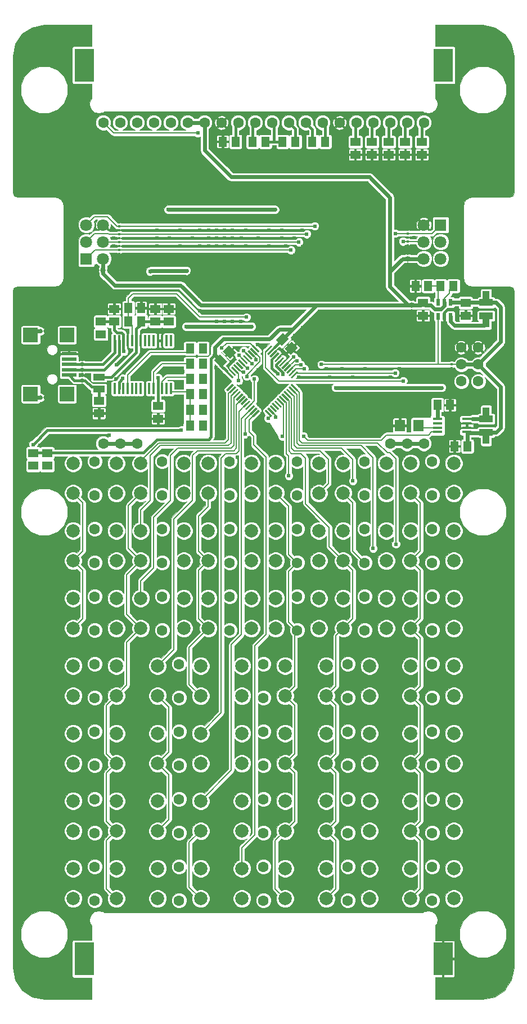
<source format=gbl>
G04 (created by PCBNEW (2013-07-07 BZR 4022)-stable) date 12/5/2014 9:59:33 AM*
%MOIN*%
G04 Gerber Fmt 3.4, Leading zero omitted, Abs format*
%FSLAX34Y34*%
G01*
G70*
G90*
G04 APERTURE LIST*
%ADD10C,0.00590551*%
%ADD11C,0.0244094*%
%ADD12R,0.0708661X0.0708661*%
%ADD13C,0.0708661*%
%ADD14C,0.0629921*%
%ADD15R,0.0512X0.059*%
%ADD16R,0.059X0.0512*%
%ADD17R,0.063X0.071*%
%ADD18R,0.0787402X0.0393701*%
%ADD19R,0.0393701X0.0492126*%
%ADD20R,0.0865X0.0865*%
%ADD21R,0.0865X0.0196*%
%ADD22C,0.0254961*%
%ADD23C,0.0333701*%
%ADD24C,0.017622*%
%ADD25C,0.0787402*%
%ADD26R,0.0570866X0.0165354*%
%ADD27R,0.0236X0.0394*%
%ADD28R,0.07X0.04*%
%ADD29R,0.016X0.065*%
%ADD30R,0.11811X0.19685*%
%ADD31C,0.00787402*%
%ADD32C,0.023622*%
%ADD33C,0.015748*%
%ADD34C,0.011811*%
%ADD35C,0.00393701*%
G04 APERTURE END LIST*
G54D10*
G54D11*
X48897Y-44566D03*
X44448Y-36043D03*
X48366Y-49724D03*
X32874Y-49822D03*
X48307Y-39803D03*
X43858Y-40905D03*
X45807Y-48996D03*
X48011Y-45984D03*
X38503Y-34330D03*
X44015Y-34232D03*
X45314Y-50452D03*
X32440Y-34271D03*
X44803Y-40629D03*
X37755Y-34566D03*
X39212Y-41102D03*
X45314Y-40433D03*
X40157Y-41102D03*
X39685Y-41102D03*
X44330Y-40826D03*
X38740Y-41102D03*
X36968Y-34803D03*
X36220Y-35039D03*
X40669Y-41102D03*
X47244Y-39803D03*
X42007Y-41141D03*
X43346Y-40984D03*
X46181Y-39803D03*
X38228Y-41102D03*
X39685Y-33740D03*
X40669Y-39763D03*
X40157Y-39763D03*
X39212Y-49173D03*
X44409Y-49251D03*
X48858Y-50433D03*
X39685Y-39763D03*
X49527Y-43110D03*
X38740Y-39763D03*
X45314Y-42401D03*
X39212Y-39763D03*
G54D12*
X52500Y-38000D03*
G54D13*
X51500Y-38000D03*
X52500Y-39000D03*
X51500Y-39000D03*
X52500Y-40000D03*
X51500Y-40000D03*
G54D12*
X31500Y-40000D03*
G54D13*
X32500Y-40000D03*
X31500Y-39000D03*
X32500Y-39000D03*
X31500Y-38000D03*
X32500Y-38000D03*
G54D11*
X34409Y-42401D03*
X44330Y-39291D03*
X44803Y-38809D03*
X44094Y-47007D03*
X43316Y-45639D03*
X39212Y-43700D03*
X33110Y-38779D03*
X33110Y-39251D03*
X50905Y-38740D03*
X43858Y-39773D03*
X40000Y-45511D03*
X43858Y-45275D03*
X31653Y-46889D03*
X42165Y-47401D03*
X40157Y-38779D03*
X40964Y-39251D03*
X40157Y-39251D03*
X39212Y-38779D03*
X39685Y-39251D03*
X39685Y-38779D03*
X56673Y-48169D03*
X55649Y-49055D03*
X42578Y-48169D03*
X39212Y-39251D03*
X55400Y-34900D03*
X41929Y-49192D03*
X54232Y-46751D03*
X55400Y-31700D03*
X52086Y-50629D03*
X53543Y-49881D03*
X50610Y-50157D03*
X51830Y-49311D03*
X41200Y-48149D03*
X54744Y-49055D03*
X54606Y-49881D03*
X54566Y-50708D03*
X47578Y-42401D03*
X49803Y-51417D03*
X48287Y-43129D03*
X44822Y-46496D03*
X37204Y-46673D03*
X44330Y-45777D03*
X48385Y-34822D03*
X34921Y-47145D03*
X33287Y-46279D03*
X43858Y-42401D03*
X35019Y-45413D03*
X43858Y-43523D03*
X50039Y-41712D03*
X50925Y-42362D03*
X43858Y-44547D03*
X44803Y-42401D03*
X43267Y-43809D03*
X49507Y-42401D03*
X44330Y-44084D03*
X44330Y-43100D03*
X33740Y-46712D03*
X44330Y-42401D03*
X44803Y-45757D03*
X34133Y-45413D03*
X50039Y-43110D03*
X46200Y-42401D03*
X42332Y-42401D03*
X40669Y-43188D03*
X41683Y-43120D03*
X37716Y-36555D03*
X40954Y-42401D03*
X46919Y-43120D03*
X43061Y-43120D03*
X42165Y-44360D03*
X45324Y-43120D03*
X36692Y-44212D03*
X36811Y-32854D03*
X44803Y-43612D03*
X43346Y-42401D03*
X50570Y-43110D03*
X55000Y-69000D03*
X55000Y-65000D03*
X55000Y-61000D03*
X55000Y-57000D03*
X55000Y-53000D03*
X29000Y-69000D03*
X29000Y-57000D03*
X55000Y-82500D03*
X55000Y-73000D03*
X52755Y-36535D03*
X29000Y-77000D03*
X29000Y-73000D03*
X55314Y-46259D03*
X28600Y-34900D03*
X28600Y-31700D03*
X53000Y-79000D03*
X55000Y-77000D03*
X35905Y-46712D03*
X36909Y-47598D03*
X41692Y-46574D03*
X39192Y-46456D03*
X37165Y-45905D03*
X40669Y-47559D03*
X41712Y-50629D03*
X42795Y-50629D03*
X28799Y-46220D03*
X29271Y-44507D03*
X40964Y-51318D03*
X45728Y-47539D03*
X29000Y-61000D03*
X29000Y-65000D03*
X32874Y-48503D03*
X34232Y-47106D03*
X28600Y-78300D03*
X40452Y-51751D03*
X28759Y-51043D03*
X30452Y-47322D03*
X31043Y-48149D03*
X29271Y-47992D03*
X39212Y-47657D03*
X39212Y-50590D03*
X32086Y-40433D03*
X44803Y-37795D03*
X35649Y-41220D03*
X54527Y-43582D03*
X43809Y-38779D03*
X36417Y-51338D03*
X39704Y-47519D03*
X41663Y-45088D03*
X44281Y-38316D03*
X44153Y-47519D03*
X48110Y-35531D03*
X28600Y-43100D03*
X55669Y-43858D03*
X29000Y-53000D03*
X31240Y-40590D03*
X53464Y-43582D03*
X37795Y-38779D03*
X38228Y-39251D03*
X38740Y-39251D03*
X40669Y-38779D03*
X38740Y-38779D03*
X45334Y-38307D03*
X38740Y-42401D03*
X37795Y-39783D03*
X39212Y-42401D03*
X39685Y-42401D03*
X40157Y-42401D03*
X38740Y-37440D03*
X40669Y-37440D03*
X38740Y-38307D03*
X38228Y-38307D03*
X37795Y-37795D03*
X39212Y-38307D03*
X39685Y-37440D03*
X39685Y-38307D03*
X39212Y-37795D03*
X40157Y-38307D03*
X40964Y-38307D03*
X40157Y-37795D03*
X42322Y-38307D03*
X41692Y-37795D03*
X41692Y-38779D03*
X42322Y-39251D03*
X41692Y-39783D03*
X43346Y-39783D03*
X43326Y-39251D03*
X43070Y-38779D03*
X43070Y-37795D03*
X43070Y-38307D03*
X36968Y-37460D03*
X37066Y-38307D03*
X36417Y-39783D03*
X37066Y-39251D03*
X36417Y-38779D03*
X35688Y-38779D03*
X35688Y-39251D03*
X35688Y-39783D03*
X35688Y-38307D03*
X35688Y-37440D03*
X38228Y-37519D03*
X33070Y-39783D03*
X33346Y-37460D03*
X38700Y-36732D03*
X40669Y-36732D03*
X39685Y-36732D03*
X39212Y-36732D03*
X40157Y-36732D03*
X40157Y-35531D03*
X38877Y-32913D03*
X37795Y-32834D03*
X40669Y-35531D03*
X40669Y-34803D03*
X35807Y-32854D03*
X34803Y-32854D03*
X31240Y-36555D03*
X33996Y-32854D03*
X35511Y-40354D03*
X38228Y-42204D03*
X38228Y-43090D03*
X37066Y-42696D03*
X36437Y-41220D03*
X37775Y-41240D03*
X36889Y-40354D03*
X34291Y-41220D03*
X40157Y-43110D03*
X39685Y-43188D03*
X39212Y-43110D03*
X38740Y-43188D03*
X40649Y-43700D03*
X40157Y-43700D03*
X39685Y-43700D03*
X37775Y-43405D03*
X40669Y-44370D03*
X37381Y-44547D03*
X38897Y-44980D03*
X38090Y-44370D03*
X36811Y-45275D03*
X35511Y-44232D03*
X37185Y-48523D03*
X28248Y-50649D03*
X30157Y-51811D03*
X32145Y-50472D03*
X32145Y-49842D03*
X31988Y-51161D03*
X37165Y-49803D03*
X31397Y-54173D03*
X50649Y-47283D03*
X50039Y-45984D03*
X49527Y-47007D03*
X50039Y-46515D03*
X52224Y-46535D03*
X52224Y-48149D03*
X50846Y-46535D03*
X51692Y-47283D03*
X45728Y-46515D03*
X47283Y-47007D03*
X45925Y-47007D03*
X48011Y-46515D03*
X47283Y-45984D03*
X49527Y-45984D03*
X45925Y-45984D03*
X46653Y-46515D03*
X45157Y-47539D03*
X47303Y-48169D03*
X50846Y-45984D03*
X48011Y-48307D03*
X52933Y-46555D03*
X52047Y-45984D03*
X51555Y-48287D03*
X50846Y-48169D03*
X52933Y-45984D03*
X52933Y-44055D03*
X51988Y-43287D03*
X51594Y-42145D03*
X53326Y-42165D03*
X48307Y-37460D03*
X46938Y-36938D03*
X50561Y-39360D03*
X51998Y-39507D03*
X50570Y-40846D03*
X50039Y-39714D03*
X48818Y-36220D03*
X49842Y-38149D03*
X46318Y-36555D03*
X51751Y-36948D03*
X49803Y-36220D03*
X46200Y-37637D03*
X42000Y-77000D03*
X37000Y-77000D03*
X47000Y-77000D03*
X52000Y-77000D03*
X32000Y-77000D03*
X44842Y-51653D03*
X32000Y-73000D03*
X52000Y-73000D03*
X47000Y-73000D03*
X37000Y-73000D03*
X42000Y-73000D03*
X42000Y-69000D03*
X37000Y-69000D03*
X47000Y-69000D03*
X52000Y-69000D03*
X32000Y-69000D03*
X42000Y-69000D03*
X37000Y-69000D03*
X47000Y-69000D03*
X52000Y-69000D03*
X32000Y-69000D03*
X42000Y-65000D03*
X37000Y-65000D03*
X47000Y-65000D03*
X52000Y-65000D03*
X32000Y-65000D03*
X32000Y-57000D03*
X52000Y-57000D03*
X48000Y-61000D03*
X32000Y-53000D03*
X52000Y-53000D03*
X32000Y-61000D03*
X52000Y-61000D03*
X44000Y-61000D03*
X36000Y-61000D03*
X37578Y-51496D03*
X39173Y-51653D03*
X48307Y-51190D03*
X42372Y-51584D03*
X46181Y-51515D03*
X47155Y-51348D03*
X44409Y-48444D03*
X44409Y-50157D03*
X46377Y-50452D03*
X47775Y-49015D03*
X40000Y-61000D03*
X36000Y-53000D03*
X40000Y-53000D03*
X41141Y-50629D03*
X42440Y-54468D03*
X52755Y-41062D03*
X32244Y-36948D03*
X32834Y-50452D03*
X34015Y-51830D03*
X33248Y-47125D03*
X32874Y-44212D03*
X32618Y-51830D03*
X45314Y-45787D03*
X34511Y-54496D03*
G54D14*
X53724Y-47259D03*
X53724Y-46259D03*
X53724Y-45259D03*
X54724Y-47259D03*
X54724Y-46259D03*
X54724Y-45259D03*
X54724Y-45259D03*
X54724Y-46259D03*
X54724Y-47259D03*
G54D15*
X52302Y-48661D03*
X53052Y-48661D03*
X54075Y-51102D03*
X53325Y-51102D03*
G54D16*
X51377Y-33839D03*
X51377Y-33089D03*
X50393Y-33839D03*
X50393Y-33089D03*
X49409Y-33839D03*
X49409Y-33089D03*
X48425Y-33839D03*
X48425Y-33089D03*
X47440Y-33839D03*
X47440Y-33089D03*
G54D15*
X45650Y-33070D03*
X44900Y-33070D03*
X43878Y-33070D03*
X43128Y-33070D03*
X41357Y-33070D03*
X42107Y-33070D03*
X40335Y-33070D03*
X39585Y-33070D03*
G54D16*
X32244Y-48404D03*
X32244Y-49154D03*
X36377Y-43721D03*
X36377Y-42971D03*
X35590Y-43721D03*
X35590Y-42971D03*
X51456Y-42617D03*
X51456Y-43367D03*
X33149Y-43721D03*
X33149Y-42971D03*
G54D10*
G36*
X39431Y-45662D02*
X39848Y-46080D01*
X39486Y-46442D01*
X39069Y-46024D01*
X39431Y-45662D01*
X39431Y-45662D01*
G37*
G36*
X39961Y-45132D02*
X40379Y-45549D01*
X40017Y-45911D01*
X39599Y-45494D01*
X39961Y-45132D01*
X39961Y-45132D01*
G37*
G36*
X43261Y-45332D02*
X43678Y-44914D01*
X44040Y-45276D01*
X43623Y-45694D01*
X43261Y-45332D01*
X43261Y-45332D01*
G37*
G36*
X42731Y-44801D02*
X43148Y-44384D01*
X43510Y-44746D01*
X43093Y-45163D01*
X42731Y-44801D01*
X42731Y-44801D01*
G37*
G54D16*
X53976Y-42617D03*
X53976Y-43367D03*
G54D17*
X50079Y-49881D03*
X51179Y-49881D03*
G54D15*
X38406Y-49881D03*
X37656Y-49881D03*
X38406Y-48031D03*
X37656Y-48031D03*
X38406Y-48937D03*
X37656Y-48937D03*
X51002Y-41614D03*
X51752Y-41614D03*
X53249Y-41614D03*
X52499Y-41614D03*
X38406Y-46220D03*
X37656Y-46220D03*
X37656Y-47125D03*
X38406Y-47125D03*
X34745Y-43700D03*
X33995Y-43700D03*
G54D16*
X29173Y-51514D03*
X29173Y-52264D03*
X28346Y-51514D03*
X28346Y-52264D03*
G54D15*
X33995Y-42913D03*
X34745Y-42913D03*
G54D16*
X32362Y-44469D03*
X32362Y-43719D03*
G54D15*
X37656Y-45314D03*
X38406Y-45314D03*
G54D18*
X55196Y-43385D03*
X55196Y-42598D03*
G54D19*
X55196Y-43828D03*
X55196Y-42155D03*
G54D18*
X55196Y-50275D03*
X55196Y-49488D03*
G54D19*
X55196Y-50718D03*
X55196Y-49045D03*
G54D20*
X30362Y-44515D03*
G54D21*
X30472Y-46888D03*
X30472Y-46573D03*
X30472Y-46259D03*
X30472Y-45945D03*
X30472Y-45630D03*
G54D20*
X30362Y-48003D03*
X28197Y-48003D03*
X28197Y-44515D03*
G54D22*
X31259Y-47519D03*
X31259Y-47204D03*
X31259Y-46889D03*
X31259Y-45944D03*
X31259Y-46574D03*
X31259Y-46259D03*
X28779Y-48228D03*
X28779Y-44291D03*
X29094Y-48228D03*
X29094Y-44291D03*
G54D23*
X50551Y-40393D03*
X50551Y-39606D03*
X50551Y-40000D03*
X32106Y-40669D03*
X32893Y-40669D03*
X32500Y-40669D03*
X50787Y-43149D03*
X50787Y-42362D03*
X50787Y-42755D03*
G54D24*
X53149Y-46496D03*
X53149Y-46023D03*
X53149Y-46259D03*
X50551Y-39212D03*
X50551Y-38976D03*
X50551Y-38267D03*
X50551Y-38503D03*
X50551Y-38740D03*
X33464Y-37834D03*
X33464Y-38070D03*
X33464Y-38307D03*
X33464Y-39724D03*
X33464Y-39488D03*
X33464Y-39251D03*
X33464Y-39015D03*
X33464Y-38543D03*
X33464Y-38779D03*
G54D25*
X43279Y-72114D03*
X40720Y-73885D03*
X43279Y-73885D03*
X40720Y-72114D03*
G54D14*
X42000Y-74000D03*
X42000Y-72000D03*
G54D25*
X43279Y-76114D03*
X40720Y-77885D03*
X43279Y-77885D03*
X40720Y-76114D03*
G54D14*
X42000Y-78000D03*
X42000Y-76000D03*
G54D25*
X38279Y-76114D03*
X35720Y-77885D03*
X38279Y-77885D03*
X35720Y-76114D03*
G54D14*
X37000Y-78000D03*
X37000Y-76000D03*
G54D25*
X33279Y-76114D03*
X30720Y-77885D03*
X33279Y-77885D03*
X30720Y-76114D03*
G54D14*
X32000Y-78000D03*
X32000Y-76000D03*
G54D25*
X33279Y-52114D03*
X30720Y-53885D03*
X33279Y-53885D03*
X30720Y-52114D03*
G54D14*
X32000Y-54000D03*
X32000Y-52000D03*
G54D25*
X38279Y-68114D03*
X35720Y-69885D03*
X38279Y-69885D03*
X35720Y-68114D03*
G54D14*
X37000Y-70000D03*
X37000Y-68000D03*
G54D25*
X38279Y-64114D03*
X35720Y-65885D03*
X38279Y-65885D03*
X35720Y-64114D03*
G54D14*
X37000Y-66000D03*
X37000Y-64000D03*
G54D25*
X41279Y-60114D03*
X38720Y-61885D03*
X41279Y-61885D03*
X38720Y-60114D03*
G54D14*
X40000Y-62000D03*
X40000Y-60000D03*
G54D25*
X33279Y-72114D03*
X30720Y-73885D03*
X33279Y-73885D03*
X30720Y-72114D03*
G54D14*
X32000Y-74000D03*
X32000Y-72000D03*
G54D25*
X33279Y-68114D03*
X30720Y-69885D03*
X33279Y-69885D03*
X30720Y-68114D03*
G54D14*
X32000Y-70000D03*
X32000Y-68000D03*
G54D25*
X38279Y-72114D03*
X35720Y-73885D03*
X38279Y-73885D03*
X35720Y-72114D03*
G54D14*
X37000Y-74000D03*
X37000Y-72000D03*
G54D25*
X37279Y-52114D03*
X34720Y-53885D03*
X37279Y-53885D03*
X34720Y-52114D03*
G54D14*
X36000Y-54000D03*
X36000Y-52000D03*
G54D25*
X41279Y-52114D03*
X38720Y-53885D03*
X41279Y-53885D03*
X38720Y-52114D03*
G54D14*
X40000Y-54000D03*
X40000Y-52000D03*
G54D25*
X49279Y-56114D03*
X46720Y-57885D03*
X49279Y-57885D03*
X46720Y-56114D03*
G54D14*
X48000Y-58000D03*
X48000Y-56000D03*
G54D25*
X49279Y-60114D03*
X46720Y-61885D03*
X49279Y-61885D03*
X46720Y-60114D03*
G54D14*
X48000Y-62000D03*
X48000Y-60000D03*
G54D25*
X48279Y-64114D03*
X45720Y-65885D03*
X48279Y-65885D03*
X45720Y-64114D03*
G54D14*
X47000Y-66000D03*
X47000Y-64000D03*
G54D25*
X43279Y-68114D03*
X40720Y-69885D03*
X43279Y-69885D03*
X40720Y-68114D03*
G54D14*
X42000Y-70000D03*
X42000Y-68000D03*
G54D25*
X33279Y-64114D03*
X30720Y-65885D03*
X33279Y-65885D03*
X30720Y-64114D03*
G54D14*
X32000Y-66000D03*
X32000Y-64000D03*
G54D25*
X43279Y-64114D03*
X40720Y-65885D03*
X43279Y-65885D03*
X40720Y-64114D03*
G54D14*
X42000Y-66000D03*
X42000Y-64000D03*
G54D25*
X45279Y-60114D03*
X42720Y-61885D03*
X45279Y-61885D03*
X42720Y-60114D03*
G54D14*
X44000Y-62000D03*
X44000Y-60000D03*
G54D25*
X45279Y-56114D03*
X42720Y-57885D03*
X45279Y-57885D03*
X42720Y-56114D03*
G54D14*
X44000Y-58000D03*
X44000Y-56000D03*
G54D25*
X48279Y-76114D03*
X45720Y-77885D03*
X48279Y-77885D03*
X45720Y-76114D03*
G54D14*
X47000Y-78000D03*
X47000Y-76000D03*
G54D25*
X48279Y-68114D03*
X45720Y-69885D03*
X48279Y-69885D03*
X45720Y-68114D03*
G54D14*
X47000Y-70000D03*
X47000Y-68000D03*
G54D25*
X48279Y-72114D03*
X45720Y-73885D03*
X48279Y-73885D03*
X45720Y-72114D03*
G54D14*
X47000Y-74000D03*
X47000Y-72000D03*
G54D25*
X45279Y-52114D03*
X42720Y-53885D03*
X45279Y-53885D03*
X42720Y-52114D03*
G54D14*
X44000Y-54000D03*
X44000Y-52000D03*
G54D25*
X53279Y-76114D03*
X50720Y-77885D03*
X53279Y-77885D03*
X50720Y-76114D03*
G54D14*
X52000Y-78000D03*
X52000Y-76000D03*
G54D25*
X53279Y-72114D03*
X50720Y-73885D03*
X53279Y-73885D03*
X50720Y-72114D03*
G54D14*
X52000Y-74000D03*
X52000Y-72000D03*
G54D25*
X53279Y-68114D03*
X50720Y-69885D03*
X53279Y-69885D03*
X50720Y-68114D03*
G54D14*
X52000Y-70000D03*
X52000Y-68000D03*
G54D25*
X53279Y-64114D03*
X50720Y-65885D03*
X53279Y-65885D03*
X50720Y-64114D03*
G54D14*
X52000Y-66000D03*
X52000Y-64000D03*
G54D25*
X53279Y-60114D03*
X50720Y-61885D03*
X53279Y-61885D03*
X50720Y-60114D03*
G54D14*
X52000Y-62000D03*
X52000Y-60000D03*
G54D25*
X53279Y-52114D03*
X50720Y-53885D03*
X53279Y-53885D03*
X50720Y-52114D03*
G54D14*
X52000Y-54000D03*
X52000Y-52000D03*
G54D25*
X53279Y-56114D03*
X50720Y-57885D03*
X53279Y-57885D03*
X50720Y-56114D03*
G54D14*
X52000Y-58000D03*
X52000Y-56000D03*
G54D25*
X41279Y-56114D03*
X38720Y-57885D03*
X41279Y-57885D03*
X38720Y-56114D03*
G54D14*
X40000Y-58000D03*
X40000Y-56000D03*
G54D25*
X37279Y-56114D03*
X34720Y-57885D03*
X37279Y-57885D03*
X34720Y-56114D03*
G54D14*
X36000Y-58000D03*
X36000Y-56000D03*
G54D25*
X37279Y-60114D03*
X34720Y-61885D03*
X37279Y-61885D03*
X34720Y-60114D03*
G54D14*
X36000Y-62000D03*
X36000Y-60000D03*
G54D25*
X33279Y-60114D03*
X30720Y-61885D03*
X33279Y-61885D03*
X30720Y-60114D03*
G54D14*
X32000Y-62000D03*
X32000Y-60000D03*
G54D25*
X49279Y-52114D03*
X46720Y-53885D03*
X49279Y-53885D03*
X46720Y-52114D03*
G54D14*
X48000Y-54000D03*
X48000Y-52000D03*
G54D25*
X33279Y-56114D03*
X30720Y-57885D03*
X33279Y-57885D03*
X30720Y-56114D03*
G54D14*
X32000Y-58000D03*
X32000Y-56000D03*
G54D26*
X52322Y-50265D03*
X52322Y-50009D03*
X52322Y-49753D03*
X52322Y-49498D03*
X54055Y-49498D03*
X54055Y-49753D03*
X54055Y-50009D03*
X54055Y-50265D03*
G54D27*
X53091Y-43408D03*
X52341Y-43408D03*
X52716Y-43408D03*
X52341Y-42576D03*
X53091Y-42576D03*
X52716Y-42576D03*
G54D28*
X32244Y-47712D03*
X32244Y-47012D03*
G54D29*
X34970Y-47676D03*
X34714Y-47676D03*
X34458Y-47676D03*
X34202Y-47676D03*
X35738Y-44842D03*
X35738Y-47676D03*
X35482Y-47676D03*
X35226Y-47676D03*
X33946Y-44842D03*
X34202Y-44842D03*
X34458Y-44842D03*
X34714Y-44842D03*
X34970Y-44842D03*
X35226Y-44842D03*
X33946Y-47676D03*
X35482Y-44842D03*
X35994Y-44842D03*
X36249Y-44842D03*
X36505Y-44842D03*
X36505Y-47676D03*
X36249Y-47676D03*
X35994Y-47676D03*
X33690Y-47676D03*
X33435Y-47676D03*
X33179Y-47676D03*
X33179Y-44842D03*
X33435Y-44842D03*
X33690Y-44842D03*
G54D10*
G36*
X42499Y-45894D02*
X42861Y-45532D01*
X42945Y-45615D01*
X42583Y-45977D01*
X42499Y-45894D01*
X42499Y-45894D01*
G37*
G36*
X42639Y-46033D02*
X43001Y-45671D01*
X43084Y-45754D01*
X42722Y-46116D01*
X42639Y-46033D01*
X42639Y-46033D01*
G37*
G36*
X42778Y-46172D02*
X43140Y-45810D01*
X43223Y-45894D01*
X42861Y-46256D01*
X42778Y-46172D01*
X42778Y-46172D01*
G37*
G36*
X42916Y-46311D02*
X43279Y-45949D01*
X43362Y-46032D01*
X43000Y-46394D01*
X42916Y-46311D01*
X42916Y-46311D01*
G37*
G36*
X43056Y-46450D02*
X43418Y-46088D01*
X43501Y-46172D01*
X43139Y-46534D01*
X43056Y-46450D01*
X43056Y-46450D01*
G37*
G36*
X42081Y-45476D02*
X42443Y-45114D01*
X42527Y-45197D01*
X42165Y-45559D01*
X42081Y-45476D01*
X42081Y-45476D01*
G37*
G36*
X42221Y-45615D02*
X42583Y-45253D01*
X42666Y-45337D01*
X42304Y-45699D01*
X42221Y-45615D01*
X42221Y-45615D01*
G37*
G36*
X42360Y-45754D02*
X42722Y-45392D01*
X42805Y-45476D01*
X42443Y-45838D01*
X42360Y-45754D01*
X42360Y-45754D01*
G37*
G36*
X43613Y-47480D02*
X43696Y-47396D01*
X44058Y-47758D01*
X43975Y-47842D01*
X43613Y-47480D01*
X43613Y-47480D01*
G37*
G36*
X43474Y-47619D02*
X43557Y-47536D01*
X43919Y-47898D01*
X43836Y-47981D01*
X43474Y-47619D01*
X43474Y-47619D01*
G37*
G36*
X43334Y-47758D02*
X43418Y-47675D01*
X43780Y-48037D01*
X43696Y-48120D01*
X43334Y-47758D01*
X43334Y-47758D01*
G37*
G36*
X43195Y-47898D02*
X43279Y-47814D01*
X43641Y-48176D01*
X43557Y-48260D01*
X43195Y-47898D01*
X43195Y-47898D01*
G37*
G36*
X43056Y-48037D02*
X43139Y-47954D01*
X43501Y-48316D01*
X43418Y-48399D01*
X43056Y-48037D01*
X43056Y-48037D01*
G37*
G36*
X42916Y-48176D02*
X43000Y-48093D01*
X43362Y-48455D01*
X43279Y-48538D01*
X42916Y-48176D01*
X42916Y-48176D01*
G37*
G36*
X42778Y-48315D02*
X42861Y-48231D01*
X43223Y-48593D01*
X43140Y-48677D01*
X42778Y-48315D01*
X42778Y-48315D01*
G37*
G36*
X42639Y-48454D02*
X42722Y-48371D01*
X43084Y-48733D01*
X43001Y-48816D01*
X42639Y-48454D01*
X42639Y-48454D01*
G37*
G36*
X41330Y-49290D02*
X41692Y-48928D01*
X41776Y-49011D01*
X41414Y-49373D01*
X41330Y-49290D01*
X41330Y-49290D01*
G37*
G36*
X41191Y-49151D02*
X41553Y-48789D01*
X41637Y-48872D01*
X41275Y-49234D01*
X41191Y-49151D01*
X41191Y-49151D01*
G37*
G36*
X41052Y-49011D02*
X41414Y-48649D01*
X41497Y-48733D01*
X41135Y-49095D01*
X41052Y-49011D01*
X41052Y-49011D01*
G37*
G36*
X40913Y-48872D02*
X41275Y-48510D01*
X41358Y-48593D01*
X40996Y-48956D01*
X40913Y-48872D01*
X40913Y-48872D01*
G37*
G36*
X40773Y-48733D02*
X41135Y-48371D01*
X41219Y-48454D01*
X40857Y-48816D01*
X40773Y-48733D01*
X40773Y-48733D01*
G37*
G36*
X40634Y-48593D02*
X40996Y-48231D01*
X41079Y-48315D01*
X40717Y-48677D01*
X40634Y-48593D01*
X40634Y-48593D01*
G37*
G36*
X40495Y-48455D02*
X40857Y-48093D01*
X40941Y-48176D01*
X40579Y-48538D01*
X40495Y-48455D01*
X40495Y-48455D01*
G37*
G36*
X40356Y-48316D02*
X40718Y-47954D01*
X40802Y-48037D01*
X40439Y-48399D01*
X40356Y-48316D01*
X40356Y-48316D01*
G37*
G36*
X39799Y-46729D02*
X39882Y-46645D01*
X40244Y-47007D01*
X40161Y-47091D01*
X39799Y-46729D01*
X39799Y-46729D01*
G37*
G36*
X39938Y-46590D02*
X40022Y-46506D01*
X40384Y-46868D01*
X40300Y-46952D01*
X39938Y-46590D01*
X39938Y-46590D01*
G37*
G36*
X40077Y-46450D02*
X40161Y-46367D01*
X40523Y-46729D01*
X40439Y-46812D01*
X40077Y-46450D01*
X40077Y-46450D01*
G37*
G36*
X40217Y-46311D02*
X40300Y-46227D01*
X40662Y-46590D01*
X40579Y-46673D01*
X40217Y-46311D01*
X40217Y-46311D01*
G37*
G36*
X40356Y-46172D02*
X40439Y-46088D01*
X40802Y-46450D01*
X40718Y-46534D01*
X40356Y-46172D01*
X40356Y-46172D01*
G37*
G36*
X40495Y-46032D02*
X40579Y-45949D01*
X40941Y-46311D01*
X40857Y-46394D01*
X40495Y-46032D01*
X40495Y-46032D01*
G37*
G36*
X40634Y-45894D02*
X40717Y-45810D01*
X41079Y-46172D01*
X40996Y-46256D01*
X40634Y-45894D01*
X40634Y-45894D01*
G37*
G36*
X40773Y-45754D02*
X40857Y-45671D01*
X41219Y-46033D01*
X41135Y-46116D01*
X40773Y-45754D01*
X40773Y-45754D01*
G37*
G36*
X43195Y-46590D02*
X43557Y-46227D01*
X43641Y-46311D01*
X43279Y-46673D01*
X43195Y-46590D01*
X43195Y-46590D01*
G37*
G36*
X43334Y-46729D02*
X43696Y-46367D01*
X43780Y-46450D01*
X43418Y-46812D01*
X43334Y-46729D01*
X43334Y-46729D01*
G37*
G36*
X43474Y-46868D02*
X43836Y-46506D01*
X43919Y-46590D01*
X43557Y-46952D01*
X43474Y-46868D01*
X43474Y-46868D01*
G37*
G36*
X43613Y-47007D02*
X43975Y-46645D01*
X44058Y-46729D01*
X43696Y-47091D01*
X43613Y-47007D01*
X43613Y-47007D01*
G37*
G36*
X42499Y-48593D02*
X42583Y-48510D01*
X42945Y-48872D01*
X42861Y-48956D01*
X42499Y-48593D01*
X42499Y-48593D01*
G37*
G36*
X42360Y-48733D02*
X42443Y-48649D01*
X42805Y-49011D01*
X42722Y-49095D01*
X42360Y-48733D01*
X42360Y-48733D01*
G37*
G36*
X42221Y-48872D02*
X42304Y-48789D01*
X42666Y-49151D01*
X42583Y-49234D01*
X42221Y-48872D01*
X42221Y-48872D01*
G37*
G36*
X42081Y-49011D02*
X42165Y-48928D01*
X42527Y-49290D01*
X42443Y-49373D01*
X42081Y-49011D01*
X42081Y-49011D01*
G37*
G36*
X40217Y-48176D02*
X40579Y-47814D01*
X40662Y-47898D01*
X40300Y-48260D01*
X40217Y-48176D01*
X40217Y-48176D01*
G37*
G36*
X40077Y-48037D02*
X40439Y-47675D01*
X40523Y-47758D01*
X40161Y-48120D01*
X40077Y-48037D01*
X40077Y-48037D01*
G37*
G36*
X39938Y-47898D02*
X40300Y-47536D01*
X40384Y-47619D01*
X40022Y-47981D01*
X39938Y-47898D01*
X39938Y-47898D01*
G37*
G36*
X39799Y-47758D02*
X40161Y-47396D01*
X40244Y-47480D01*
X39882Y-47842D01*
X39799Y-47758D01*
X39799Y-47758D01*
G37*
G36*
X40913Y-45615D02*
X40996Y-45532D01*
X41358Y-45894D01*
X41275Y-45977D01*
X40913Y-45615D01*
X40913Y-45615D01*
G37*
G36*
X41052Y-45476D02*
X41135Y-45392D01*
X41497Y-45754D01*
X41414Y-45838D01*
X41052Y-45476D01*
X41052Y-45476D01*
G37*
G36*
X41191Y-45337D02*
X41275Y-45253D01*
X41637Y-45615D01*
X41553Y-45699D01*
X41191Y-45337D01*
X41191Y-45337D01*
G37*
G36*
X41330Y-45197D02*
X41414Y-45114D01*
X41776Y-45476D01*
X41692Y-45559D01*
X41330Y-45197D01*
X41330Y-45197D01*
G37*
G54D14*
X51507Y-31948D03*
X50507Y-31948D03*
X49507Y-31948D03*
X48507Y-31948D03*
X47507Y-31948D03*
X46507Y-31948D03*
X45507Y-31948D03*
X44507Y-31948D03*
X43507Y-31948D03*
X42507Y-31948D03*
X41507Y-31948D03*
X40507Y-31948D03*
X39507Y-31948D03*
X38507Y-31948D03*
X37507Y-31948D03*
X36507Y-31948D03*
X35507Y-31948D03*
X34507Y-31948D03*
X33507Y-31948D03*
X32507Y-31948D03*
X51507Y-50948D03*
X50507Y-50948D03*
X49507Y-50948D03*
X32507Y-50948D03*
X33507Y-50948D03*
X34507Y-50948D03*
G54D30*
X31377Y-28543D03*
X52637Y-28543D03*
X52637Y-81456D03*
X31377Y-81456D03*
G54D16*
X35748Y-48719D03*
X35748Y-49469D03*
G54D11*
X45433Y-46259D03*
X40905Y-50393D03*
X40551Y-45728D03*
X44370Y-50511D03*
X43110Y-50511D03*
X41318Y-46200D03*
X41043Y-46476D03*
X40826Y-45452D03*
X38110Y-32559D03*
X41555Y-45984D03*
X43500Y-52850D03*
X47300Y-53150D03*
X48500Y-57150D03*
X49850Y-56900D03*
X41456Y-47125D03*
X40984Y-43464D03*
X43996Y-46033D03*
X44094Y-39015D03*
X28346Y-52264D03*
X43779Y-45807D03*
X43622Y-39488D03*
X44202Y-46269D03*
X44566Y-38543D03*
X49803Y-38503D03*
X49803Y-46771D03*
X44409Y-46505D03*
X45039Y-38070D03*
X29173Y-52264D03*
X38425Y-49881D03*
X42716Y-49370D03*
X40807Y-46712D03*
X38425Y-46220D03*
X43149Y-46850D03*
X28346Y-51003D03*
X37125Y-50157D03*
X42834Y-46830D03*
X50275Y-38976D03*
X50275Y-47244D03*
X38425Y-45314D03*
X39527Y-45275D03*
X38425Y-47125D03*
X41003Y-46968D03*
X38425Y-48937D03*
X42283Y-49448D03*
X38425Y-48031D03*
X40531Y-47224D03*
X36359Y-37086D03*
X42677Y-37086D03*
X46280Y-47637D03*
X52559Y-47637D03*
X51181Y-49881D03*
X37440Y-40708D03*
X35275Y-40748D03*
X37420Y-44015D03*
X41299Y-44015D03*
X52283Y-48661D03*
X32362Y-44468D03*
X33661Y-47086D03*
X33720Y-45492D03*
X35748Y-47047D03*
G54D31*
X41414Y-49011D02*
X40905Y-49520D01*
X45433Y-46259D02*
X52341Y-46259D01*
X40905Y-49520D02*
X40905Y-50393D01*
X52341Y-43408D02*
X52341Y-46259D01*
X53724Y-46259D02*
X53149Y-46259D01*
X55196Y-50275D02*
X55196Y-50718D01*
X55196Y-42598D02*
X55196Y-42155D01*
X53149Y-46259D02*
X52341Y-46259D01*
G54D32*
X53724Y-46259D02*
X54724Y-46259D01*
X55196Y-50275D02*
X55157Y-50314D01*
X54116Y-50314D02*
X54075Y-50355D01*
X55157Y-50314D02*
X54116Y-50314D01*
X54075Y-51102D02*
X54075Y-50355D01*
G54D31*
X54075Y-50355D02*
X54075Y-50286D01*
X54075Y-50286D02*
X54055Y-50265D01*
G54D32*
X55196Y-50275D02*
X55787Y-50275D01*
X56062Y-47598D02*
X54724Y-46259D01*
X56062Y-50000D02*
X56062Y-47598D01*
X55787Y-50275D02*
X56062Y-50000D01*
X55196Y-42598D02*
X55787Y-42598D01*
X56062Y-44921D02*
X54724Y-46259D01*
X56062Y-42874D02*
X56062Y-44921D01*
X55787Y-42598D02*
X56062Y-42874D01*
X53976Y-42617D02*
X53995Y-42598D01*
X53995Y-42598D02*
X55196Y-42598D01*
X53091Y-42576D02*
X53935Y-42576D01*
X53935Y-42576D02*
X53976Y-42617D01*
G54D31*
X40857Y-46033D02*
X40551Y-45728D01*
X40551Y-45728D02*
X40551Y-45728D01*
X43188Y-50275D02*
X43188Y-50433D01*
X49055Y-50669D02*
X49291Y-50433D01*
X49291Y-50433D02*
X51771Y-50433D01*
X51771Y-50433D02*
X51938Y-50265D01*
X52322Y-50265D02*
X51938Y-50265D01*
X43188Y-48642D02*
X43188Y-50275D01*
X43188Y-48642D02*
X43001Y-48454D01*
X48976Y-50748D02*
X49055Y-50669D01*
X44606Y-50748D02*
X48976Y-50748D01*
X44370Y-50511D02*
X44606Y-50748D01*
X43188Y-50433D02*
X43110Y-50511D01*
X41303Y-46200D02*
X41318Y-46200D01*
X40996Y-45894D02*
X41303Y-46200D01*
X41022Y-46476D02*
X41043Y-46476D01*
X41022Y-46476D02*
X40718Y-46172D01*
X41135Y-45754D02*
X40833Y-45452D01*
X40833Y-45452D02*
X40826Y-45452D01*
X38110Y-32559D02*
X33118Y-32559D01*
X32507Y-31948D02*
X33118Y-32559D01*
X41555Y-45895D02*
X41555Y-45984D01*
X41555Y-45895D02*
X41275Y-45615D01*
X50720Y-57885D02*
X51300Y-57306D01*
X51300Y-54465D02*
X50720Y-53885D01*
X51300Y-57306D02*
X51300Y-54465D01*
X50720Y-61885D02*
X51300Y-61306D01*
X51300Y-58465D02*
X50720Y-57885D01*
X51300Y-61306D02*
X51300Y-58465D01*
X50720Y-65885D02*
X51300Y-65306D01*
X51300Y-62465D02*
X50720Y-61885D01*
X51300Y-65306D02*
X51300Y-62465D01*
X50720Y-69885D02*
X51300Y-69306D01*
X51300Y-66465D02*
X50720Y-65885D01*
X51300Y-69306D02*
X51300Y-66465D01*
X50720Y-73885D02*
X51300Y-73306D01*
X51300Y-70465D02*
X50720Y-69885D01*
X51300Y-73306D02*
X51300Y-70465D01*
X50720Y-77885D02*
X51300Y-77306D01*
X51300Y-74465D02*
X50720Y-73885D01*
X51300Y-77306D02*
X51300Y-74465D01*
X43346Y-51535D02*
X43500Y-51688D01*
X43500Y-51688D02*
X43500Y-51800D01*
X43346Y-51023D02*
X43346Y-51535D01*
X43346Y-50984D02*
X43346Y-51023D01*
X43346Y-48522D02*
X43346Y-50984D01*
X43346Y-48522D02*
X43139Y-48316D01*
X43500Y-51800D02*
X43500Y-52850D01*
X43661Y-51535D02*
X44232Y-51535D01*
X43503Y-51338D02*
X43503Y-51377D01*
X43279Y-48176D02*
X43503Y-48401D01*
X43503Y-48401D02*
X43503Y-51023D01*
X43503Y-51023D02*
X43503Y-51338D01*
X43503Y-51377D02*
X43661Y-51535D01*
X44500Y-54500D02*
X44500Y-51850D01*
X45900Y-55900D02*
X44500Y-54500D01*
X45900Y-57065D02*
X45900Y-55900D01*
X45900Y-57065D02*
X46720Y-57885D01*
X44500Y-51803D02*
X44500Y-51850D01*
X44232Y-51535D02*
X44500Y-51803D01*
X46720Y-61885D02*
X47300Y-61306D01*
X47300Y-58465D02*
X46720Y-57885D01*
X47300Y-61306D02*
X47300Y-58465D01*
X45720Y-65885D02*
X46300Y-65306D01*
X46300Y-62306D02*
X46720Y-61885D01*
X46300Y-65306D02*
X46300Y-62306D01*
X45720Y-69885D02*
X46300Y-69306D01*
X46300Y-66465D02*
X45720Y-65885D01*
X46300Y-69306D02*
X46300Y-66465D01*
X45720Y-73885D02*
X46300Y-73306D01*
X46300Y-70465D02*
X45720Y-69885D01*
X46300Y-73306D02*
X46300Y-70465D01*
X45720Y-77885D02*
X46300Y-77306D01*
X46300Y-74465D02*
X45720Y-73885D01*
X46300Y-77306D02*
X46300Y-74465D01*
X48000Y-58000D02*
X47300Y-57300D01*
X47300Y-54465D02*
X46720Y-53885D01*
X47300Y-57300D02*
X47300Y-54465D01*
X42720Y-53885D02*
X43500Y-54665D01*
X43500Y-54665D02*
X43500Y-54700D01*
X43818Y-51377D02*
X45354Y-51377D01*
X45850Y-51950D02*
X45850Y-53315D01*
X45279Y-53885D02*
X45850Y-53315D01*
X43661Y-51220D02*
X43818Y-51377D01*
X43661Y-51220D02*
X43661Y-51181D01*
X45850Y-51873D02*
X45850Y-51950D01*
X45354Y-51377D02*
X45850Y-51873D01*
X43279Y-69885D02*
X43850Y-69315D01*
X43850Y-66456D02*
X43279Y-65885D01*
X43850Y-69315D02*
X43850Y-66456D01*
X43279Y-73885D02*
X43850Y-73315D01*
X43850Y-70456D02*
X43279Y-69885D01*
X43850Y-73315D02*
X43850Y-70456D01*
X43279Y-77885D02*
X42700Y-77306D01*
X42700Y-74465D02*
X43279Y-73885D01*
X42700Y-77306D02*
X42700Y-74465D01*
X44000Y-58000D02*
X43500Y-57500D01*
X43500Y-57500D02*
X43500Y-54700D01*
X44000Y-62000D02*
X43500Y-61500D01*
X43500Y-58500D02*
X44000Y-58000D01*
X43500Y-61500D02*
X43500Y-58500D01*
X43279Y-65885D02*
X43850Y-65315D01*
X43850Y-65315D02*
X43850Y-62150D01*
X43850Y-62150D02*
X44000Y-62000D01*
X43661Y-51023D02*
X43661Y-51181D01*
X43661Y-51181D02*
X43661Y-51181D01*
X43661Y-48280D02*
X43661Y-51023D01*
X43418Y-48037D02*
X43661Y-48280D01*
X43976Y-51220D02*
X46633Y-51220D01*
X47300Y-52150D02*
X47300Y-53150D01*
X43818Y-48159D02*
X43557Y-47898D01*
X43818Y-48159D02*
X43818Y-51062D01*
X43818Y-51062D02*
X43976Y-51220D01*
X47300Y-51886D02*
X47300Y-52150D01*
X46633Y-51220D02*
X47300Y-51886D01*
X38720Y-57885D02*
X38150Y-57315D01*
X38150Y-57315D02*
X38150Y-55250D01*
X38720Y-54679D02*
X38720Y-53885D01*
X38150Y-55250D02*
X38720Y-54679D01*
X38720Y-61885D02*
X38150Y-61315D01*
X38150Y-58456D02*
X38720Y-57885D01*
X38150Y-61315D02*
X38150Y-58456D01*
X35720Y-69885D02*
X36400Y-69206D01*
X36400Y-66565D02*
X35720Y-65885D01*
X36400Y-69206D02*
X36400Y-66565D01*
X35720Y-73885D02*
X36400Y-73206D01*
X36400Y-70565D02*
X35720Y-69885D01*
X36400Y-73206D02*
X36400Y-70565D01*
X38279Y-73885D02*
X37600Y-74565D01*
X37600Y-74565D02*
X37600Y-77206D01*
X37600Y-77206D02*
X38279Y-77885D01*
X38720Y-61885D02*
X37600Y-63006D01*
X37600Y-63006D02*
X37600Y-65206D01*
X37600Y-65206D02*
X38279Y-65885D01*
X46929Y-51062D02*
X47775Y-51062D01*
X48500Y-52050D02*
X48500Y-57150D01*
X44133Y-51062D02*
X46929Y-51062D01*
X43976Y-48038D02*
X43696Y-47758D01*
X43976Y-48038D02*
X43976Y-50905D01*
X43976Y-50905D02*
X44133Y-51062D01*
X48500Y-51787D02*
X48500Y-52050D01*
X47775Y-51062D02*
X48500Y-51787D01*
X34720Y-61885D02*
X33900Y-61065D01*
X33900Y-58706D02*
X34720Y-57885D01*
X33900Y-61065D02*
X33900Y-58706D01*
X33279Y-65885D02*
X33900Y-65265D01*
X33900Y-62706D02*
X34720Y-61885D01*
X33900Y-65265D02*
X33900Y-62706D01*
X33279Y-69885D02*
X32700Y-69306D01*
X32700Y-66465D02*
X33279Y-65885D01*
X32700Y-69306D02*
X32700Y-66465D01*
X33279Y-73885D02*
X32700Y-73306D01*
X32700Y-70465D02*
X33279Y-69885D01*
X32700Y-73306D02*
X32700Y-70465D01*
X33279Y-77885D02*
X32700Y-77306D01*
X32700Y-74465D02*
X33279Y-73885D01*
X32700Y-77306D02*
X32700Y-74465D01*
X34720Y-53885D02*
X34000Y-54606D01*
X34000Y-54606D02*
X34000Y-57165D01*
X34000Y-57165D02*
X34720Y-57885D01*
X49350Y-51496D02*
X49488Y-51496D01*
X44133Y-50748D02*
X44291Y-50905D01*
X44133Y-47917D02*
X44133Y-50748D01*
X49850Y-52050D02*
X49850Y-56900D01*
X44133Y-47917D02*
X43836Y-47619D01*
X48759Y-50905D02*
X49350Y-51496D01*
X44291Y-50905D02*
X48759Y-50905D01*
X49850Y-51857D02*
X49850Y-52050D01*
X49488Y-51496D02*
X49850Y-51857D01*
X30720Y-57885D02*
X31300Y-57306D01*
X31300Y-54465D02*
X30720Y-53885D01*
X31300Y-57306D02*
X31300Y-54465D01*
X30720Y-61885D02*
X31300Y-61306D01*
X31300Y-58465D02*
X30720Y-57885D01*
X31300Y-61306D02*
X31300Y-58465D01*
X41553Y-49151D02*
X41141Y-49563D01*
X41417Y-50511D02*
X41417Y-51017D01*
X41141Y-50236D02*
X41417Y-50511D01*
X41141Y-49563D02*
X41141Y-50236D01*
X41417Y-51017D02*
X42150Y-51750D01*
X42150Y-51750D02*
X42150Y-51743D01*
X40720Y-76114D02*
X40720Y-74879D01*
X42150Y-62250D02*
X42150Y-51743D01*
X42150Y-51743D02*
X42150Y-51740D01*
X41500Y-62900D02*
X42150Y-62250D01*
X41500Y-74100D02*
X41500Y-62900D01*
X40720Y-74879D02*
X41500Y-74100D01*
X38279Y-72114D02*
X40100Y-70293D01*
X40700Y-51745D02*
X40677Y-51722D01*
X40700Y-62250D02*
X40700Y-51745D01*
X40100Y-62850D02*
X40700Y-62250D01*
X40100Y-70293D02*
X40100Y-62850D01*
X40677Y-49470D02*
X40677Y-51722D01*
X41275Y-48872D02*
X40677Y-49470D01*
X38279Y-68114D02*
X39500Y-66893D01*
X39500Y-51800D02*
X39764Y-51535D01*
X39500Y-66893D02*
X39500Y-51800D01*
X40535Y-51393D02*
X40393Y-51535D01*
X40393Y-51535D02*
X39764Y-51535D01*
X40996Y-48593D02*
X40535Y-49054D01*
X40535Y-49054D02*
X40535Y-51354D01*
X40535Y-51354D02*
X40535Y-51393D01*
X38425Y-51377D02*
X38072Y-51377D01*
X36700Y-63134D02*
X36700Y-55400D01*
X36700Y-55400D02*
X37800Y-54300D01*
X37800Y-54300D02*
X37800Y-51650D01*
X36700Y-63134D02*
X35720Y-64114D01*
X38072Y-51377D02*
X37800Y-51650D01*
X40718Y-48316D02*
X40393Y-48640D01*
X40236Y-51377D02*
X38425Y-51377D01*
X38425Y-51377D02*
X38422Y-51377D01*
X40393Y-51220D02*
X40236Y-51377D01*
X40393Y-48640D02*
X40393Y-51220D01*
X37179Y-51220D02*
X36929Y-51220D01*
X40078Y-51220D02*
X37179Y-51220D01*
X35500Y-58300D02*
X35500Y-55300D01*
X35500Y-55300D02*
X36500Y-54300D01*
X36500Y-54300D02*
X36500Y-51900D01*
X34720Y-59079D02*
X35500Y-58300D01*
X34720Y-59079D02*
X34720Y-60114D01*
X36500Y-51650D02*
X36500Y-51900D01*
X36929Y-51220D02*
X36500Y-51650D01*
X40439Y-48037D02*
X40236Y-48241D01*
X40236Y-48241D02*
X40236Y-51062D01*
X40236Y-51062D02*
X40078Y-51220D01*
X40078Y-51220D02*
X40078Y-51220D01*
X36141Y-51062D02*
X35887Y-51062D01*
X35300Y-54300D02*
X34720Y-54879D01*
X34720Y-56114D02*
X34720Y-54879D01*
X35300Y-51904D02*
X35300Y-54300D01*
X35300Y-51900D02*
X35300Y-51904D01*
X36141Y-51062D02*
X39921Y-51062D01*
X35300Y-51650D02*
X35300Y-51900D01*
X35887Y-51062D02*
X35300Y-51650D01*
X40300Y-47898D02*
X40078Y-48120D01*
X40078Y-50905D02*
X39921Y-51062D01*
X39921Y-51062D02*
X39921Y-51062D01*
X40078Y-48120D02*
X40078Y-50905D01*
X35929Y-50905D02*
X35787Y-50905D01*
X39921Y-50708D02*
X39724Y-50905D01*
X39921Y-50669D02*
X39921Y-50708D01*
X40161Y-47758D02*
X39921Y-47998D01*
X39921Y-47998D02*
X39921Y-50669D01*
X39724Y-50905D02*
X35929Y-50905D01*
X34720Y-51972D02*
X34720Y-52114D01*
X35787Y-50905D02*
X34720Y-51972D01*
X35275Y-45551D02*
X33946Y-46880D01*
X37656Y-45314D02*
X37420Y-45551D01*
X35275Y-45551D02*
X37420Y-45551D01*
X33946Y-46880D02*
X33946Y-47676D01*
X35994Y-47676D02*
X35994Y-47273D01*
X37538Y-47007D02*
X37656Y-47125D01*
X36259Y-47007D02*
X37538Y-47007D01*
X35994Y-47273D02*
X36259Y-47007D01*
X37656Y-48937D02*
X37656Y-49881D01*
X37656Y-48031D02*
X37656Y-48937D01*
X36505Y-47676D02*
X36505Y-47883D01*
X37508Y-47883D02*
X37656Y-48031D01*
X36505Y-47883D02*
X37508Y-47883D01*
X35482Y-47676D02*
X35482Y-46722D01*
X35984Y-46220D02*
X37656Y-46220D01*
X35482Y-46722D02*
X35984Y-46220D01*
X36850Y-42086D02*
X34251Y-42086D01*
X34251Y-42086D02*
X33995Y-42343D01*
X33995Y-42913D02*
X33995Y-42343D01*
X41456Y-48412D02*
X41135Y-48733D01*
X41456Y-48412D02*
X41456Y-47125D01*
X38228Y-43464D02*
X36850Y-42086D01*
X40984Y-43464D02*
X38228Y-43464D01*
X33995Y-43700D02*
X33995Y-42913D01*
X34202Y-44842D02*
X34202Y-43908D01*
X34202Y-43908D02*
X33995Y-43700D01*
G54D33*
X33179Y-45560D02*
X33179Y-44842D01*
X31220Y-46259D02*
X32480Y-46259D01*
X30472Y-46259D02*
X31220Y-46259D01*
X32480Y-46259D02*
X33179Y-45560D01*
X32560Y-46573D02*
X31260Y-46573D01*
X32560Y-46573D02*
X33435Y-45698D01*
X33435Y-44842D02*
X33435Y-45698D01*
X31260Y-46573D02*
X31259Y-46574D01*
X31259Y-46574D02*
X30472Y-46574D01*
X30472Y-46574D02*
X30472Y-46573D01*
G54D32*
X50551Y-40000D02*
X51500Y-40000D01*
X50551Y-40000D02*
X50236Y-40000D01*
X50236Y-40000D02*
X49488Y-40748D01*
X50787Y-42755D02*
X51317Y-42755D01*
X51317Y-42755D02*
X51456Y-42617D01*
X50590Y-42755D02*
X50787Y-42755D01*
X32500Y-40669D02*
X32500Y-40885D01*
X33188Y-41574D02*
X37086Y-41574D01*
X37086Y-41574D02*
X38267Y-42755D01*
X38267Y-42755D02*
X45138Y-42755D01*
X32500Y-40885D02*
X33188Y-41574D01*
X32500Y-40000D02*
X32500Y-40669D01*
X39606Y-44763D02*
X42362Y-44763D01*
X39104Y-45698D02*
X39104Y-45265D01*
X42952Y-44173D02*
X43721Y-44173D01*
X39104Y-45265D02*
X39606Y-44763D01*
X42362Y-44763D02*
X42952Y-44173D01*
G54D33*
X29173Y-51514D02*
X29154Y-51496D01*
X28365Y-51496D02*
X28346Y-51514D01*
X29154Y-51496D02*
X28365Y-51496D01*
X31456Y-51496D02*
X29191Y-51496D01*
X38346Y-50708D02*
X35669Y-50708D01*
X38897Y-45905D02*
X38897Y-50551D01*
X38897Y-50551D02*
X38740Y-50708D01*
X38740Y-50708D02*
X38346Y-50708D01*
X39104Y-45698D02*
X38897Y-45905D01*
X34881Y-51496D02*
X31456Y-51496D01*
X35669Y-50708D02*
X34881Y-51496D01*
X29191Y-51496D02*
X29173Y-51514D01*
G54D32*
X39459Y-46052D02*
X39104Y-45698D01*
X39104Y-45698D02*
X39094Y-45687D01*
X49488Y-41653D02*
X50590Y-42755D01*
X49488Y-36377D02*
X49488Y-40748D01*
X49488Y-40748D02*
X49488Y-41653D01*
X48267Y-35157D02*
X49488Y-36377D01*
X40078Y-35157D02*
X48267Y-35157D01*
X43120Y-44774D02*
X43721Y-44173D01*
X43721Y-44173D02*
X45138Y-42755D01*
X50590Y-42755D02*
X45157Y-42755D01*
X45138Y-42755D02*
X45157Y-42755D01*
X51456Y-42617D02*
X51317Y-42755D01*
X39370Y-45963D02*
X39459Y-46052D01*
X52716Y-42576D02*
X52716Y-42775D01*
X51595Y-42755D02*
X51456Y-42617D01*
X51929Y-42755D02*
X51595Y-42755D01*
X52145Y-42972D02*
X51929Y-42755D01*
X52519Y-42972D02*
X52145Y-42972D01*
X52716Y-42775D02*
X52519Y-42972D01*
G54D31*
X52716Y-42576D02*
X52716Y-42362D01*
X53031Y-41831D02*
X53249Y-41614D01*
X53031Y-42047D02*
X53031Y-41831D01*
X52716Y-42362D02*
X53031Y-42047D01*
G54D33*
X43120Y-44774D02*
X43120Y-44792D01*
G54D31*
X42657Y-45262D02*
X42443Y-45476D01*
X42657Y-45255D02*
X42657Y-45262D01*
G54D33*
X43120Y-44792D02*
X42657Y-45255D01*
X39459Y-46052D02*
X39459Y-46309D01*
G54D31*
X39806Y-46653D02*
X40022Y-46868D01*
X39803Y-46653D02*
X39806Y-46653D01*
G54D33*
X39459Y-46309D02*
X39803Y-46653D01*
G54D32*
X38507Y-33586D02*
X40078Y-35157D01*
X37507Y-31948D02*
X38507Y-31948D01*
X38507Y-31948D02*
X38507Y-33586D01*
G54D31*
X31259Y-46889D02*
X31377Y-46889D01*
X31850Y-47362D02*
X32775Y-47362D01*
X31377Y-46889D02*
X31850Y-47362D01*
X41663Y-45088D02*
X41938Y-45364D01*
X41879Y-46574D02*
X41692Y-46574D01*
X41938Y-46515D02*
X41879Y-46574D01*
X41938Y-45364D02*
X41938Y-46515D01*
X42165Y-47401D02*
X41929Y-47637D01*
X41929Y-47637D02*
X41929Y-49192D01*
X42861Y-45894D02*
X42861Y-45907D01*
X43650Y-45304D02*
X43326Y-45629D01*
X43326Y-45629D02*
X43326Y-45629D01*
X42861Y-45894D02*
X43226Y-45529D01*
X43226Y-45529D02*
X43223Y-45526D01*
X42583Y-45615D02*
X42952Y-45246D01*
X43503Y-45807D02*
X43139Y-46172D01*
X43326Y-45629D02*
X43503Y-45807D01*
X43503Y-45807D02*
X43503Y-45807D01*
X42952Y-45255D02*
X43223Y-45526D01*
X43223Y-45526D02*
X43326Y-45629D01*
X42952Y-45246D02*
X42952Y-45255D01*
X40078Y-46102D02*
X40314Y-45866D01*
X39921Y-46489D02*
X39921Y-46259D01*
X39921Y-46259D02*
X40078Y-46102D01*
X40161Y-46729D02*
X39921Y-46489D01*
X40314Y-45847D02*
X39989Y-45522D01*
X40314Y-45866D02*
X40314Y-45847D01*
G54D33*
X52716Y-43408D02*
X52716Y-43188D01*
X53346Y-42972D02*
X53366Y-42992D01*
X52933Y-42972D02*
X53346Y-42972D01*
X52716Y-43188D02*
X52933Y-42972D01*
G54D31*
X33464Y-39015D02*
X33937Y-39015D01*
X43835Y-46033D02*
X43418Y-46450D01*
X43835Y-46033D02*
X43996Y-46033D01*
X44094Y-39015D02*
X33937Y-39015D01*
X32500Y-39000D02*
X32515Y-39015D01*
X32515Y-39015D02*
X33464Y-39015D01*
X33464Y-39488D02*
X33937Y-39488D01*
X43779Y-45810D02*
X43279Y-46311D01*
X43779Y-45810D02*
X43779Y-45807D01*
X43622Y-39488D02*
X33937Y-39488D01*
X32009Y-39490D02*
X32011Y-39488D01*
X32011Y-39488D02*
X33464Y-39488D01*
X31500Y-40000D02*
X32009Y-39490D01*
X33464Y-38543D02*
X33937Y-38543D01*
X44566Y-38543D02*
X33937Y-38543D01*
X33464Y-38543D02*
X32834Y-38543D01*
X31996Y-38503D02*
X31500Y-39000D01*
X32795Y-38503D02*
X32834Y-38543D01*
X31996Y-38503D02*
X32795Y-38503D01*
X43557Y-46590D02*
X43877Y-46269D01*
X43877Y-46269D02*
X44202Y-46269D01*
X44202Y-46269D02*
X44212Y-46269D01*
X50551Y-38503D02*
X51996Y-38503D01*
X51996Y-38503D02*
X52500Y-38000D01*
X50551Y-38503D02*
X49803Y-38503D01*
X43836Y-46868D02*
X43933Y-46771D01*
X43933Y-46771D02*
X49803Y-46771D01*
X33464Y-38070D02*
X33937Y-38070D01*
X43920Y-46505D02*
X43696Y-46729D01*
X43920Y-46505D02*
X44409Y-46505D01*
X45039Y-38070D02*
X33937Y-38070D01*
X33464Y-38070D02*
X33307Y-38070D01*
X31980Y-37519D02*
X32755Y-37519D01*
X32755Y-37519D02*
X33307Y-38070D01*
X31980Y-37519D02*
X31500Y-38000D01*
X42443Y-49011D02*
X42716Y-49284D01*
X38425Y-49881D02*
X38406Y-49881D01*
X42716Y-49284D02*
X42716Y-49370D01*
X40439Y-46450D02*
X40701Y-46712D01*
X40701Y-46712D02*
X40807Y-46712D01*
X38425Y-46220D02*
X38406Y-46220D01*
G54D33*
X43149Y-46751D02*
X43149Y-46850D01*
X42755Y-46358D02*
X43149Y-46751D01*
X42755Y-46278D02*
X42755Y-46358D01*
G54D34*
X43001Y-46033D02*
X42755Y-46278D01*
G54D33*
X37125Y-50157D02*
X29192Y-50157D01*
G54D34*
X42480Y-45997D02*
X42722Y-45754D01*
G54D33*
X42480Y-46476D02*
X42834Y-46830D01*
X42480Y-45997D02*
X42480Y-46476D01*
X29192Y-50157D02*
X28346Y-51003D01*
G54D31*
X50551Y-38976D02*
X50275Y-38976D01*
X42106Y-46437D02*
X42913Y-47244D01*
X42913Y-47244D02*
X43031Y-47244D01*
X43110Y-47244D02*
X43031Y-47244D01*
X42106Y-45535D02*
X42106Y-46240D01*
X43110Y-47244D02*
X50078Y-47244D01*
X50275Y-47244D02*
X50078Y-47244D01*
X42106Y-45535D02*
X42304Y-45337D01*
X42106Y-46318D02*
X42106Y-46240D01*
X42106Y-46318D02*
X42106Y-46437D01*
X50551Y-38976D02*
X51476Y-38976D01*
X51476Y-38976D02*
X51500Y-39000D01*
X51476Y-38976D02*
X51500Y-39000D01*
X39527Y-45275D02*
X39803Y-45000D01*
X38406Y-45314D02*
X38425Y-45314D01*
X41216Y-45000D02*
X41553Y-45337D01*
X39803Y-45000D02*
X41216Y-45000D01*
X41456Y-45240D02*
X41456Y-45236D01*
X41553Y-45337D02*
X41456Y-45240D01*
X41791Y-45984D02*
X41791Y-46082D01*
X41791Y-45853D02*
X41791Y-45984D01*
X41414Y-45476D02*
X41791Y-45853D01*
X38425Y-47125D02*
X38406Y-47125D01*
X41003Y-46870D02*
X41003Y-46968D01*
X41791Y-46082D02*
X41003Y-46870D01*
X42304Y-49151D02*
X42440Y-49287D01*
X38425Y-48937D02*
X38406Y-48937D01*
X42440Y-49291D02*
X42283Y-49448D01*
X42440Y-49287D02*
X42440Y-49291D01*
X40300Y-46590D02*
X40531Y-46820D01*
X38425Y-48031D02*
X38406Y-48031D01*
X40531Y-46820D02*
X40531Y-47224D01*
G54D33*
X44900Y-32341D02*
X44507Y-31948D01*
X44900Y-33070D02*
X44900Y-32341D01*
X48425Y-33089D02*
X48425Y-32031D01*
X49409Y-33089D02*
X49409Y-32047D01*
X50393Y-33089D02*
X50393Y-32062D01*
X40335Y-32121D02*
X40507Y-31948D01*
X40335Y-33070D02*
X40335Y-32121D01*
X41357Y-33070D02*
X41357Y-32099D01*
X41357Y-32099D02*
X41507Y-31948D01*
X45650Y-33070D02*
X45650Y-32091D01*
X45650Y-32091D02*
X45507Y-31948D01*
X47440Y-33089D02*
X47440Y-32015D01*
X51377Y-33089D02*
X51377Y-32078D01*
X43878Y-33070D02*
X43878Y-32319D01*
X43878Y-32319D02*
X43507Y-31948D01*
G54D31*
X55196Y-49045D02*
X55196Y-49488D01*
G54D32*
X55196Y-49488D02*
X54389Y-49488D01*
G54D31*
X54064Y-49488D02*
X54055Y-49498D01*
X54389Y-49488D02*
X54064Y-49488D01*
G54D33*
X42618Y-33070D02*
X42618Y-32059D01*
X42618Y-32059D02*
X42507Y-31948D01*
X42618Y-33070D02*
X42519Y-33070D01*
X43128Y-33070D02*
X42618Y-33070D01*
X42519Y-33070D02*
X42107Y-33070D01*
G54D31*
X52322Y-50009D02*
X51307Y-50009D01*
X51307Y-50009D02*
X51179Y-49881D01*
G54D32*
X42677Y-37086D02*
X36359Y-37086D01*
X46280Y-47637D02*
X52559Y-47637D01*
X51181Y-49881D02*
X51179Y-49881D01*
X50507Y-50948D02*
X51507Y-50948D01*
X49507Y-50948D02*
X50507Y-50948D01*
X35314Y-40708D02*
X37440Y-40708D01*
X35275Y-40748D02*
X35314Y-40708D01*
X41299Y-44015D02*
X37420Y-44015D01*
X52283Y-48661D02*
X52302Y-48661D01*
X33507Y-50948D02*
X34507Y-50948D01*
X32507Y-50948D02*
X33507Y-50948D01*
X52302Y-48661D02*
X52302Y-49408D01*
G54D31*
X52302Y-49408D02*
X52322Y-49429D01*
X52322Y-49429D02*
X52322Y-49498D01*
G54D32*
X28779Y-44291D02*
X28421Y-44291D01*
X28421Y-44291D02*
X28197Y-44515D01*
G54D33*
X32362Y-44468D02*
X32362Y-44469D01*
X33435Y-47676D02*
X33435Y-47312D01*
X33435Y-47312D02*
X33661Y-47086D01*
X31141Y-47204D02*
X31417Y-47204D01*
X31417Y-47204D02*
X31811Y-47598D01*
X31141Y-47204D02*
X30787Y-47204D01*
X32244Y-47712D02*
X32244Y-48404D01*
X32130Y-47598D02*
X32244Y-47712D01*
X31811Y-47598D02*
X32130Y-47598D01*
X30787Y-47204D02*
X30472Y-46888D01*
G54D32*
X28779Y-48228D02*
X28421Y-48228D01*
X28421Y-48228D02*
X28197Y-48003D01*
G54D33*
X35738Y-47676D02*
X35738Y-48709D01*
X35738Y-48709D02*
X35748Y-48719D01*
X33149Y-43721D02*
X32364Y-43721D01*
X32364Y-43721D02*
X32362Y-43719D01*
X33149Y-43721D02*
X33149Y-44212D01*
X33690Y-44477D02*
X33690Y-44842D01*
X33582Y-44370D02*
X33690Y-44477D01*
X33307Y-44370D02*
X33582Y-44370D01*
X33149Y-44212D02*
X33307Y-44370D01*
X33149Y-43818D02*
X33149Y-43721D01*
X33690Y-44842D02*
X33690Y-45462D01*
X33690Y-45462D02*
X33720Y-45492D01*
X35748Y-47047D02*
X35738Y-47056D01*
X35738Y-47056D02*
X35738Y-47676D01*
G54D31*
X52341Y-42576D02*
X52341Y-41771D01*
X52341Y-41771D02*
X52499Y-41614D01*
X51752Y-41614D02*
X52499Y-41614D01*
X55196Y-43828D02*
X55196Y-43385D01*
G54D32*
X53091Y-43408D02*
X53091Y-43721D01*
X55068Y-43956D02*
X55196Y-43828D01*
X53326Y-43956D02*
X55068Y-43956D01*
X53091Y-43721D02*
X53326Y-43956D01*
G54D33*
X34458Y-44842D02*
X34458Y-45541D01*
X32987Y-47012D02*
X32244Y-47012D01*
X34448Y-45551D02*
X33110Y-46889D01*
X33110Y-46889D02*
X32987Y-47012D01*
X34458Y-45541D02*
X34448Y-45551D01*
X32357Y-47125D02*
X32244Y-47012D01*
X34458Y-44842D02*
X34458Y-44163D01*
X34745Y-43876D02*
X34745Y-43700D01*
X34458Y-44163D02*
X34745Y-43876D01*
X35590Y-43721D02*
X36377Y-43721D01*
X34745Y-43700D02*
X34765Y-43721D01*
X34765Y-43721D02*
X35590Y-43721D01*
X32366Y-46889D02*
X32244Y-47012D01*
G54D10*
G36*
X31756Y-46790D02*
X31756Y-46839D01*
X31756Y-47237D01*
X31570Y-47051D01*
X31500Y-47004D01*
X31418Y-46988D01*
X31410Y-46979D01*
X31312Y-46939D01*
X31207Y-46939D01*
X31109Y-46979D01*
X31101Y-46988D01*
X31042Y-46988D01*
X31042Y-46959D01*
X31042Y-46791D01*
X31101Y-46791D01*
X31109Y-46799D01*
X31206Y-46840D01*
X31312Y-46840D01*
X31409Y-46799D01*
X31419Y-46790D01*
X31756Y-46790D01*
X31756Y-46790D01*
G37*
G54D35*
X31756Y-46790D02*
X31756Y-46839D01*
X31756Y-47237D01*
X31570Y-47051D01*
X31500Y-47004D01*
X31418Y-46988D01*
X31410Y-46979D01*
X31312Y-46939D01*
X31207Y-46939D01*
X31109Y-46979D01*
X31101Y-46988D01*
X31042Y-46988D01*
X31042Y-46959D01*
X31042Y-46791D01*
X31101Y-46791D01*
X31109Y-46799D01*
X31206Y-46840D01*
X31312Y-46840D01*
X31409Y-46799D01*
X31419Y-46790D01*
X31756Y-46790D01*
G54D10*
G36*
X32846Y-50374D02*
X32778Y-50578D01*
X32764Y-50565D01*
X32598Y-50496D01*
X32418Y-50495D01*
X32251Y-50564D01*
X32124Y-50692D01*
X32055Y-50858D01*
X32055Y-51038D01*
X32123Y-51204D01*
X32198Y-51279D01*
X31456Y-51279D01*
X29606Y-51279D01*
X29606Y-51231D01*
X29585Y-51180D01*
X29546Y-51142D01*
X29495Y-51120D01*
X29440Y-51120D01*
X28850Y-51120D01*
X28800Y-51141D01*
X28761Y-51180D01*
X28759Y-51184D01*
X28758Y-51180D01*
X28719Y-51142D01*
X28668Y-51120D01*
X28614Y-51120D01*
X28579Y-51120D01*
X28606Y-51055D01*
X28606Y-51050D01*
X29282Y-50374D01*
X32846Y-50374D01*
X32846Y-50374D01*
G37*
G54D35*
X32846Y-50374D02*
X32778Y-50578D01*
X32764Y-50565D01*
X32598Y-50496D01*
X32418Y-50495D01*
X32251Y-50564D01*
X32124Y-50692D01*
X32055Y-50858D01*
X32055Y-51038D01*
X32123Y-51204D01*
X32198Y-51279D01*
X31456Y-51279D01*
X29606Y-51279D01*
X29606Y-51231D01*
X29585Y-51180D01*
X29546Y-51142D01*
X29495Y-51120D01*
X29440Y-51120D01*
X28850Y-51120D01*
X28800Y-51141D01*
X28761Y-51180D01*
X28759Y-51184D01*
X28758Y-51180D01*
X28719Y-51142D01*
X28668Y-51120D01*
X28614Y-51120D01*
X28579Y-51120D01*
X28606Y-51055D01*
X28606Y-51050D01*
X29282Y-50374D01*
X32846Y-50374D01*
G54D10*
G36*
X37263Y-46800D02*
X37262Y-46803D01*
X37262Y-46830D01*
X36259Y-46830D01*
X36192Y-46844D01*
X36134Y-46882D01*
X36134Y-46882D01*
X36134Y-46882D01*
X36007Y-47009D01*
X36007Y-46995D01*
X35968Y-46900D01*
X35895Y-46827D01*
X35799Y-46787D01*
X35696Y-46787D01*
X35659Y-46802D01*
X35659Y-46795D01*
X36057Y-46397D01*
X37262Y-46397D01*
X37262Y-46542D01*
X37263Y-46545D01*
X37263Y-46800D01*
X37263Y-46800D01*
G37*
G54D35*
X37263Y-46800D02*
X37262Y-46803D01*
X37262Y-46830D01*
X36259Y-46830D01*
X36192Y-46844D01*
X36134Y-46882D01*
X36134Y-46882D01*
X36134Y-46882D01*
X36007Y-47009D01*
X36007Y-46995D01*
X35968Y-46900D01*
X35895Y-46827D01*
X35799Y-46787D01*
X35696Y-46787D01*
X35659Y-46802D01*
X35659Y-46795D01*
X36057Y-46397D01*
X37262Y-46397D01*
X37262Y-46542D01*
X37263Y-46545D01*
X37263Y-46800D01*
G54D10*
G36*
X37263Y-47706D02*
X36723Y-47706D01*
X36723Y-47324D01*
X36702Y-47273D01*
X36663Y-47235D01*
X36613Y-47214D01*
X36558Y-47214D01*
X36398Y-47214D01*
X36377Y-47222D01*
X36357Y-47214D01*
X36304Y-47214D01*
X36333Y-47185D01*
X37262Y-47185D01*
X37262Y-47448D01*
X37263Y-47450D01*
X37263Y-47706D01*
X37263Y-47706D01*
G37*
G54D35*
X37263Y-47706D02*
X36723Y-47706D01*
X36723Y-47324D01*
X36702Y-47273D01*
X36663Y-47235D01*
X36613Y-47214D01*
X36558Y-47214D01*
X36398Y-47214D01*
X36377Y-47222D01*
X36357Y-47214D01*
X36304Y-47214D01*
X36333Y-47185D01*
X37262Y-47185D01*
X37262Y-47448D01*
X37263Y-47450D01*
X37263Y-47706D01*
G54D10*
G36*
X40078Y-47284D02*
X40044Y-47318D01*
X39682Y-47680D01*
X39661Y-47731D01*
X39661Y-47786D01*
X39682Y-47836D01*
X39721Y-47875D01*
X39765Y-47919D01*
X39765Y-47919D01*
X39757Y-47931D01*
X39744Y-47998D01*
X39744Y-50635D01*
X39651Y-50728D01*
X39026Y-50728D01*
X39050Y-50704D01*
X39050Y-50704D01*
X39050Y-50704D01*
X39097Y-50634D01*
X39114Y-50551D01*
X39114Y-46264D01*
X39293Y-46443D01*
X39306Y-46462D01*
X39650Y-46806D01*
X39720Y-46853D01*
X39730Y-46855D01*
X40078Y-47203D01*
X40078Y-47284D01*
X40078Y-47284D01*
G37*
G54D35*
X40078Y-47284D02*
X40044Y-47318D01*
X39682Y-47680D01*
X39661Y-47731D01*
X39661Y-47786D01*
X39682Y-47836D01*
X39721Y-47875D01*
X39765Y-47919D01*
X39765Y-47919D01*
X39757Y-47931D01*
X39744Y-47998D01*
X39744Y-50635D01*
X39651Y-50728D01*
X39026Y-50728D01*
X39050Y-50704D01*
X39050Y-50704D01*
X39050Y-50704D01*
X39097Y-50634D01*
X39114Y-50551D01*
X39114Y-46264D01*
X39293Y-46443D01*
X39306Y-46462D01*
X39650Y-46806D01*
X39720Y-46853D01*
X39730Y-46855D01*
X40078Y-47203D01*
X40078Y-47284D01*
G54D10*
G36*
X40208Y-46776D02*
X40208Y-46776D01*
X40113Y-46682D01*
X40114Y-46681D01*
X40208Y-46776D01*
X40208Y-46776D01*
G37*
G54D35*
X40208Y-46776D02*
X40208Y-46776D01*
X40113Y-46682D01*
X40114Y-46681D01*
X40208Y-46776D01*
G54D10*
G36*
X41149Y-45183D02*
X41074Y-45258D01*
X41069Y-45271D01*
X41057Y-45276D01*
X41037Y-45296D01*
X40974Y-45232D01*
X40878Y-45192D01*
X40775Y-45192D01*
X40679Y-45232D01*
X40606Y-45305D01*
X40566Y-45400D01*
X40566Y-45468D01*
X40499Y-45468D01*
X40455Y-45486D01*
X40435Y-45466D01*
X40299Y-45330D01*
X40264Y-45330D01*
X40073Y-45522D01*
X40291Y-45740D01*
X40291Y-45779D01*
X40330Y-45875D01*
X40394Y-45939D01*
X40379Y-45954D01*
X40374Y-45966D01*
X40362Y-45971D01*
X40323Y-46010D01*
X40239Y-46093D01*
X40234Y-46106D01*
X40222Y-46111D01*
X40208Y-46125D01*
X40208Y-45859D01*
X40208Y-45824D01*
X39989Y-45605D01*
X39798Y-45797D01*
X39798Y-45832D01*
X39933Y-45967D01*
X39961Y-45995D01*
X39997Y-46010D01*
X40036Y-46010D01*
X40072Y-45995D01*
X40208Y-45859D01*
X40208Y-46125D01*
X40183Y-46149D01*
X40100Y-46233D01*
X40095Y-46245D01*
X40083Y-46250D01*
X40044Y-46289D01*
X39961Y-46372D01*
X39940Y-46423D01*
X39940Y-46449D01*
X39938Y-46450D01*
X39940Y-46449D01*
X39940Y-46449D01*
X39922Y-46466D01*
X39789Y-46334D01*
X39965Y-46158D01*
X39986Y-46107D01*
X39986Y-46052D01*
X39965Y-46002D01*
X39927Y-45963D01*
X39509Y-45546D01*
X39483Y-45535D01*
X39510Y-45535D01*
X39516Y-45550D01*
X39544Y-45578D01*
X39679Y-45713D01*
X39714Y-45713D01*
X39906Y-45522D01*
X39900Y-45516D01*
X39984Y-45433D01*
X39989Y-45438D01*
X40181Y-45247D01*
X40181Y-45212D01*
X40145Y-45177D01*
X41143Y-45177D01*
X41149Y-45183D01*
X41149Y-45183D01*
G37*
G54D35*
X41149Y-45183D02*
X41074Y-45258D01*
X41069Y-45271D01*
X41057Y-45276D01*
X41037Y-45296D01*
X40974Y-45232D01*
X40878Y-45192D01*
X40775Y-45192D01*
X40679Y-45232D01*
X40606Y-45305D01*
X40566Y-45400D01*
X40566Y-45468D01*
X40499Y-45468D01*
X40455Y-45486D01*
X40435Y-45466D01*
X40299Y-45330D01*
X40264Y-45330D01*
X40073Y-45522D01*
X40291Y-45740D01*
X40291Y-45779D01*
X40330Y-45875D01*
X40394Y-45939D01*
X40379Y-45954D01*
X40374Y-45966D01*
X40362Y-45971D01*
X40323Y-46010D01*
X40239Y-46093D01*
X40234Y-46106D01*
X40222Y-46111D01*
X40208Y-46125D01*
X40208Y-45859D01*
X40208Y-45824D01*
X39989Y-45605D01*
X39798Y-45797D01*
X39798Y-45832D01*
X39933Y-45967D01*
X39961Y-45995D01*
X39997Y-46010D01*
X40036Y-46010D01*
X40072Y-45995D01*
X40208Y-45859D01*
X40208Y-46125D01*
X40183Y-46149D01*
X40100Y-46233D01*
X40095Y-46245D01*
X40083Y-46250D01*
X40044Y-46289D01*
X39961Y-46372D01*
X39940Y-46423D01*
X39940Y-46449D01*
X39938Y-46450D01*
X39940Y-46449D01*
X39940Y-46449D01*
X39922Y-46466D01*
X39789Y-46334D01*
X39965Y-46158D01*
X39986Y-46107D01*
X39986Y-46052D01*
X39965Y-46002D01*
X39927Y-45963D01*
X39509Y-45546D01*
X39483Y-45535D01*
X39510Y-45535D01*
X39516Y-45550D01*
X39544Y-45578D01*
X39679Y-45713D01*
X39714Y-45713D01*
X39906Y-45522D01*
X39900Y-45516D01*
X39984Y-45433D01*
X39989Y-45438D01*
X40181Y-45247D01*
X40181Y-45212D01*
X40145Y-45177D01*
X41143Y-45177D01*
X41149Y-45183D01*
G54D10*
G36*
X41279Y-48320D02*
X41213Y-48254D01*
X41201Y-48249D01*
X41196Y-48237D01*
X41158Y-48198D01*
X41074Y-48115D01*
X41062Y-48110D01*
X41058Y-48098D01*
X41019Y-48060D01*
X40936Y-47976D01*
X40923Y-47971D01*
X40918Y-47959D01*
X40880Y-47920D01*
X40796Y-47837D01*
X40784Y-47832D01*
X40779Y-47820D01*
X40740Y-47781D01*
X40657Y-47697D01*
X40645Y-47692D01*
X40640Y-47680D01*
X40601Y-47642D01*
X40518Y-47558D01*
X40505Y-47553D01*
X40500Y-47541D01*
X40462Y-47502D01*
X40418Y-47458D01*
X40479Y-47484D01*
X40582Y-47484D01*
X40678Y-47444D01*
X40751Y-47371D01*
X40791Y-47276D01*
X40791Y-47172D01*
X40751Y-47077D01*
X40708Y-47034D01*
X40708Y-46953D01*
X40744Y-46967D01*
X40744Y-47019D01*
X40783Y-47115D01*
X40856Y-47188D01*
X40952Y-47228D01*
X41055Y-47228D01*
X41150Y-47188D01*
X41196Y-47143D01*
X41196Y-47177D01*
X41236Y-47272D01*
X41279Y-47316D01*
X41279Y-48320D01*
X41279Y-48320D01*
G37*
G54D35*
X41279Y-48320D02*
X41213Y-48254D01*
X41201Y-48249D01*
X41196Y-48237D01*
X41158Y-48198D01*
X41074Y-48115D01*
X41062Y-48110D01*
X41058Y-48098D01*
X41019Y-48060D01*
X40936Y-47976D01*
X40923Y-47971D01*
X40918Y-47959D01*
X40880Y-47920D01*
X40796Y-47837D01*
X40784Y-47832D01*
X40779Y-47820D01*
X40740Y-47781D01*
X40657Y-47697D01*
X40645Y-47692D01*
X40640Y-47680D01*
X40601Y-47642D01*
X40518Y-47558D01*
X40505Y-47553D01*
X40500Y-47541D01*
X40462Y-47502D01*
X40418Y-47458D01*
X40479Y-47484D01*
X40582Y-47484D01*
X40678Y-47444D01*
X40751Y-47371D01*
X40791Y-47276D01*
X40791Y-47172D01*
X40751Y-47077D01*
X40708Y-47034D01*
X40708Y-46953D01*
X40744Y-46967D01*
X40744Y-47019D01*
X40783Y-47115D01*
X40856Y-47188D01*
X40952Y-47228D01*
X41055Y-47228D01*
X41150Y-47188D01*
X41196Y-47143D01*
X41196Y-47177D01*
X41236Y-47272D01*
X41279Y-47316D01*
X41279Y-48320D01*
G54D10*
G36*
X42343Y-45019D02*
X42327Y-45036D01*
X41965Y-45398D01*
X41944Y-45448D01*
X41944Y-45465D01*
X41944Y-45465D01*
X41942Y-45467D01*
X41929Y-45535D01*
X41929Y-45746D01*
X41916Y-45728D01*
X41916Y-45728D01*
X41818Y-45629D01*
X41893Y-45554D01*
X41914Y-45503D01*
X41914Y-45449D01*
X41893Y-45398D01*
X41854Y-45359D01*
X41514Y-45019D01*
X42343Y-45019D01*
X42343Y-45019D01*
G37*
G54D35*
X42343Y-45019D02*
X42327Y-45036D01*
X41965Y-45398D01*
X41944Y-45448D01*
X41944Y-45465D01*
X41944Y-45465D01*
X41942Y-45467D01*
X41929Y-45535D01*
X41929Y-45746D01*
X41916Y-45728D01*
X41916Y-45728D01*
X41818Y-45629D01*
X41893Y-45554D01*
X41914Y-45503D01*
X41914Y-45449D01*
X41893Y-45398D01*
X41854Y-45359D01*
X41514Y-45019D01*
X42343Y-45019D01*
G54D10*
G36*
X42630Y-45568D02*
X42583Y-45615D01*
X42583Y-45615D01*
X42535Y-45663D01*
X42535Y-45662D01*
X42630Y-45568D01*
X42630Y-45568D01*
X42630Y-45568D01*
G37*
G54D35*
X42630Y-45568D02*
X42583Y-45615D01*
X42583Y-45615D01*
X42535Y-45663D01*
X42535Y-45662D01*
X42630Y-45568D01*
X42630Y-45568D01*
G54D10*
G36*
X55807Y-44815D02*
X55728Y-44893D01*
X55143Y-45478D01*
X55143Y-45299D01*
X55127Y-45136D01*
X55096Y-45062D01*
X55043Y-45024D01*
X54960Y-45107D01*
X54960Y-44940D01*
X54921Y-44887D01*
X54764Y-44840D01*
X54600Y-44856D01*
X54526Y-44887D01*
X54488Y-44940D01*
X54724Y-45176D01*
X54960Y-44940D01*
X54960Y-45107D01*
X54807Y-45259D01*
X55043Y-45495D01*
X55096Y-45457D01*
X55143Y-45299D01*
X55143Y-45478D01*
X54960Y-45662D01*
X54960Y-45579D01*
X54724Y-45343D01*
X54640Y-45426D01*
X54640Y-45259D01*
X54405Y-45024D01*
X54352Y-45062D01*
X54304Y-45219D01*
X54321Y-45383D01*
X54352Y-45457D01*
X54405Y-45495D01*
X54640Y-45259D01*
X54640Y-45426D01*
X54488Y-45579D01*
X54526Y-45632D01*
X54684Y-45679D01*
X54848Y-45662D01*
X54921Y-45632D01*
X54960Y-45579D01*
X54960Y-45662D01*
X54815Y-45807D01*
X54814Y-45807D01*
X54634Y-45807D01*
X54468Y-45875D01*
X54340Y-46003D01*
X54340Y-46003D01*
X54143Y-46003D01*
X54143Y-45299D01*
X54127Y-45136D01*
X54096Y-45062D01*
X54043Y-45024D01*
X53960Y-45107D01*
X53960Y-44940D01*
X53921Y-44887D01*
X53764Y-44840D01*
X53600Y-44856D01*
X53526Y-44887D01*
X53488Y-44940D01*
X53724Y-45176D01*
X53960Y-44940D01*
X53960Y-45107D01*
X53807Y-45259D01*
X54043Y-45495D01*
X54096Y-45457D01*
X54143Y-45299D01*
X54143Y-46003D01*
X54108Y-46003D01*
X54108Y-46003D01*
X53981Y-45876D01*
X53960Y-45867D01*
X53960Y-45579D01*
X53724Y-45343D01*
X53640Y-45426D01*
X53640Y-45259D01*
X53405Y-45024D01*
X53352Y-45062D01*
X53304Y-45219D01*
X53321Y-45383D01*
X53352Y-45457D01*
X53405Y-45495D01*
X53640Y-45259D01*
X53640Y-45426D01*
X53488Y-45579D01*
X53526Y-45632D01*
X53684Y-45679D01*
X53848Y-45662D01*
X53921Y-45632D01*
X53960Y-45579D01*
X53960Y-45867D01*
X53814Y-45807D01*
X53634Y-45807D01*
X53468Y-45875D01*
X53340Y-46003D01*
X53307Y-46082D01*
X53291Y-46082D01*
X53277Y-46068D01*
X53194Y-46033D01*
X53104Y-46033D01*
X53021Y-46068D01*
X53007Y-46082D01*
X52518Y-46082D01*
X52518Y-43729D01*
X52537Y-43722D01*
X52562Y-43696D01*
X52579Y-43703D01*
X52632Y-43703D01*
X52657Y-43678D01*
X52657Y-43467D01*
X52649Y-43467D01*
X52649Y-43349D01*
X52657Y-43349D01*
X52657Y-43341D01*
X52775Y-43341D01*
X52775Y-43349D01*
X52783Y-43349D01*
X52783Y-43467D01*
X52775Y-43467D01*
X52775Y-43678D01*
X52800Y-43703D01*
X52835Y-43703D01*
X52835Y-43721D01*
X52851Y-43803D01*
X52855Y-43819D01*
X52910Y-43902D01*
X53145Y-44137D01*
X53145Y-44137D01*
X53201Y-44174D01*
X53228Y-44193D01*
X53228Y-44193D01*
X53326Y-44212D01*
X55000Y-44212D01*
X55027Y-44212D01*
X55420Y-44212D01*
X55471Y-44191D01*
X55510Y-44152D01*
X55531Y-44102D01*
X55531Y-44047D01*
X55531Y-43720D01*
X55617Y-43720D01*
X55668Y-43699D01*
X55707Y-43660D01*
X55728Y-43610D01*
X55728Y-43555D01*
X55728Y-43161D01*
X55707Y-43111D01*
X55668Y-43072D01*
X55618Y-43051D01*
X55563Y-43051D01*
X54775Y-43051D01*
X54725Y-43072D01*
X54686Y-43110D01*
X54665Y-43161D01*
X54665Y-43216D01*
X54665Y-43609D01*
X54686Y-43660D01*
X54724Y-43699D01*
X54728Y-43700D01*
X54332Y-43700D01*
X54354Y-43678D01*
X54369Y-43642D01*
X54369Y-43091D01*
X54354Y-43055D01*
X54327Y-43027D01*
X54291Y-43012D01*
X54251Y-43012D01*
X54060Y-43012D01*
X54035Y-43037D01*
X54035Y-43308D01*
X54345Y-43308D01*
X54369Y-43283D01*
X54369Y-43091D01*
X54369Y-43642D01*
X54369Y-43450D01*
X54345Y-43426D01*
X54035Y-43426D01*
X54035Y-43434D01*
X53917Y-43434D01*
X53917Y-43426D01*
X53917Y-43308D01*
X53917Y-43037D01*
X53892Y-43012D01*
X53700Y-43012D01*
X53661Y-43012D01*
X53625Y-43027D01*
X53597Y-43055D01*
X53582Y-43091D01*
X53582Y-43283D01*
X53607Y-43308D01*
X53917Y-43308D01*
X53917Y-43426D01*
X53607Y-43426D01*
X53582Y-43450D01*
X53582Y-43642D01*
X53597Y-43678D01*
X53619Y-43700D01*
X53432Y-43700D01*
X53347Y-43615D01*
X53347Y-43408D01*
X53347Y-43407D01*
X53347Y-43183D01*
X53326Y-43133D01*
X53287Y-43094D01*
X53237Y-43073D01*
X53182Y-43073D01*
X52946Y-43073D01*
X52895Y-43094D01*
X52870Y-43119D01*
X52854Y-43112D01*
X52800Y-43112D01*
X52775Y-43137D01*
X52775Y-43112D01*
X52741Y-43112D01*
X52897Y-42956D01*
X52897Y-42956D01*
X52931Y-42905D01*
X52946Y-42910D01*
X53000Y-42910D01*
X53236Y-42910D01*
X53287Y-42890D01*
X53326Y-42851D01*
X53334Y-42832D01*
X53543Y-42832D01*
X53543Y-42900D01*
X53564Y-42951D01*
X53603Y-42989D01*
X53653Y-43010D01*
X53708Y-43010D01*
X54298Y-43010D01*
X54349Y-42990D01*
X54388Y-42951D01*
X54409Y-42900D01*
X54409Y-42854D01*
X54678Y-42854D01*
X54686Y-42873D01*
X54724Y-42912D01*
X54775Y-42933D01*
X54830Y-42933D01*
X55617Y-42933D01*
X55668Y-42912D01*
X55703Y-42876D01*
X55807Y-42980D01*
X55807Y-44815D01*
X55807Y-44815D01*
G37*
G54D35*
X55807Y-44815D02*
X55728Y-44893D01*
X55143Y-45478D01*
X55143Y-45299D01*
X55127Y-45136D01*
X55096Y-45062D01*
X55043Y-45024D01*
X54960Y-45107D01*
X54960Y-44940D01*
X54921Y-44887D01*
X54764Y-44840D01*
X54600Y-44856D01*
X54526Y-44887D01*
X54488Y-44940D01*
X54724Y-45176D01*
X54960Y-44940D01*
X54960Y-45107D01*
X54807Y-45259D01*
X55043Y-45495D01*
X55096Y-45457D01*
X55143Y-45299D01*
X55143Y-45478D01*
X54960Y-45662D01*
X54960Y-45579D01*
X54724Y-45343D01*
X54640Y-45426D01*
X54640Y-45259D01*
X54405Y-45024D01*
X54352Y-45062D01*
X54304Y-45219D01*
X54321Y-45383D01*
X54352Y-45457D01*
X54405Y-45495D01*
X54640Y-45259D01*
X54640Y-45426D01*
X54488Y-45579D01*
X54526Y-45632D01*
X54684Y-45679D01*
X54848Y-45662D01*
X54921Y-45632D01*
X54960Y-45579D01*
X54960Y-45662D01*
X54815Y-45807D01*
X54814Y-45807D01*
X54634Y-45807D01*
X54468Y-45875D01*
X54340Y-46003D01*
X54340Y-46003D01*
X54143Y-46003D01*
X54143Y-45299D01*
X54127Y-45136D01*
X54096Y-45062D01*
X54043Y-45024D01*
X53960Y-45107D01*
X53960Y-44940D01*
X53921Y-44887D01*
X53764Y-44840D01*
X53600Y-44856D01*
X53526Y-44887D01*
X53488Y-44940D01*
X53724Y-45176D01*
X53960Y-44940D01*
X53960Y-45107D01*
X53807Y-45259D01*
X54043Y-45495D01*
X54096Y-45457D01*
X54143Y-45299D01*
X54143Y-46003D01*
X54108Y-46003D01*
X54108Y-46003D01*
X53981Y-45876D01*
X53960Y-45867D01*
X53960Y-45579D01*
X53724Y-45343D01*
X53640Y-45426D01*
X53640Y-45259D01*
X53405Y-45024D01*
X53352Y-45062D01*
X53304Y-45219D01*
X53321Y-45383D01*
X53352Y-45457D01*
X53405Y-45495D01*
X53640Y-45259D01*
X53640Y-45426D01*
X53488Y-45579D01*
X53526Y-45632D01*
X53684Y-45679D01*
X53848Y-45662D01*
X53921Y-45632D01*
X53960Y-45579D01*
X53960Y-45867D01*
X53814Y-45807D01*
X53634Y-45807D01*
X53468Y-45875D01*
X53340Y-46003D01*
X53307Y-46082D01*
X53291Y-46082D01*
X53277Y-46068D01*
X53194Y-46033D01*
X53104Y-46033D01*
X53021Y-46068D01*
X53007Y-46082D01*
X52518Y-46082D01*
X52518Y-43729D01*
X52537Y-43722D01*
X52562Y-43696D01*
X52579Y-43703D01*
X52632Y-43703D01*
X52657Y-43678D01*
X52657Y-43467D01*
X52649Y-43467D01*
X52649Y-43349D01*
X52657Y-43349D01*
X52657Y-43341D01*
X52775Y-43341D01*
X52775Y-43349D01*
X52783Y-43349D01*
X52783Y-43467D01*
X52775Y-43467D01*
X52775Y-43678D01*
X52800Y-43703D01*
X52835Y-43703D01*
X52835Y-43721D01*
X52851Y-43803D01*
X52855Y-43819D01*
X52910Y-43902D01*
X53145Y-44137D01*
X53145Y-44137D01*
X53201Y-44174D01*
X53228Y-44193D01*
X53228Y-44193D01*
X53326Y-44212D01*
X55000Y-44212D01*
X55027Y-44212D01*
X55420Y-44212D01*
X55471Y-44191D01*
X55510Y-44152D01*
X55531Y-44102D01*
X55531Y-44047D01*
X55531Y-43720D01*
X55617Y-43720D01*
X55668Y-43699D01*
X55707Y-43660D01*
X55728Y-43610D01*
X55728Y-43555D01*
X55728Y-43161D01*
X55707Y-43111D01*
X55668Y-43072D01*
X55618Y-43051D01*
X55563Y-43051D01*
X54775Y-43051D01*
X54725Y-43072D01*
X54686Y-43110D01*
X54665Y-43161D01*
X54665Y-43216D01*
X54665Y-43609D01*
X54686Y-43660D01*
X54724Y-43699D01*
X54728Y-43700D01*
X54332Y-43700D01*
X54354Y-43678D01*
X54369Y-43642D01*
X54369Y-43091D01*
X54354Y-43055D01*
X54327Y-43027D01*
X54291Y-43012D01*
X54251Y-43012D01*
X54060Y-43012D01*
X54035Y-43037D01*
X54035Y-43308D01*
X54345Y-43308D01*
X54369Y-43283D01*
X54369Y-43091D01*
X54369Y-43642D01*
X54369Y-43450D01*
X54345Y-43426D01*
X54035Y-43426D01*
X54035Y-43434D01*
X53917Y-43434D01*
X53917Y-43426D01*
X53917Y-43308D01*
X53917Y-43037D01*
X53892Y-43012D01*
X53700Y-43012D01*
X53661Y-43012D01*
X53625Y-43027D01*
X53597Y-43055D01*
X53582Y-43091D01*
X53582Y-43283D01*
X53607Y-43308D01*
X53917Y-43308D01*
X53917Y-43426D01*
X53607Y-43426D01*
X53582Y-43450D01*
X53582Y-43642D01*
X53597Y-43678D01*
X53619Y-43700D01*
X53432Y-43700D01*
X53347Y-43615D01*
X53347Y-43408D01*
X53347Y-43407D01*
X53347Y-43183D01*
X53326Y-43133D01*
X53287Y-43094D01*
X53237Y-43073D01*
X53182Y-43073D01*
X52946Y-43073D01*
X52895Y-43094D01*
X52870Y-43119D01*
X52854Y-43112D01*
X52800Y-43112D01*
X52775Y-43137D01*
X52775Y-43112D01*
X52741Y-43112D01*
X52897Y-42956D01*
X52897Y-42956D01*
X52931Y-42905D01*
X52946Y-42910D01*
X53000Y-42910D01*
X53236Y-42910D01*
X53287Y-42890D01*
X53326Y-42851D01*
X53334Y-42832D01*
X53543Y-42832D01*
X53543Y-42900D01*
X53564Y-42951D01*
X53603Y-42989D01*
X53653Y-43010D01*
X53708Y-43010D01*
X54298Y-43010D01*
X54349Y-42990D01*
X54388Y-42951D01*
X54409Y-42900D01*
X54409Y-42854D01*
X54678Y-42854D01*
X54686Y-42873D01*
X54724Y-42912D01*
X54775Y-42933D01*
X54830Y-42933D01*
X55617Y-42933D01*
X55668Y-42912D01*
X55703Y-42876D01*
X55807Y-42980D01*
X55807Y-44815D01*
G54D10*
G36*
X56842Y-81981D02*
X56699Y-82705D01*
X56397Y-83155D01*
X56397Y-79723D01*
X56397Y-54723D01*
X56318Y-54532D01*
X56318Y-50000D01*
X56318Y-47598D01*
X56302Y-47516D01*
X56299Y-47500D01*
X56299Y-47500D01*
X56243Y-47417D01*
X55176Y-46350D01*
X55177Y-46350D01*
X55177Y-46170D01*
X55176Y-46169D01*
X56243Y-45102D01*
X56299Y-45019D01*
X56299Y-45019D01*
X56302Y-45002D01*
X56318Y-44921D01*
X56318Y-44921D01*
X56318Y-42874D01*
X56299Y-42776D01*
X56299Y-42776D01*
X56281Y-42748D01*
X56243Y-42693D01*
X56243Y-42693D01*
X55968Y-42417D01*
X55885Y-42361D01*
X55869Y-42358D01*
X55787Y-42342D01*
X55715Y-42342D01*
X55707Y-42323D01*
X55668Y-42284D01*
X55618Y-42263D01*
X55563Y-42263D01*
X55531Y-42263D01*
X55531Y-41882D01*
X55510Y-41831D01*
X55471Y-41792D01*
X55421Y-41771D01*
X55366Y-41771D01*
X54972Y-41771D01*
X54922Y-41792D01*
X54883Y-41831D01*
X54862Y-41881D01*
X54862Y-41936D01*
X54862Y-42263D01*
X54775Y-42263D01*
X54725Y-42284D01*
X54686Y-42323D01*
X54678Y-42342D01*
X54409Y-42342D01*
X54409Y-42333D01*
X54388Y-42283D01*
X54349Y-42244D01*
X54298Y-42223D01*
X54244Y-42223D01*
X53654Y-42223D01*
X53603Y-42244D01*
X53564Y-42282D01*
X53549Y-42320D01*
X53334Y-42320D01*
X53326Y-42301D01*
X53287Y-42262D01*
X53237Y-42241D01*
X53182Y-42241D01*
X53087Y-42241D01*
X53156Y-42172D01*
X53156Y-42172D01*
X53156Y-42172D01*
X53195Y-42115D01*
X53208Y-42047D01*
X53208Y-42047D01*
X53208Y-42046D01*
X53532Y-42046D01*
X53582Y-42026D01*
X53621Y-41987D01*
X53642Y-41936D01*
X53642Y-41881D01*
X53642Y-41291D01*
X53621Y-41241D01*
X53583Y-41202D01*
X53532Y-41181D01*
X53477Y-41181D01*
X52992Y-41181D01*
X52992Y-39902D01*
X52992Y-38902D01*
X52917Y-38721D01*
X52779Y-38583D01*
X52598Y-38507D01*
X52402Y-38507D01*
X52221Y-38582D01*
X52083Y-38720D01*
X52007Y-38901D01*
X52007Y-39097D01*
X52082Y-39278D01*
X52220Y-39416D01*
X52401Y-39492D01*
X52597Y-39492D01*
X52778Y-39417D01*
X52916Y-39279D01*
X52992Y-39098D01*
X52992Y-38902D01*
X52992Y-39902D01*
X52917Y-39721D01*
X52779Y-39583D01*
X52598Y-39507D01*
X52402Y-39507D01*
X52221Y-39582D01*
X52083Y-39720D01*
X52007Y-39901D01*
X52007Y-40097D01*
X52082Y-40278D01*
X52220Y-40416D01*
X52401Y-40492D01*
X52597Y-40492D01*
X52778Y-40417D01*
X52916Y-40279D01*
X52992Y-40098D01*
X52992Y-39902D01*
X52992Y-41181D01*
X52965Y-41181D01*
X52915Y-41202D01*
X52876Y-41241D01*
X52874Y-41246D01*
X52871Y-41241D01*
X52833Y-41202D01*
X52782Y-41181D01*
X52727Y-41181D01*
X52215Y-41181D01*
X52165Y-41202D01*
X52126Y-41241D01*
X52126Y-41241D01*
X52125Y-41241D01*
X52087Y-41202D01*
X52036Y-41181D01*
X51981Y-41181D01*
X51469Y-41181D01*
X51419Y-41202D01*
X51380Y-41241D01*
X51359Y-41291D01*
X51359Y-41346D01*
X51359Y-41936D01*
X51380Y-41987D01*
X51418Y-42025D01*
X51469Y-42046D01*
X51524Y-42046D01*
X52036Y-42046D01*
X52086Y-42026D01*
X52125Y-41987D01*
X52125Y-41986D01*
X52126Y-41987D01*
X52164Y-42025D01*
X52164Y-42254D01*
X52145Y-42262D01*
X52106Y-42300D01*
X52085Y-42351D01*
X52085Y-42406D01*
X52085Y-42558D01*
X52027Y-42519D01*
X52010Y-42516D01*
X51929Y-42500D01*
X51889Y-42500D01*
X51889Y-42333D01*
X51868Y-42283D01*
X51829Y-42244D01*
X51779Y-42223D01*
X51724Y-42223D01*
X51357Y-42223D01*
X51357Y-41889D01*
X51357Y-41338D01*
X51357Y-41299D01*
X51342Y-41263D01*
X51314Y-41235D01*
X51278Y-41220D01*
X51086Y-41220D01*
X51062Y-41245D01*
X51062Y-41555D01*
X51332Y-41555D01*
X51357Y-41530D01*
X51357Y-41338D01*
X51357Y-41889D01*
X51357Y-41697D01*
X51332Y-41673D01*
X51062Y-41673D01*
X51062Y-41982D01*
X51086Y-42007D01*
X51278Y-42007D01*
X51314Y-41992D01*
X51342Y-41964D01*
X51357Y-41928D01*
X51357Y-41889D01*
X51357Y-42223D01*
X51134Y-42223D01*
X51083Y-42244D01*
X51044Y-42282D01*
X51023Y-42333D01*
X51023Y-42388D01*
X51023Y-42500D01*
X50962Y-42500D01*
X50960Y-42497D01*
X50943Y-42491D01*
X50943Y-41982D01*
X50943Y-41673D01*
X50943Y-41555D01*
X50943Y-41245D01*
X50919Y-41220D01*
X50727Y-41220D01*
X50691Y-41235D01*
X50663Y-41263D01*
X50648Y-41299D01*
X50648Y-41338D01*
X50648Y-41530D01*
X50673Y-41555D01*
X50943Y-41555D01*
X50943Y-41673D01*
X50673Y-41673D01*
X50648Y-41697D01*
X50648Y-41889D01*
X50648Y-41928D01*
X50663Y-41964D01*
X50691Y-41992D01*
X50727Y-42007D01*
X50919Y-42007D01*
X50943Y-41982D01*
X50943Y-42491D01*
X50848Y-42451D01*
X50727Y-42451D01*
X50670Y-42474D01*
X49744Y-41547D01*
X49744Y-40854D01*
X50342Y-40255D01*
X50376Y-40255D01*
X50378Y-40258D01*
X50490Y-40304D01*
X50611Y-40304D01*
X50723Y-40258D01*
X50726Y-40255D01*
X51073Y-40255D01*
X51082Y-40278D01*
X51220Y-40416D01*
X51401Y-40492D01*
X51597Y-40492D01*
X51778Y-40417D01*
X51916Y-40279D01*
X51992Y-40098D01*
X51992Y-39902D01*
X51917Y-39721D01*
X51779Y-39583D01*
X51598Y-39507D01*
X51402Y-39507D01*
X51221Y-39582D01*
X51083Y-39720D01*
X51073Y-39744D01*
X50726Y-39744D01*
X50723Y-39741D01*
X50612Y-39695D01*
X50490Y-39695D01*
X50378Y-39741D01*
X50376Y-39744D01*
X50236Y-39744D01*
X50138Y-39763D01*
X50110Y-39781D01*
X50055Y-39819D01*
X49744Y-40130D01*
X49744Y-38760D01*
X49751Y-38763D01*
X49854Y-38763D01*
X49950Y-38724D01*
X49993Y-38681D01*
X50408Y-38681D01*
X50423Y-38695D01*
X50506Y-38729D01*
X50595Y-38729D01*
X50678Y-38695D01*
X50693Y-38681D01*
X51122Y-38681D01*
X51083Y-38720D01*
X51050Y-38799D01*
X50693Y-38799D01*
X50679Y-38784D01*
X50596Y-38750D01*
X50506Y-38750D01*
X50443Y-38776D01*
X50422Y-38756D01*
X50327Y-38716D01*
X50224Y-38716D01*
X50128Y-38755D01*
X50055Y-38828D01*
X50015Y-38924D01*
X50015Y-39027D01*
X50055Y-39123D01*
X50128Y-39196D01*
X50223Y-39236D01*
X50327Y-39236D01*
X50422Y-39196D01*
X50443Y-39176D01*
X50506Y-39202D01*
X50595Y-39202D01*
X50678Y-39168D01*
X50693Y-39153D01*
X51030Y-39153D01*
X51082Y-39278D01*
X51220Y-39416D01*
X51401Y-39492D01*
X51597Y-39492D01*
X51778Y-39417D01*
X51916Y-39279D01*
X51992Y-39098D01*
X51992Y-38902D01*
X51917Y-38721D01*
X51877Y-38681D01*
X51996Y-38681D01*
X52063Y-38667D01*
X52063Y-38667D01*
X52121Y-38629D01*
X52258Y-38492D01*
X52881Y-38492D01*
X52932Y-38471D01*
X52971Y-38432D01*
X52992Y-38381D01*
X52992Y-38327D01*
X52992Y-37618D01*
X52971Y-37567D01*
X52932Y-37528D01*
X52881Y-37507D01*
X52827Y-37507D01*
X52118Y-37507D01*
X52067Y-37528D01*
X52028Y-37567D01*
X52007Y-37618D01*
X52007Y-37672D01*
X52007Y-38241D01*
X51960Y-38288D01*
X51960Y-31859D01*
X51891Y-31692D01*
X51764Y-31565D01*
X51598Y-31496D01*
X51418Y-31495D01*
X51251Y-31564D01*
X51124Y-31692D01*
X51055Y-31858D01*
X51055Y-32038D01*
X51123Y-32204D01*
X51161Y-32242D01*
X51161Y-32695D01*
X51055Y-32695D01*
X51005Y-32716D01*
X50966Y-32755D01*
X50960Y-32768D01*
X50960Y-31859D01*
X50891Y-31692D01*
X50764Y-31565D01*
X50598Y-31496D01*
X50418Y-31495D01*
X50251Y-31564D01*
X50124Y-31692D01*
X50055Y-31858D01*
X50055Y-32038D01*
X50123Y-32204D01*
X50177Y-32258D01*
X50177Y-32695D01*
X50071Y-32695D01*
X50020Y-32716D01*
X49981Y-32755D01*
X49960Y-32806D01*
X49960Y-32860D01*
X49960Y-33372D01*
X49981Y-33423D01*
X50020Y-33462D01*
X50071Y-33483D01*
X50125Y-33483D01*
X50715Y-33483D01*
X50766Y-33462D01*
X50805Y-33423D01*
X50826Y-33373D01*
X50826Y-33318D01*
X50826Y-32806D01*
X50805Y-32755D01*
X50766Y-32716D01*
X50716Y-32695D01*
X50661Y-32695D01*
X50610Y-32695D01*
X50610Y-32396D01*
X50764Y-32332D01*
X50891Y-32205D01*
X50960Y-32039D01*
X50960Y-31859D01*
X50960Y-32768D01*
X50945Y-32806D01*
X50945Y-32860D01*
X50945Y-33372D01*
X50966Y-33423D01*
X51004Y-33462D01*
X51055Y-33483D01*
X51110Y-33483D01*
X51700Y-33483D01*
X51750Y-33462D01*
X51789Y-33423D01*
X51810Y-33373D01*
X51810Y-33318D01*
X51810Y-32806D01*
X51789Y-32755D01*
X51751Y-32716D01*
X51700Y-32695D01*
X51645Y-32695D01*
X51594Y-32695D01*
X51594Y-32401D01*
X51597Y-32401D01*
X51764Y-32332D01*
X51891Y-32205D01*
X51960Y-32039D01*
X51960Y-31859D01*
X51960Y-38288D01*
X51958Y-38290D01*
X51958Y-38049D01*
X51942Y-37870D01*
X51905Y-37778D01*
X51847Y-37735D01*
X51771Y-37812D01*
X51771Y-34115D01*
X51771Y-33564D01*
X51756Y-33527D01*
X51728Y-33500D01*
X51692Y-33485D01*
X51653Y-33485D01*
X51461Y-33485D01*
X51437Y-33509D01*
X51437Y-33780D01*
X51746Y-33780D01*
X51771Y-33755D01*
X51771Y-33564D01*
X51771Y-34115D01*
X51771Y-33923D01*
X51746Y-33898D01*
X51437Y-33898D01*
X51437Y-34169D01*
X51461Y-34193D01*
X51653Y-34194D01*
X51692Y-34193D01*
X51728Y-34178D01*
X51756Y-34151D01*
X51771Y-34115D01*
X51771Y-37812D01*
X51764Y-37819D01*
X51764Y-37652D01*
X51721Y-37594D01*
X51549Y-37541D01*
X51370Y-37557D01*
X51318Y-37578D01*
X51318Y-34169D01*
X51318Y-33898D01*
X51318Y-33780D01*
X51318Y-33509D01*
X51294Y-33485D01*
X51102Y-33485D01*
X51063Y-33485D01*
X51027Y-33500D01*
X50999Y-33527D01*
X50984Y-33564D01*
X50984Y-33755D01*
X51009Y-33780D01*
X51318Y-33780D01*
X51318Y-33898D01*
X51009Y-33898D01*
X50984Y-33923D01*
X50984Y-34115D01*
X50999Y-34151D01*
X51027Y-34178D01*
X51063Y-34193D01*
X51102Y-34194D01*
X51294Y-34193D01*
X51318Y-34169D01*
X51318Y-37578D01*
X51278Y-37594D01*
X51235Y-37652D01*
X51500Y-37916D01*
X51764Y-37652D01*
X51764Y-37819D01*
X51583Y-38000D01*
X51847Y-38264D01*
X51905Y-38221D01*
X51958Y-38049D01*
X51958Y-38290D01*
X51922Y-38326D01*
X51743Y-38326D01*
X51500Y-38083D01*
X51416Y-38167D01*
X51416Y-38000D01*
X51152Y-37735D01*
X51094Y-37778D01*
X51041Y-37950D01*
X51057Y-38129D01*
X51094Y-38221D01*
X51152Y-38264D01*
X51416Y-38000D01*
X51416Y-38167D01*
X51256Y-38326D01*
X50787Y-38326D01*
X50787Y-34115D01*
X50787Y-33564D01*
X50772Y-33527D01*
X50744Y-33500D01*
X50708Y-33485D01*
X50669Y-33485D01*
X50477Y-33485D01*
X50452Y-33509D01*
X50452Y-33780D01*
X50762Y-33780D01*
X50787Y-33755D01*
X50787Y-33564D01*
X50787Y-34115D01*
X50787Y-33923D01*
X50762Y-33898D01*
X50452Y-33898D01*
X50452Y-34169D01*
X50477Y-34193D01*
X50669Y-34194D01*
X50708Y-34193D01*
X50744Y-34178D01*
X50772Y-34151D01*
X50787Y-34115D01*
X50787Y-38326D01*
X50693Y-38326D01*
X50679Y-38312D01*
X50596Y-38278D01*
X50506Y-38277D01*
X50423Y-38312D01*
X50408Y-38326D01*
X50334Y-38326D01*
X50334Y-34169D01*
X50334Y-33898D01*
X50334Y-33780D01*
X50334Y-33509D01*
X50310Y-33485D01*
X50118Y-33485D01*
X50079Y-33485D01*
X50042Y-33500D01*
X50015Y-33527D01*
X50000Y-33564D01*
X50000Y-33755D01*
X50024Y-33780D01*
X50334Y-33780D01*
X50334Y-33898D01*
X50024Y-33898D01*
X50000Y-33923D01*
X50000Y-34115D01*
X50015Y-34151D01*
X50042Y-34178D01*
X50079Y-34193D01*
X50118Y-34194D01*
X50310Y-34193D01*
X50334Y-34169D01*
X50334Y-38326D01*
X49993Y-38326D01*
X49960Y-38293D01*
X49960Y-31859D01*
X49891Y-31692D01*
X49764Y-31565D01*
X49598Y-31496D01*
X49418Y-31495D01*
X49251Y-31564D01*
X49124Y-31692D01*
X49055Y-31858D01*
X49055Y-32038D01*
X49123Y-32204D01*
X49192Y-32274D01*
X49192Y-32695D01*
X49087Y-32695D01*
X49036Y-32716D01*
X48997Y-32755D01*
X48976Y-32806D01*
X48976Y-32860D01*
X48976Y-33372D01*
X48997Y-33423D01*
X49036Y-33462D01*
X49086Y-33483D01*
X49141Y-33483D01*
X49731Y-33483D01*
X49782Y-33462D01*
X49821Y-33423D01*
X49842Y-33373D01*
X49842Y-33318D01*
X49842Y-32806D01*
X49821Y-32755D01*
X49782Y-32716D01*
X49731Y-32695D01*
X49677Y-32695D01*
X49625Y-32695D01*
X49625Y-32389D01*
X49764Y-32332D01*
X49891Y-32205D01*
X49960Y-32039D01*
X49960Y-31859D01*
X49960Y-38293D01*
X49950Y-38283D01*
X49855Y-38244D01*
X49802Y-38244D01*
X49802Y-34115D01*
X49802Y-33564D01*
X49787Y-33527D01*
X49760Y-33500D01*
X49724Y-33485D01*
X49684Y-33485D01*
X49493Y-33485D01*
X49468Y-33509D01*
X49468Y-33780D01*
X49778Y-33780D01*
X49802Y-33755D01*
X49802Y-33564D01*
X49802Y-34115D01*
X49802Y-33923D01*
X49778Y-33898D01*
X49468Y-33898D01*
X49468Y-34169D01*
X49493Y-34193D01*
X49684Y-34194D01*
X49724Y-34193D01*
X49760Y-34178D01*
X49787Y-34151D01*
X49802Y-34115D01*
X49802Y-38244D01*
X49751Y-38244D01*
X49744Y-38247D01*
X49744Y-36377D01*
X49727Y-36296D01*
X49724Y-36280D01*
X49724Y-36280D01*
X49669Y-36197D01*
X49350Y-35878D01*
X49350Y-34169D01*
X49350Y-33898D01*
X49350Y-33780D01*
X49350Y-33509D01*
X49325Y-33485D01*
X49133Y-33485D01*
X49094Y-33485D01*
X49058Y-33500D01*
X49030Y-33527D01*
X49016Y-33564D01*
X49016Y-33755D01*
X49040Y-33780D01*
X49350Y-33780D01*
X49350Y-33898D01*
X49040Y-33898D01*
X49016Y-33923D01*
X49016Y-34115D01*
X49030Y-34151D01*
X49058Y-34178D01*
X49094Y-34193D01*
X49133Y-34194D01*
X49325Y-34193D01*
X49350Y-34169D01*
X49350Y-35878D01*
X48960Y-35488D01*
X48960Y-31859D01*
X48891Y-31692D01*
X48764Y-31565D01*
X48598Y-31496D01*
X48418Y-31495D01*
X48251Y-31564D01*
X48124Y-31692D01*
X48055Y-31858D01*
X48055Y-32038D01*
X48123Y-32204D01*
X48208Y-32289D01*
X48208Y-32695D01*
X48102Y-32695D01*
X48052Y-32716D01*
X48013Y-32755D01*
X47992Y-32806D01*
X47992Y-32860D01*
X47992Y-33372D01*
X48013Y-33423D01*
X48052Y-33462D01*
X48102Y-33483D01*
X48157Y-33483D01*
X48747Y-33483D01*
X48798Y-33462D01*
X48836Y-33423D01*
X48857Y-33373D01*
X48858Y-33318D01*
X48858Y-32806D01*
X48837Y-32755D01*
X48798Y-32716D01*
X48747Y-32695D01*
X48692Y-32695D01*
X48641Y-32695D01*
X48641Y-32383D01*
X48764Y-32332D01*
X48891Y-32205D01*
X48960Y-32039D01*
X48960Y-31859D01*
X48960Y-35488D01*
X48818Y-35346D01*
X48818Y-34115D01*
X48818Y-33564D01*
X48803Y-33527D01*
X48776Y-33500D01*
X48739Y-33485D01*
X48700Y-33485D01*
X48508Y-33485D01*
X48484Y-33509D01*
X48484Y-33780D01*
X48794Y-33780D01*
X48818Y-33755D01*
X48818Y-33564D01*
X48818Y-34115D01*
X48818Y-33923D01*
X48794Y-33898D01*
X48484Y-33898D01*
X48484Y-34169D01*
X48508Y-34193D01*
X48700Y-34194D01*
X48739Y-34193D01*
X48776Y-34178D01*
X48803Y-34151D01*
X48818Y-34115D01*
X48818Y-35346D01*
X48448Y-34976D01*
X48366Y-34921D01*
X48366Y-34169D01*
X48366Y-33898D01*
X48366Y-33780D01*
X48366Y-33509D01*
X48341Y-33485D01*
X48149Y-33485D01*
X48110Y-33485D01*
X48074Y-33500D01*
X48046Y-33527D01*
X48031Y-33564D01*
X48031Y-33755D01*
X48056Y-33780D01*
X48366Y-33780D01*
X48366Y-33898D01*
X48056Y-33898D01*
X48031Y-33923D01*
X48031Y-34115D01*
X48046Y-34151D01*
X48074Y-34178D01*
X48110Y-34193D01*
X48149Y-34194D01*
X48341Y-34193D01*
X48366Y-34169D01*
X48366Y-34921D01*
X48365Y-34921D01*
X48349Y-34917D01*
X48267Y-34901D01*
X47960Y-34901D01*
X47960Y-31859D01*
X47891Y-31692D01*
X47764Y-31565D01*
X47598Y-31496D01*
X47418Y-31495D01*
X47251Y-31564D01*
X47124Y-31692D01*
X47055Y-31858D01*
X47055Y-32038D01*
X47123Y-32204D01*
X47224Y-32305D01*
X47224Y-32695D01*
X47118Y-32695D01*
X47067Y-32716D01*
X47029Y-32755D01*
X47008Y-32806D01*
X47008Y-32860D01*
X47008Y-33372D01*
X47029Y-33423D01*
X47067Y-33462D01*
X47118Y-33483D01*
X47173Y-33483D01*
X47763Y-33483D01*
X47813Y-33462D01*
X47852Y-33423D01*
X47873Y-33373D01*
X47873Y-33318D01*
X47873Y-32806D01*
X47852Y-32755D01*
X47814Y-32716D01*
X47763Y-32695D01*
X47708Y-32695D01*
X47657Y-32695D01*
X47657Y-32376D01*
X47764Y-32332D01*
X47891Y-32205D01*
X47960Y-32039D01*
X47960Y-31859D01*
X47960Y-34901D01*
X47834Y-34901D01*
X47834Y-34115D01*
X47834Y-33564D01*
X47819Y-33527D01*
X47791Y-33500D01*
X47755Y-33485D01*
X47716Y-33485D01*
X47524Y-33485D01*
X47500Y-33509D01*
X47500Y-33780D01*
X47809Y-33780D01*
X47834Y-33755D01*
X47834Y-33564D01*
X47834Y-34115D01*
X47834Y-33923D01*
X47809Y-33898D01*
X47500Y-33898D01*
X47500Y-34169D01*
X47524Y-34193D01*
X47716Y-34194D01*
X47755Y-34193D01*
X47791Y-34178D01*
X47819Y-34151D01*
X47834Y-34115D01*
X47834Y-34901D01*
X47381Y-34901D01*
X47381Y-34169D01*
X47381Y-33898D01*
X47381Y-33780D01*
X47381Y-33509D01*
X47357Y-33485D01*
X47165Y-33485D01*
X47126Y-33485D01*
X47090Y-33500D01*
X47062Y-33527D01*
X47047Y-33564D01*
X47047Y-33755D01*
X47072Y-33780D01*
X47381Y-33780D01*
X47381Y-33898D01*
X47072Y-33898D01*
X47047Y-33923D01*
X47047Y-34115D01*
X47062Y-34151D01*
X47090Y-34178D01*
X47126Y-34193D01*
X47165Y-34194D01*
X47357Y-34193D01*
X47381Y-34169D01*
X47381Y-34901D01*
X46927Y-34901D01*
X46927Y-31988D01*
X46910Y-31825D01*
X46880Y-31751D01*
X46827Y-31713D01*
X46743Y-31796D01*
X46743Y-31629D01*
X46705Y-31576D01*
X46547Y-31529D01*
X46384Y-31545D01*
X46310Y-31576D01*
X46272Y-31629D01*
X46507Y-31865D01*
X46743Y-31629D01*
X46743Y-31796D01*
X46591Y-31948D01*
X46827Y-32184D01*
X46880Y-32146D01*
X46927Y-31988D01*
X46927Y-34901D01*
X46743Y-34901D01*
X46743Y-32268D01*
X46507Y-32032D01*
X46424Y-32115D01*
X46424Y-31948D01*
X46188Y-31713D01*
X46135Y-31751D01*
X46088Y-31908D01*
X46104Y-32072D01*
X46135Y-32146D01*
X46188Y-32184D01*
X46424Y-31948D01*
X46424Y-32115D01*
X46272Y-32268D01*
X46310Y-32321D01*
X46467Y-32368D01*
X46631Y-32351D01*
X46705Y-32321D01*
X46743Y-32268D01*
X46743Y-34901D01*
X46044Y-34901D01*
X46044Y-33338D01*
X46044Y-32748D01*
X46023Y-32697D01*
X45984Y-32659D01*
X45934Y-32638D01*
X45879Y-32638D01*
X45867Y-32638D01*
X45867Y-32229D01*
X45891Y-32205D01*
X45960Y-32039D01*
X45960Y-31859D01*
X45891Y-31692D01*
X45764Y-31565D01*
X45598Y-31496D01*
X45418Y-31495D01*
X45251Y-31564D01*
X45124Y-31692D01*
X45055Y-31858D01*
X45055Y-32038D01*
X45123Y-32204D01*
X45251Y-32332D01*
X45417Y-32401D01*
X45434Y-32401D01*
X45434Y-32638D01*
X45367Y-32638D01*
X45316Y-32658D01*
X45277Y-32697D01*
X45275Y-32703D01*
X45273Y-32697D01*
X45234Y-32659D01*
X45184Y-32638D01*
X45129Y-32638D01*
X45117Y-32638D01*
X45117Y-32341D01*
X45100Y-32258D01*
X45053Y-32188D01*
X44944Y-32078D01*
X44960Y-32039D01*
X44960Y-31859D01*
X44891Y-31692D01*
X44764Y-31565D01*
X44598Y-31496D01*
X44418Y-31495D01*
X44251Y-31564D01*
X44124Y-31692D01*
X44055Y-31858D01*
X44055Y-32038D01*
X44123Y-32204D01*
X44251Y-32332D01*
X44417Y-32401D01*
X44597Y-32401D01*
X44637Y-32385D01*
X44684Y-32431D01*
X44684Y-32638D01*
X44617Y-32638D01*
X44566Y-32658D01*
X44527Y-32697D01*
X44506Y-32748D01*
X44506Y-32803D01*
X44506Y-33393D01*
X44527Y-33443D01*
X44566Y-33482D01*
X44617Y-33503D01*
X44671Y-33503D01*
X45183Y-33503D01*
X45234Y-33482D01*
X45273Y-33444D01*
X45275Y-33438D01*
X45277Y-33443D01*
X45316Y-33482D01*
X45367Y-33503D01*
X45421Y-33503D01*
X45933Y-33503D01*
X45984Y-33482D01*
X46023Y-33444D01*
X46044Y-33393D01*
X46044Y-33338D01*
X46044Y-34901D01*
X44272Y-34901D01*
X44272Y-33338D01*
X44272Y-32748D01*
X44251Y-32697D01*
X44213Y-32659D01*
X44162Y-32638D01*
X44107Y-32638D01*
X44095Y-32638D01*
X44095Y-32319D01*
X44078Y-32237D01*
X44032Y-32166D01*
X43944Y-32078D01*
X43960Y-32039D01*
X43960Y-31859D01*
X43891Y-31692D01*
X43764Y-31565D01*
X43598Y-31496D01*
X43418Y-31495D01*
X43251Y-31564D01*
X43124Y-31692D01*
X43055Y-31858D01*
X43055Y-32038D01*
X43123Y-32204D01*
X43251Y-32332D01*
X43417Y-32401D01*
X43597Y-32401D01*
X43637Y-32385D01*
X43662Y-32409D01*
X43662Y-32638D01*
X43595Y-32638D01*
X43544Y-32658D01*
X43506Y-32697D01*
X43503Y-32703D01*
X43501Y-32697D01*
X43463Y-32659D01*
X43412Y-32638D01*
X43357Y-32638D01*
X42845Y-32638D01*
X42834Y-32642D01*
X42834Y-32262D01*
X42891Y-32205D01*
X42960Y-32039D01*
X42960Y-31859D01*
X42891Y-31692D01*
X42764Y-31565D01*
X42598Y-31496D01*
X42418Y-31495D01*
X42251Y-31564D01*
X42124Y-31692D01*
X42055Y-31858D01*
X42055Y-32038D01*
X42123Y-32204D01*
X42251Y-32332D01*
X42401Y-32394D01*
X42401Y-32642D01*
X42390Y-32638D01*
X42335Y-32638D01*
X41823Y-32638D01*
X41773Y-32658D01*
X41734Y-32697D01*
X41732Y-32703D01*
X41730Y-32697D01*
X41691Y-32659D01*
X41640Y-32638D01*
X41585Y-32638D01*
X41573Y-32638D01*
X41573Y-32401D01*
X41597Y-32401D01*
X41764Y-32332D01*
X41891Y-32205D01*
X41960Y-32039D01*
X41960Y-31859D01*
X41891Y-31692D01*
X41764Y-31565D01*
X41598Y-31496D01*
X41418Y-31495D01*
X41251Y-31564D01*
X41124Y-31692D01*
X41055Y-31858D01*
X41055Y-32038D01*
X41123Y-32204D01*
X41140Y-32221D01*
X41140Y-32638D01*
X41073Y-32638D01*
X41023Y-32658D01*
X40984Y-32697D01*
X40963Y-32748D01*
X40963Y-32803D01*
X40963Y-33393D01*
X40984Y-33443D01*
X41023Y-33482D01*
X41073Y-33503D01*
X41128Y-33503D01*
X41640Y-33503D01*
X41691Y-33482D01*
X41730Y-33444D01*
X41732Y-33438D01*
X41734Y-33443D01*
X41773Y-33482D01*
X41823Y-33503D01*
X41878Y-33503D01*
X42390Y-33503D01*
X42441Y-33482D01*
X42480Y-33444D01*
X42501Y-33393D01*
X42501Y-33338D01*
X42501Y-33287D01*
X42519Y-33287D01*
X42618Y-33287D01*
X42735Y-33287D01*
X42735Y-33393D01*
X42756Y-33443D01*
X42794Y-33482D01*
X42845Y-33503D01*
X42900Y-33503D01*
X43412Y-33503D01*
X43462Y-33482D01*
X43501Y-33444D01*
X43503Y-33438D01*
X43506Y-33443D01*
X43544Y-33482D01*
X43595Y-33503D01*
X43650Y-33503D01*
X44162Y-33503D01*
X44212Y-33482D01*
X44251Y-33444D01*
X44272Y-33393D01*
X44272Y-33338D01*
X44272Y-34901D01*
X40960Y-34901D01*
X40960Y-31859D01*
X40891Y-31692D01*
X40764Y-31565D01*
X40598Y-31496D01*
X40418Y-31495D01*
X40251Y-31564D01*
X40124Y-31692D01*
X40055Y-31858D01*
X40055Y-32038D01*
X40119Y-32193D01*
X40119Y-32638D01*
X40052Y-32638D01*
X40001Y-32658D01*
X39962Y-32697D01*
X39941Y-32748D01*
X39941Y-32803D01*
X39941Y-33393D01*
X39962Y-33443D01*
X40001Y-33482D01*
X40052Y-33503D01*
X40106Y-33503D01*
X40618Y-33503D01*
X40669Y-33482D01*
X40708Y-33444D01*
X40729Y-33393D01*
X40729Y-33338D01*
X40729Y-32748D01*
X40708Y-32697D01*
X40669Y-32659D01*
X40619Y-32638D01*
X40564Y-32638D01*
X40552Y-32638D01*
X40552Y-32401D01*
X40597Y-32401D01*
X40764Y-32332D01*
X40891Y-32205D01*
X40960Y-32039D01*
X40960Y-31859D01*
X40960Y-34901D01*
X40184Y-34901D01*
X39940Y-34656D01*
X39940Y-33346D01*
X39940Y-32795D01*
X39940Y-32756D01*
X39927Y-32725D01*
X39927Y-31988D01*
X39910Y-31825D01*
X39880Y-31751D01*
X39827Y-31713D01*
X39743Y-31796D01*
X39743Y-31629D01*
X39705Y-31576D01*
X39547Y-31529D01*
X39384Y-31545D01*
X39310Y-31576D01*
X39272Y-31629D01*
X39507Y-31865D01*
X39743Y-31629D01*
X39743Y-31796D01*
X39591Y-31948D01*
X39827Y-32184D01*
X39880Y-32146D01*
X39927Y-31988D01*
X39927Y-32725D01*
X39925Y-32720D01*
X39897Y-32692D01*
X39861Y-32677D01*
X39743Y-32677D01*
X39743Y-32268D01*
X39507Y-32032D01*
X39424Y-32115D01*
X39424Y-31948D01*
X39188Y-31713D01*
X39135Y-31751D01*
X39088Y-31908D01*
X39104Y-32072D01*
X39135Y-32146D01*
X39188Y-32184D01*
X39424Y-31948D01*
X39424Y-32115D01*
X39272Y-32268D01*
X39310Y-32321D01*
X39467Y-32368D01*
X39631Y-32351D01*
X39705Y-32321D01*
X39743Y-32268D01*
X39743Y-32677D01*
X39669Y-32677D01*
X39644Y-32702D01*
X39644Y-33011D01*
X39915Y-33011D01*
X39940Y-32987D01*
X39940Y-32795D01*
X39940Y-33346D01*
X39940Y-33154D01*
X39915Y-33129D01*
X39644Y-33129D01*
X39644Y-33439D01*
X39669Y-33464D01*
X39861Y-33464D01*
X39897Y-33449D01*
X39925Y-33421D01*
X39940Y-33385D01*
X39940Y-33346D01*
X39940Y-34656D01*
X39526Y-34243D01*
X39526Y-33439D01*
X39526Y-33129D01*
X39526Y-33011D01*
X39526Y-32702D01*
X39501Y-32677D01*
X39310Y-32677D01*
X39273Y-32692D01*
X39246Y-32720D01*
X39231Y-32756D01*
X39231Y-32795D01*
X39231Y-32987D01*
X39255Y-33011D01*
X39526Y-33011D01*
X39526Y-33129D01*
X39255Y-33129D01*
X39231Y-33154D01*
X39231Y-33346D01*
X39231Y-33385D01*
X39246Y-33421D01*
X39273Y-33449D01*
X39310Y-33464D01*
X39501Y-33464D01*
X39526Y-33439D01*
X39526Y-34243D01*
X38763Y-33480D01*
X38763Y-32332D01*
X38764Y-32332D01*
X38891Y-32205D01*
X38960Y-32039D01*
X38960Y-31859D01*
X38891Y-31692D01*
X38764Y-31565D01*
X38598Y-31496D01*
X38418Y-31495D01*
X38251Y-31564D01*
X38124Y-31692D01*
X38123Y-31692D01*
X37892Y-31692D01*
X37891Y-31692D01*
X37764Y-31565D01*
X37598Y-31496D01*
X37418Y-31495D01*
X37251Y-31564D01*
X37124Y-31692D01*
X37055Y-31858D01*
X37055Y-32038D01*
X37123Y-32204D01*
X37251Y-32332D01*
X37370Y-32381D01*
X36645Y-32381D01*
X36764Y-32332D01*
X36891Y-32205D01*
X36960Y-32039D01*
X36960Y-31859D01*
X36891Y-31692D01*
X36764Y-31565D01*
X36598Y-31496D01*
X36418Y-31495D01*
X36251Y-31564D01*
X36124Y-31692D01*
X36055Y-31858D01*
X36055Y-32038D01*
X36123Y-32204D01*
X36251Y-32332D01*
X36370Y-32381D01*
X35645Y-32381D01*
X35764Y-32332D01*
X35891Y-32205D01*
X35960Y-32039D01*
X35960Y-31859D01*
X35891Y-31692D01*
X35764Y-31565D01*
X35598Y-31496D01*
X35418Y-31495D01*
X35251Y-31564D01*
X35124Y-31692D01*
X35055Y-31858D01*
X35055Y-32038D01*
X35123Y-32204D01*
X35251Y-32332D01*
X35370Y-32381D01*
X34645Y-32381D01*
X34764Y-32332D01*
X34891Y-32205D01*
X34960Y-32039D01*
X34960Y-31859D01*
X34891Y-31692D01*
X34764Y-31565D01*
X34598Y-31496D01*
X34418Y-31495D01*
X34251Y-31564D01*
X34124Y-31692D01*
X34055Y-31858D01*
X34055Y-32038D01*
X34123Y-32204D01*
X34251Y-32332D01*
X34370Y-32381D01*
X33645Y-32381D01*
X33764Y-32332D01*
X33891Y-32205D01*
X33960Y-32039D01*
X33960Y-31859D01*
X33891Y-31692D01*
X33764Y-31565D01*
X33598Y-31496D01*
X33418Y-31495D01*
X33251Y-31564D01*
X33124Y-31692D01*
X33055Y-31858D01*
X33055Y-32038D01*
X33123Y-32204D01*
X33251Y-32332D01*
X33370Y-32381D01*
X33191Y-32381D01*
X32927Y-32118D01*
X32960Y-32039D01*
X32960Y-31859D01*
X32891Y-31692D01*
X32764Y-31565D01*
X32598Y-31496D01*
X32418Y-31495D01*
X32251Y-31564D01*
X32124Y-31692D01*
X32055Y-31858D01*
X32055Y-32038D01*
X32123Y-32204D01*
X32251Y-32332D01*
X32417Y-32401D01*
X32597Y-32401D01*
X32677Y-32368D01*
X32992Y-32684D01*
X33050Y-32722D01*
X33050Y-32722D01*
X33118Y-32736D01*
X37919Y-32736D01*
X37962Y-32779D01*
X38058Y-32818D01*
X38161Y-32818D01*
X38251Y-32781D01*
X38251Y-33586D01*
X38268Y-33668D01*
X38271Y-33684D01*
X38326Y-33767D01*
X39897Y-35338D01*
X39980Y-35393D01*
X39980Y-35393D01*
X39997Y-35397D01*
X40078Y-35413D01*
X48161Y-35413D01*
X49232Y-36483D01*
X49232Y-40748D01*
X49232Y-41653D01*
X49248Y-41735D01*
X49251Y-41751D01*
X49307Y-41834D01*
X49972Y-42500D01*
X45299Y-42500D01*
X45299Y-38019D01*
X45259Y-37923D01*
X45186Y-37850D01*
X45091Y-37811D01*
X44987Y-37810D01*
X44892Y-37850D01*
X44849Y-37893D01*
X42937Y-37893D01*
X42937Y-37035D01*
X42897Y-36939D01*
X42824Y-36866D01*
X42729Y-36826D01*
X42625Y-36826D01*
X42616Y-36830D01*
X36420Y-36830D01*
X36411Y-36826D01*
X36307Y-36826D01*
X36212Y-36866D01*
X36139Y-36939D01*
X36099Y-37034D01*
X36099Y-37138D01*
X36138Y-37233D01*
X36211Y-37306D01*
X36307Y-37346D01*
X36410Y-37346D01*
X36420Y-37342D01*
X42615Y-37342D01*
X42625Y-37346D01*
X42728Y-37346D01*
X42824Y-37307D01*
X42897Y-37233D01*
X42936Y-37138D01*
X42937Y-37035D01*
X42937Y-37893D01*
X33937Y-37893D01*
X33606Y-37893D01*
X33592Y-37879D01*
X33509Y-37845D01*
X33419Y-37844D01*
X33357Y-37870D01*
X32881Y-37394D01*
X32823Y-37356D01*
X32755Y-37342D01*
X31980Y-37342D01*
X31912Y-37356D01*
X31855Y-37394D01*
X31699Y-37549D01*
X31598Y-37507D01*
X31402Y-37507D01*
X31221Y-37582D01*
X31083Y-37720D01*
X31007Y-37901D01*
X31007Y-38097D01*
X31082Y-38278D01*
X31220Y-38416D01*
X31401Y-38492D01*
X31597Y-38492D01*
X31778Y-38417D01*
X31916Y-38279D01*
X31992Y-38098D01*
X31992Y-37902D01*
X31950Y-37800D01*
X32053Y-37696D01*
X32150Y-37696D01*
X32132Y-37715D01*
X32152Y-37735D01*
X32094Y-37778D01*
X32041Y-37950D01*
X32057Y-38129D01*
X32094Y-38221D01*
X32152Y-38264D01*
X32416Y-38000D01*
X32410Y-37994D01*
X32494Y-37910D01*
X32500Y-37916D01*
X32505Y-37910D01*
X32589Y-37994D01*
X32583Y-38000D01*
X32847Y-38264D01*
X32905Y-38221D01*
X32958Y-38049D01*
X32951Y-37965D01*
X33181Y-38196D01*
X33181Y-38196D01*
X33239Y-38234D01*
X33307Y-38248D01*
X33307Y-38248D01*
X33322Y-38248D01*
X33336Y-38262D01*
X33419Y-38296D01*
X33509Y-38296D01*
X33592Y-38262D01*
X33606Y-38248D01*
X33937Y-38248D01*
X44849Y-38248D01*
X44891Y-38291D01*
X44987Y-38330D01*
X45090Y-38330D01*
X45186Y-38291D01*
X45259Y-38218D01*
X45299Y-38122D01*
X45299Y-38019D01*
X45299Y-42500D01*
X45157Y-42500D01*
X45138Y-42500D01*
X38373Y-42500D01*
X37700Y-41827D01*
X37700Y-40657D01*
X37661Y-40561D01*
X37588Y-40488D01*
X37492Y-40448D01*
X37389Y-40448D01*
X37379Y-40452D01*
X35314Y-40452D01*
X35217Y-40472D01*
X35189Y-40490D01*
X35143Y-40521D01*
X35143Y-40521D01*
X35128Y-40527D01*
X35055Y-40600D01*
X35015Y-40696D01*
X35015Y-40799D01*
X35055Y-40895D01*
X35128Y-40968D01*
X35223Y-41007D01*
X35327Y-41007D01*
X35422Y-40968D01*
X35426Y-40964D01*
X37379Y-40964D01*
X37389Y-40968D01*
X37492Y-40968D01*
X37587Y-40929D01*
X37661Y-40856D01*
X37700Y-40760D01*
X37700Y-40657D01*
X37700Y-41827D01*
X37267Y-41393D01*
X37184Y-41338D01*
X37168Y-41335D01*
X37086Y-41318D01*
X33294Y-41318D01*
X32775Y-40799D01*
X32804Y-40730D01*
X32804Y-40608D01*
X32758Y-40496D01*
X32755Y-40494D01*
X32755Y-40426D01*
X32778Y-40417D01*
X32916Y-40279D01*
X32992Y-40098D01*
X32992Y-39902D01*
X32917Y-39721D01*
X32861Y-39665D01*
X33322Y-39665D01*
X33336Y-39679D01*
X33419Y-39714D01*
X33509Y-39714D01*
X33592Y-39679D01*
X33606Y-39665D01*
X33937Y-39665D01*
X43431Y-39665D01*
X43474Y-39708D01*
X43570Y-39747D01*
X43673Y-39748D01*
X43769Y-39708D01*
X43842Y-39635D01*
X43881Y-39540D01*
X43881Y-39436D01*
X43842Y-39341D01*
X43769Y-39268D01*
X43673Y-39228D01*
X43570Y-39228D01*
X43475Y-39267D01*
X43431Y-39311D01*
X33937Y-39311D01*
X33606Y-39311D01*
X33592Y-39296D01*
X33509Y-39262D01*
X33419Y-39262D01*
X33336Y-39296D01*
X33322Y-39311D01*
X32885Y-39311D01*
X32916Y-39279D01*
X32952Y-39192D01*
X33322Y-39192D01*
X33336Y-39207D01*
X33419Y-39241D01*
X33509Y-39241D01*
X33592Y-39207D01*
X33606Y-39192D01*
X33937Y-39192D01*
X43904Y-39192D01*
X43947Y-39235D01*
X44042Y-39275D01*
X44145Y-39275D01*
X44241Y-39236D01*
X44314Y-39163D01*
X44354Y-39067D01*
X44354Y-38964D01*
X44314Y-38868D01*
X44241Y-38795D01*
X44146Y-38755D01*
X44043Y-38755D01*
X43947Y-38795D01*
X43904Y-38838D01*
X33937Y-38838D01*
X33606Y-38838D01*
X33592Y-38824D01*
X33509Y-38789D01*
X33419Y-38789D01*
X33336Y-38824D01*
X33322Y-38838D01*
X32965Y-38838D01*
X32917Y-38721D01*
X32916Y-38720D01*
X33322Y-38720D01*
X33336Y-38734D01*
X33419Y-38769D01*
X33509Y-38769D01*
X33592Y-38734D01*
X33606Y-38720D01*
X33937Y-38720D01*
X44376Y-38720D01*
X44419Y-38763D01*
X44515Y-38803D01*
X44618Y-38803D01*
X44713Y-38763D01*
X44787Y-38690D01*
X44826Y-38595D01*
X44826Y-38491D01*
X44787Y-38396D01*
X44714Y-38323D01*
X44618Y-38283D01*
X44515Y-38283D01*
X44419Y-38322D01*
X44376Y-38366D01*
X33937Y-38366D01*
X33606Y-38366D01*
X33592Y-38351D01*
X33509Y-38317D01*
X33419Y-38317D01*
X33336Y-38351D01*
X33322Y-38366D01*
X32901Y-38366D01*
X32863Y-38340D01*
X32795Y-38326D01*
X32743Y-38326D01*
X32500Y-38083D01*
X32416Y-38167D01*
X32256Y-38326D01*
X31996Y-38326D01*
X31928Y-38340D01*
X31870Y-38378D01*
X31699Y-38549D01*
X31598Y-38507D01*
X31402Y-38507D01*
X31221Y-38582D01*
X31083Y-38720D01*
X31007Y-38901D01*
X31007Y-39097D01*
X31012Y-39109D01*
X31003Y-39881D01*
X31007Y-39881D01*
X31007Y-40381D01*
X31028Y-40432D01*
X31067Y-40471D01*
X31118Y-40492D01*
X31172Y-40492D01*
X31881Y-40492D01*
X31932Y-40471D01*
X31971Y-40432D01*
X31992Y-40381D01*
X31992Y-40356D01*
X32108Y-40304D01*
X32220Y-40416D01*
X32244Y-40426D01*
X32244Y-40494D01*
X32241Y-40496D01*
X32195Y-40608D01*
X32195Y-40729D01*
X32241Y-40841D01*
X32244Y-40844D01*
X32244Y-40885D01*
X32260Y-40967D01*
X32263Y-40983D01*
X32319Y-41066D01*
X33008Y-41755D01*
X33008Y-41755D01*
X33063Y-41792D01*
X33091Y-41811D01*
X33091Y-41811D01*
X33188Y-41830D01*
X33188Y-41830D01*
X36980Y-41830D01*
X38086Y-42936D01*
X38086Y-42936D01*
X38142Y-42973D01*
X38169Y-42992D01*
X38169Y-42992D01*
X38267Y-43011D01*
X44521Y-43011D01*
X43615Y-43917D01*
X42952Y-43917D01*
X42871Y-43933D01*
X42854Y-43936D01*
X42771Y-43992D01*
X42256Y-44507D01*
X41559Y-44507D01*
X41559Y-43964D01*
X41519Y-43868D01*
X41446Y-43795D01*
X41351Y-43755D01*
X41247Y-43755D01*
X41244Y-43757D01*
X41244Y-43413D01*
X41204Y-43317D01*
X41131Y-43244D01*
X41036Y-43204D01*
X40932Y-43204D01*
X40837Y-43244D01*
X40793Y-43287D01*
X38301Y-43287D01*
X36975Y-41961D01*
X36918Y-41922D01*
X36850Y-41909D01*
X34251Y-41909D01*
X34184Y-41922D01*
X34126Y-41961D01*
X33869Y-42218D01*
X33831Y-42275D01*
X33817Y-42343D01*
X33817Y-42480D01*
X33711Y-42480D01*
X33661Y-42501D01*
X33622Y-42540D01*
X33601Y-42590D01*
X33601Y-42645D01*
X33601Y-43235D01*
X33622Y-43286D01*
X33642Y-43307D01*
X33622Y-43327D01*
X33601Y-43378D01*
X33601Y-43433D01*
X33601Y-44023D01*
X33622Y-44073D01*
X33660Y-44112D01*
X33711Y-44133D01*
X33766Y-44133D01*
X34025Y-44133D01*
X34025Y-44419D01*
X34011Y-44419D01*
X33986Y-44444D01*
X33986Y-44486D01*
X33984Y-44490D01*
X33984Y-44545D01*
X33984Y-45195D01*
X33986Y-45199D01*
X33986Y-45241D01*
X34011Y-45266D01*
X34026Y-45266D01*
X34044Y-45284D01*
X34094Y-45305D01*
X34149Y-45305D01*
X34241Y-45305D01*
X34241Y-45451D01*
X33341Y-46352D01*
X33202Y-46237D01*
X33588Y-45851D01*
X33588Y-45851D01*
X33588Y-45851D01*
X33635Y-45781D01*
X33635Y-45781D01*
X33643Y-45741D01*
X33643Y-45741D01*
X33668Y-45751D01*
X33771Y-45752D01*
X33867Y-45712D01*
X33940Y-45639D01*
X33980Y-45544D01*
X33980Y-45440D01*
X33940Y-45345D01*
X33907Y-45311D01*
X33907Y-45198D01*
X33908Y-45195D01*
X33908Y-45140D01*
X33908Y-44490D01*
X33907Y-44487D01*
X33907Y-44477D01*
X33906Y-44475D01*
X33906Y-44444D01*
X33898Y-44436D01*
X33890Y-44395D01*
X33843Y-44324D01*
X33843Y-44324D01*
X33735Y-44216D01*
X33665Y-44170D01*
X33582Y-44153D01*
X33396Y-44153D01*
X33366Y-44122D01*
X33366Y-44115D01*
X33471Y-44115D01*
X33522Y-44094D01*
X33561Y-44055D01*
X33582Y-44004D01*
X33582Y-43950D01*
X33582Y-43438D01*
X33561Y-43387D01*
X33543Y-43369D01*
X33543Y-43246D01*
X33543Y-42695D01*
X33528Y-42659D01*
X33500Y-42632D01*
X33464Y-42617D01*
X33425Y-42617D01*
X33233Y-42617D01*
X33208Y-42641D01*
X33208Y-42912D01*
X33518Y-42912D01*
X33543Y-42887D01*
X33543Y-42695D01*
X33543Y-43246D01*
X33543Y-43055D01*
X33518Y-43030D01*
X33208Y-43030D01*
X33208Y-43301D01*
X33233Y-43325D01*
X33425Y-43325D01*
X33464Y-43325D01*
X33500Y-43310D01*
X33528Y-43283D01*
X33543Y-43246D01*
X33543Y-43369D01*
X33522Y-43348D01*
X33472Y-43327D01*
X33417Y-43327D01*
X33090Y-43327D01*
X33090Y-43301D01*
X33090Y-43030D01*
X33090Y-42912D01*
X33090Y-42641D01*
X33065Y-42617D01*
X32874Y-42617D01*
X32834Y-42617D01*
X32798Y-42632D01*
X32771Y-42659D01*
X32756Y-42695D01*
X32756Y-42887D01*
X32780Y-42912D01*
X33090Y-42912D01*
X33090Y-43030D01*
X32780Y-43030D01*
X32756Y-43055D01*
X32756Y-43246D01*
X32771Y-43283D01*
X32798Y-43310D01*
X32834Y-43325D01*
X32874Y-43325D01*
X33065Y-43325D01*
X33090Y-43301D01*
X33090Y-43327D01*
X32827Y-43327D01*
X32776Y-43348D01*
X32756Y-43368D01*
X32735Y-43346D01*
X32684Y-43325D01*
X32629Y-43325D01*
X32039Y-43325D01*
X31989Y-43346D01*
X31950Y-43385D01*
X31929Y-43435D01*
X31929Y-43490D01*
X31929Y-44002D01*
X31950Y-44053D01*
X31989Y-44092D01*
X31994Y-44094D01*
X31989Y-44096D01*
X31950Y-44135D01*
X31929Y-44185D01*
X31929Y-44240D01*
X31929Y-44752D01*
X31950Y-44803D01*
X31989Y-44842D01*
X32039Y-44863D01*
X32094Y-44863D01*
X32684Y-44863D01*
X32735Y-44842D01*
X32773Y-44803D01*
X32794Y-44753D01*
X32795Y-44698D01*
X32795Y-44186D01*
X32774Y-44135D01*
X32735Y-44096D01*
X32729Y-44094D01*
X32735Y-44092D01*
X32754Y-44072D01*
X32776Y-44094D01*
X32827Y-44115D01*
X32881Y-44115D01*
X32933Y-44115D01*
X32933Y-44212D01*
X32949Y-44295D01*
X32996Y-44365D01*
X33028Y-44397D01*
X33021Y-44400D01*
X32982Y-44439D01*
X32961Y-44490D01*
X32961Y-44545D01*
X32961Y-45195D01*
X32962Y-45198D01*
X32962Y-45470D01*
X32390Y-46043D01*
X31418Y-46043D01*
X31410Y-46035D01*
X31312Y-45994D01*
X31207Y-45994D01*
X31109Y-46034D01*
X31101Y-46043D01*
X31042Y-46043D01*
X31042Y-46016D01*
X31042Y-45820D01*
X31021Y-45769D01*
X31002Y-45750D01*
X31002Y-45748D01*
X31002Y-45513D01*
X30987Y-45477D01*
X30960Y-45449D01*
X30932Y-45437D01*
X30932Y-44921D01*
X30932Y-44056D01*
X30911Y-44005D01*
X30872Y-43966D01*
X30822Y-43945D01*
X30767Y-43945D01*
X30397Y-43945D01*
X30397Y-29723D01*
X30185Y-29209D01*
X29792Y-28815D01*
X29279Y-28602D01*
X28723Y-28602D01*
X28209Y-28814D01*
X27815Y-29207D01*
X27602Y-29720D01*
X27602Y-30276D01*
X27814Y-30790D01*
X28207Y-31184D01*
X28720Y-31397D01*
X29276Y-31397D01*
X29790Y-31185D01*
X30184Y-30792D01*
X30397Y-30279D01*
X30397Y-29723D01*
X30397Y-43945D01*
X29902Y-43945D01*
X29851Y-43966D01*
X29812Y-44005D01*
X29791Y-44055D01*
X29791Y-44110D01*
X29791Y-44975D01*
X29812Y-45026D01*
X29851Y-45065D01*
X29901Y-45086D01*
X29956Y-45086D01*
X30821Y-45086D01*
X30872Y-45065D01*
X30911Y-45026D01*
X30932Y-44975D01*
X30932Y-44921D01*
X30932Y-45437D01*
X30924Y-45434D01*
X30885Y-45434D01*
X30555Y-45434D01*
X30531Y-45459D01*
X30531Y-45581D01*
X30978Y-45581D01*
X31002Y-45557D01*
X31002Y-45513D01*
X31002Y-45748D01*
X31002Y-45704D01*
X30978Y-45679D01*
X30531Y-45679D01*
X30531Y-45697D01*
X30412Y-45697D01*
X30412Y-45679D01*
X30412Y-45581D01*
X30412Y-45459D01*
X30388Y-45434D01*
X30059Y-45434D01*
X30019Y-45434D01*
X29983Y-45449D01*
X29956Y-45477D01*
X29941Y-45513D01*
X29941Y-45557D01*
X29965Y-45581D01*
X30412Y-45581D01*
X30412Y-45679D01*
X29965Y-45679D01*
X29941Y-45704D01*
X29941Y-45748D01*
X29941Y-45750D01*
X29922Y-45769D01*
X29901Y-45820D01*
X29901Y-45875D01*
X29901Y-46071D01*
X29914Y-46102D01*
X29901Y-46134D01*
X29901Y-46189D01*
X29901Y-46385D01*
X29914Y-46416D01*
X29901Y-46448D01*
X29901Y-46503D01*
X29901Y-46699D01*
X29915Y-46731D01*
X29901Y-46763D01*
X29901Y-46818D01*
X29901Y-47014D01*
X29922Y-47064D01*
X29961Y-47103D01*
X30011Y-47124D01*
X30066Y-47124D01*
X30401Y-47124D01*
X30634Y-47357D01*
X30705Y-47404D01*
X30787Y-47421D01*
X31101Y-47421D01*
X31109Y-47429D01*
X31206Y-47469D01*
X31312Y-47470D01*
X31357Y-47451D01*
X31657Y-47751D01*
X31657Y-47751D01*
X31728Y-47798D01*
X31756Y-47804D01*
X31756Y-47939D01*
X31777Y-47990D01*
X31815Y-48028D01*
X31856Y-48045D01*
X31832Y-48070D01*
X31811Y-48120D01*
X31811Y-48175D01*
X31811Y-48687D01*
X31832Y-48738D01*
X31870Y-48777D01*
X31921Y-48798D01*
X31976Y-48798D01*
X32566Y-48798D01*
X32617Y-48777D01*
X32655Y-48738D01*
X32676Y-48688D01*
X32676Y-48633D01*
X32676Y-48121D01*
X32655Y-48070D01*
X32631Y-48045D01*
X32672Y-48029D01*
X32710Y-47990D01*
X32731Y-47939D01*
X32731Y-47884D01*
X32731Y-47484D01*
X32710Y-47434D01*
X32672Y-47395D01*
X32621Y-47374D01*
X32566Y-47374D01*
X31893Y-47374D01*
X31868Y-47349D01*
X31921Y-47350D01*
X32621Y-47350D01*
X32672Y-47329D01*
X32710Y-47290D01*
X32731Y-47239D01*
X32731Y-47228D01*
X32987Y-47228D01*
X33070Y-47212D01*
X33140Y-47165D01*
X33263Y-47042D01*
X33263Y-47042D01*
X33263Y-47042D01*
X34601Y-45704D01*
X34611Y-45694D01*
X34658Y-45624D01*
X34675Y-45541D01*
X34675Y-45198D01*
X34676Y-45195D01*
X34676Y-45140D01*
X34676Y-44490D01*
X34675Y-44487D01*
X34675Y-44253D01*
X34794Y-44133D01*
X35028Y-44133D01*
X35079Y-44112D01*
X35117Y-44073D01*
X35138Y-44023D01*
X35138Y-43968D01*
X35138Y-43937D01*
X35157Y-43937D01*
X35157Y-44004D01*
X35178Y-44055D01*
X35217Y-44094D01*
X35268Y-44115D01*
X35322Y-44115D01*
X35912Y-44115D01*
X35963Y-44094D01*
X35984Y-44073D01*
X36004Y-44094D01*
X36055Y-44115D01*
X36110Y-44115D01*
X36700Y-44115D01*
X36750Y-44094D01*
X36789Y-44055D01*
X36810Y-44004D01*
X36810Y-43950D01*
X36810Y-43438D01*
X36789Y-43387D01*
X36771Y-43369D01*
X36771Y-43246D01*
X36771Y-42695D01*
X36756Y-42659D01*
X36728Y-42632D01*
X36692Y-42617D01*
X36653Y-42617D01*
X36461Y-42617D01*
X36437Y-42641D01*
X36437Y-42912D01*
X36746Y-42912D01*
X36771Y-42887D01*
X36771Y-42695D01*
X36771Y-43246D01*
X36771Y-43055D01*
X36746Y-43030D01*
X36437Y-43030D01*
X36437Y-43301D01*
X36461Y-43325D01*
X36653Y-43325D01*
X36692Y-43325D01*
X36728Y-43310D01*
X36756Y-43283D01*
X36771Y-43246D01*
X36771Y-43369D01*
X36751Y-43348D01*
X36700Y-43327D01*
X36645Y-43327D01*
X36318Y-43327D01*
X36318Y-43301D01*
X36318Y-43030D01*
X36318Y-42912D01*
X36318Y-42641D01*
X36294Y-42617D01*
X36102Y-42617D01*
X36063Y-42617D01*
X36027Y-42632D01*
X35999Y-42659D01*
X35984Y-42695D01*
X35984Y-42887D01*
X36009Y-42912D01*
X36318Y-42912D01*
X36318Y-43030D01*
X36009Y-43030D01*
X35984Y-43055D01*
X35984Y-43246D01*
X35999Y-43283D01*
X36027Y-43310D01*
X36063Y-43325D01*
X36102Y-43325D01*
X36294Y-43325D01*
X36318Y-43301D01*
X36318Y-43327D01*
X36055Y-43327D01*
X36005Y-43348D01*
X35984Y-43369D01*
X35983Y-43369D01*
X35983Y-43246D01*
X35983Y-42695D01*
X35969Y-42659D01*
X35941Y-42632D01*
X35905Y-42617D01*
X35866Y-42617D01*
X35674Y-42617D01*
X35649Y-42641D01*
X35649Y-42912D01*
X35959Y-42912D01*
X35983Y-42887D01*
X35983Y-42695D01*
X35983Y-43246D01*
X35983Y-43055D01*
X35959Y-43030D01*
X35649Y-43030D01*
X35649Y-43301D01*
X35674Y-43325D01*
X35866Y-43325D01*
X35905Y-43325D01*
X35941Y-43310D01*
X35969Y-43283D01*
X35983Y-43246D01*
X35983Y-43369D01*
X35963Y-43348D01*
X35913Y-43327D01*
X35858Y-43327D01*
X35531Y-43327D01*
X35531Y-43301D01*
X35531Y-43030D01*
X35531Y-42912D01*
X35531Y-42641D01*
X35506Y-42617D01*
X35315Y-42617D01*
X35275Y-42617D01*
X35239Y-42632D01*
X35212Y-42659D01*
X35197Y-42695D01*
X35197Y-42887D01*
X35221Y-42912D01*
X35531Y-42912D01*
X35531Y-43030D01*
X35221Y-43030D01*
X35197Y-43055D01*
X35197Y-43246D01*
X35212Y-43283D01*
X35239Y-43310D01*
X35275Y-43325D01*
X35315Y-43325D01*
X35506Y-43325D01*
X35531Y-43301D01*
X35531Y-43327D01*
X35268Y-43327D01*
X35217Y-43348D01*
X35178Y-43387D01*
X35157Y-43437D01*
X35157Y-43492D01*
X35157Y-43504D01*
X35138Y-43504D01*
X35138Y-43378D01*
X35117Y-43327D01*
X35079Y-43289D01*
X35065Y-43283D01*
X35084Y-43264D01*
X35099Y-43228D01*
X35099Y-43188D01*
X35099Y-42637D01*
X35099Y-42598D01*
X35084Y-42562D01*
X35056Y-42534D01*
X35020Y-42519D01*
X34828Y-42519D01*
X34804Y-42544D01*
X34804Y-42854D01*
X35074Y-42854D01*
X35099Y-42829D01*
X35099Y-42637D01*
X35099Y-43188D01*
X35099Y-42997D01*
X35074Y-42972D01*
X34804Y-42972D01*
X34804Y-42980D01*
X34686Y-42980D01*
X34686Y-42972D01*
X34686Y-42854D01*
X34686Y-42544D01*
X34661Y-42519D01*
X34469Y-42519D01*
X34433Y-42534D01*
X34405Y-42562D01*
X34390Y-42598D01*
X34390Y-42637D01*
X34390Y-42829D01*
X34415Y-42854D01*
X34686Y-42854D01*
X34686Y-42972D01*
X34415Y-42972D01*
X34390Y-42997D01*
X34390Y-43188D01*
X34390Y-43228D01*
X34405Y-43264D01*
X34424Y-43283D01*
X34411Y-43288D01*
X34372Y-43327D01*
X34370Y-43333D01*
X34367Y-43327D01*
X34347Y-43307D01*
X34367Y-43286D01*
X34388Y-43235D01*
X34388Y-43181D01*
X34388Y-42591D01*
X34367Y-42540D01*
X34329Y-42501D01*
X34278Y-42480D01*
X34223Y-42480D01*
X34172Y-42480D01*
X34172Y-42416D01*
X34325Y-42263D01*
X36777Y-42263D01*
X38103Y-43589D01*
X38160Y-43628D01*
X38228Y-43641D01*
X40793Y-43641D01*
X40836Y-43684D01*
X40932Y-43724D01*
X41035Y-43724D01*
X41131Y-43684D01*
X41204Y-43611D01*
X41244Y-43516D01*
X41244Y-43413D01*
X41244Y-43757D01*
X41238Y-43759D01*
X37481Y-43759D01*
X37472Y-43755D01*
X37368Y-43755D01*
X37273Y-43795D01*
X37200Y-43868D01*
X37160Y-43963D01*
X37160Y-44067D01*
X37199Y-44162D01*
X37272Y-44235D01*
X37368Y-44275D01*
X37471Y-44275D01*
X37481Y-44271D01*
X41237Y-44271D01*
X41247Y-44275D01*
X41350Y-44275D01*
X41446Y-44236D01*
X41519Y-44163D01*
X41559Y-44067D01*
X41559Y-43964D01*
X41559Y-44507D01*
X39606Y-44507D01*
X39508Y-44527D01*
X39480Y-44545D01*
X39425Y-44582D01*
X38923Y-45084D01*
X38868Y-45167D01*
X38865Y-45183D01*
X38849Y-45265D01*
X38849Y-45635D01*
X38845Y-45651D01*
X38800Y-45696D01*
X38800Y-45582D01*
X38800Y-44992D01*
X38779Y-44942D01*
X38740Y-44903D01*
X38690Y-44882D01*
X38635Y-44882D01*
X38123Y-44882D01*
X38072Y-44903D01*
X38033Y-44941D01*
X38031Y-44947D01*
X38029Y-44942D01*
X37990Y-44903D01*
X37940Y-44882D01*
X37885Y-44882D01*
X37373Y-44882D01*
X37322Y-44903D01*
X37283Y-44941D01*
X37262Y-44992D01*
X37262Y-45047D01*
X37262Y-45374D01*
X36723Y-45374D01*
X36723Y-45140D01*
X36723Y-44490D01*
X36702Y-44439D01*
X36663Y-44401D01*
X36613Y-44380D01*
X36558Y-44380D01*
X36398Y-44380D01*
X36377Y-44388D01*
X36357Y-44380D01*
X36302Y-44380D01*
X36142Y-44380D01*
X36091Y-44400D01*
X36073Y-44419D01*
X36059Y-44419D01*
X36034Y-44444D01*
X36034Y-44483D01*
X36031Y-44490D01*
X36031Y-44545D01*
X36031Y-45195D01*
X36034Y-45201D01*
X36034Y-45241D01*
X36059Y-45266D01*
X36073Y-45266D01*
X36091Y-45284D01*
X36141Y-45305D01*
X36196Y-45305D01*
X36356Y-45305D01*
X36377Y-45297D01*
X36397Y-45305D01*
X36452Y-45305D01*
X36612Y-45305D01*
X36663Y-45284D01*
X36702Y-45245D01*
X36723Y-45195D01*
X36723Y-45140D01*
X36723Y-45374D01*
X35954Y-45374D01*
X35954Y-45241D01*
X35954Y-44901D01*
X35954Y-44783D01*
X35954Y-44444D01*
X35929Y-44419D01*
X35895Y-44419D01*
X35866Y-44431D01*
X35838Y-44419D01*
X35803Y-44419D01*
X35778Y-44444D01*
X35778Y-44783D01*
X35840Y-44783D01*
X35892Y-44783D01*
X35954Y-44783D01*
X35954Y-44901D01*
X35892Y-44901D01*
X35840Y-44901D01*
X35778Y-44901D01*
X35778Y-45241D01*
X35803Y-45266D01*
X35838Y-45266D01*
X35866Y-45254D01*
X35895Y-45266D01*
X35929Y-45266D01*
X35954Y-45241D01*
X35954Y-45374D01*
X35700Y-45374D01*
X35700Y-45140D01*
X35700Y-44490D01*
X35698Y-44486D01*
X35698Y-44444D01*
X35673Y-44419D01*
X35658Y-44419D01*
X35640Y-44401D01*
X35590Y-44380D01*
X35535Y-44380D01*
X35375Y-44380D01*
X35354Y-44388D01*
X35334Y-44380D01*
X35279Y-44380D01*
X35119Y-44380D01*
X35098Y-44388D01*
X35078Y-44380D01*
X35023Y-44380D01*
X34863Y-44380D01*
X34812Y-44400D01*
X34794Y-44419D01*
X34779Y-44419D01*
X34754Y-44444D01*
X34754Y-44486D01*
X34752Y-44490D01*
X34752Y-44545D01*
X34752Y-45195D01*
X34754Y-45199D01*
X34754Y-45241D01*
X34779Y-45266D01*
X34794Y-45266D01*
X34812Y-45284D01*
X34862Y-45305D01*
X34917Y-45305D01*
X35077Y-45305D01*
X35098Y-45297D01*
X35118Y-45305D01*
X35173Y-45305D01*
X35333Y-45305D01*
X35354Y-45297D01*
X35374Y-45305D01*
X35429Y-45305D01*
X35589Y-45305D01*
X35640Y-45284D01*
X35658Y-45266D01*
X35673Y-45266D01*
X35698Y-45241D01*
X35698Y-45199D01*
X35700Y-45195D01*
X35700Y-45140D01*
X35700Y-45374D01*
X35275Y-45374D01*
X35207Y-45387D01*
X35150Y-45425D01*
X33821Y-46754D01*
X33782Y-46812D01*
X33774Y-46852D01*
X33713Y-46826D01*
X33609Y-46826D01*
X33514Y-46866D01*
X33441Y-46939D01*
X33401Y-47034D01*
X33401Y-47040D01*
X33282Y-47159D01*
X33245Y-47214D01*
X33232Y-47214D01*
X33072Y-47214D01*
X33021Y-47234D01*
X32982Y-47273D01*
X32961Y-47324D01*
X32961Y-47379D01*
X32961Y-48029D01*
X32982Y-48079D01*
X33021Y-48118D01*
X33071Y-48139D01*
X33126Y-48139D01*
X33286Y-48139D01*
X33307Y-48131D01*
X33327Y-48139D01*
X33382Y-48139D01*
X33542Y-48139D01*
X33563Y-48131D01*
X33582Y-48139D01*
X33637Y-48139D01*
X33797Y-48139D01*
X33818Y-48131D01*
X33838Y-48139D01*
X33893Y-48139D01*
X34053Y-48139D01*
X34074Y-48131D01*
X34094Y-48139D01*
X34149Y-48139D01*
X34309Y-48139D01*
X34330Y-48131D01*
X34350Y-48139D01*
X34405Y-48139D01*
X34565Y-48139D01*
X34586Y-48131D01*
X34606Y-48139D01*
X34661Y-48139D01*
X34821Y-48139D01*
X34872Y-48118D01*
X34890Y-48100D01*
X34905Y-48100D01*
X34930Y-48075D01*
X34930Y-48033D01*
X34932Y-48029D01*
X34932Y-47974D01*
X34932Y-47324D01*
X34930Y-47320D01*
X34930Y-47278D01*
X34905Y-47253D01*
X34890Y-47253D01*
X34872Y-47235D01*
X34822Y-47214D01*
X34767Y-47214D01*
X34607Y-47214D01*
X34586Y-47222D01*
X34566Y-47214D01*
X34511Y-47214D01*
X34351Y-47214D01*
X34330Y-47222D01*
X34310Y-47214D01*
X34255Y-47214D01*
X34123Y-47214D01*
X34123Y-46953D01*
X35348Y-45728D01*
X37326Y-45728D01*
X37372Y-45747D01*
X37427Y-45747D01*
X37939Y-45747D01*
X37990Y-45726D01*
X38029Y-45688D01*
X38031Y-45682D01*
X38033Y-45687D01*
X38072Y-45726D01*
X38122Y-45747D01*
X38177Y-45747D01*
X38689Y-45747D01*
X38740Y-45726D01*
X38779Y-45688D01*
X38800Y-45637D01*
X38800Y-45582D01*
X38800Y-45696D01*
X38744Y-45752D01*
X38714Y-45797D01*
X38690Y-45787D01*
X38635Y-45787D01*
X38123Y-45787D01*
X38072Y-45808D01*
X38033Y-45847D01*
X38031Y-45852D01*
X38029Y-45847D01*
X37990Y-45808D01*
X37940Y-45787D01*
X37885Y-45787D01*
X37373Y-45787D01*
X37322Y-45808D01*
X37283Y-45847D01*
X37262Y-45897D01*
X37262Y-45952D01*
X37262Y-46043D01*
X35984Y-46043D01*
X35916Y-46056D01*
X35858Y-46095D01*
X35357Y-46596D01*
X35318Y-46654D01*
X35305Y-46722D01*
X35305Y-47214D01*
X35279Y-47214D01*
X35119Y-47214D01*
X35068Y-47234D01*
X35050Y-47253D01*
X35035Y-47253D01*
X35010Y-47278D01*
X35010Y-47320D01*
X35008Y-47324D01*
X35008Y-47379D01*
X35008Y-48029D01*
X35010Y-48033D01*
X35010Y-48075D01*
X35035Y-48100D01*
X35050Y-48100D01*
X35068Y-48118D01*
X35118Y-48139D01*
X35173Y-48139D01*
X35333Y-48139D01*
X35354Y-48131D01*
X35374Y-48139D01*
X35429Y-48139D01*
X35521Y-48139D01*
X35521Y-48325D01*
X35425Y-48325D01*
X35375Y-48346D01*
X35336Y-48385D01*
X35315Y-48435D01*
X35315Y-48490D01*
X35315Y-49002D01*
X35336Y-49053D01*
X35374Y-49092D01*
X35425Y-49113D01*
X35480Y-49113D01*
X36070Y-49113D01*
X36120Y-49092D01*
X36159Y-49053D01*
X36180Y-49003D01*
X36180Y-48948D01*
X36180Y-48436D01*
X36159Y-48385D01*
X36121Y-48346D01*
X36070Y-48325D01*
X36015Y-48325D01*
X35955Y-48325D01*
X35955Y-48139D01*
X36101Y-48139D01*
X36122Y-48131D01*
X36141Y-48139D01*
X36196Y-48139D01*
X36356Y-48139D01*
X36377Y-48131D01*
X36397Y-48139D01*
X36452Y-48139D01*
X36612Y-48139D01*
X36663Y-48118D01*
X36702Y-48079D01*
X36710Y-48060D01*
X37262Y-48060D01*
X37262Y-48353D01*
X37263Y-48356D01*
X37263Y-48611D01*
X37262Y-48614D01*
X37262Y-48669D01*
X37262Y-49259D01*
X37263Y-49261D01*
X37263Y-49556D01*
X37262Y-49559D01*
X37262Y-49614D01*
X37262Y-49757D01*
X37136Y-49897D01*
X37074Y-49897D01*
X36978Y-49937D01*
X36975Y-49940D01*
X36141Y-49940D01*
X36141Y-49744D01*
X36141Y-49193D01*
X36126Y-49157D01*
X36098Y-49130D01*
X36062Y-49115D01*
X36023Y-49115D01*
X35831Y-49115D01*
X35807Y-49139D01*
X35807Y-49410D01*
X36116Y-49410D01*
X36141Y-49385D01*
X36141Y-49193D01*
X36141Y-49744D01*
X36141Y-49553D01*
X36116Y-49528D01*
X35807Y-49528D01*
X35807Y-49799D01*
X35831Y-49823D01*
X36023Y-49823D01*
X36062Y-49823D01*
X36098Y-49808D01*
X36126Y-49781D01*
X36141Y-49744D01*
X36141Y-49940D01*
X35688Y-49940D01*
X35688Y-49799D01*
X35688Y-49528D01*
X35688Y-49410D01*
X35688Y-49139D01*
X35664Y-49115D01*
X35472Y-49115D01*
X35433Y-49115D01*
X35397Y-49130D01*
X35369Y-49157D01*
X35354Y-49193D01*
X35354Y-49385D01*
X35379Y-49410D01*
X35688Y-49410D01*
X35688Y-49528D01*
X35379Y-49528D01*
X35354Y-49553D01*
X35354Y-49744D01*
X35369Y-49781D01*
X35397Y-49808D01*
X35433Y-49823D01*
X35472Y-49823D01*
X35664Y-49823D01*
X35688Y-49799D01*
X35688Y-49940D01*
X32637Y-49940D01*
X32637Y-49430D01*
X32637Y-48879D01*
X32622Y-48842D01*
X32594Y-48815D01*
X32558Y-48800D01*
X32519Y-48800D01*
X32327Y-48800D01*
X32303Y-48824D01*
X32303Y-49095D01*
X32612Y-49095D01*
X32637Y-49070D01*
X32637Y-48879D01*
X32637Y-49430D01*
X32637Y-49238D01*
X32612Y-49213D01*
X32303Y-49213D01*
X32303Y-49484D01*
X32327Y-49508D01*
X32519Y-49508D01*
X32558Y-49508D01*
X32594Y-49493D01*
X32622Y-49466D01*
X32637Y-49430D01*
X32637Y-49940D01*
X32185Y-49940D01*
X32185Y-49484D01*
X32185Y-49213D01*
X32185Y-49095D01*
X32185Y-48824D01*
X32160Y-48800D01*
X31968Y-48800D01*
X31929Y-48800D01*
X31893Y-48815D01*
X31865Y-48842D01*
X31850Y-48879D01*
X31850Y-49070D01*
X31875Y-49095D01*
X32185Y-49095D01*
X32185Y-49213D01*
X31875Y-49213D01*
X31850Y-49238D01*
X31850Y-49430D01*
X31865Y-49466D01*
X31893Y-49493D01*
X31929Y-49508D01*
X31968Y-49508D01*
X32160Y-49508D01*
X32185Y-49484D01*
X32185Y-49940D01*
X30932Y-49940D01*
X30932Y-48409D01*
X30932Y-47544D01*
X30911Y-47493D01*
X30872Y-47454D01*
X30822Y-47433D01*
X30767Y-47433D01*
X29902Y-47433D01*
X29851Y-47454D01*
X29812Y-47493D01*
X29791Y-47543D01*
X29791Y-47062D01*
X29791Y-45331D01*
X29744Y-45215D01*
X29655Y-45127D01*
X29539Y-45079D01*
X29414Y-45078D01*
X29298Y-45126D01*
X29210Y-45215D01*
X29162Y-45330D01*
X29162Y-45456D01*
X29209Y-45571D01*
X29298Y-45660D01*
X29414Y-45708D01*
X29539Y-45708D01*
X29655Y-45660D01*
X29743Y-45572D01*
X29791Y-45456D01*
X29791Y-45331D01*
X29791Y-47062D01*
X29744Y-46946D01*
X29655Y-46858D01*
X29539Y-46810D01*
X29414Y-46809D01*
X29298Y-46857D01*
X29210Y-46946D01*
X29162Y-47061D01*
X29162Y-47187D01*
X29209Y-47302D01*
X29298Y-47391D01*
X29414Y-47439D01*
X29539Y-47439D01*
X29655Y-47391D01*
X29743Y-47303D01*
X29791Y-47187D01*
X29791Y-47062D01*
X29791Y-47543D01*
X29791Y-47543D01*
X29791Y-47598D01*
X29791Y-48463D01*
X29812Y-48514D01*
X29851Y-48553D01*
X29901Y-48574D01*
X29956Y-48574D01*
X30821Y-48574D01*
X30872Y-48553D01*
X30911Y-48514D01*
X30932Y-48463D01*
X30932Y-48409D01*
X30932Y-49940D01*
X29192Y-49940D01*
X29110Y-49957D01*
X29044Y-50000D01*
X29044Y-48175D01*
X29044Y-44238D01*
X29004Y-44141D01*
X28929Y-44066D01*
X28832Y-44026D01*
X28754Y-44026D01*
X28746Y-44005D01*
X28707Y-43966D01*
X28657Y-43945D01*
X28602Y-43945D01*
X27737Y-43945D01*
X27686Y-43966D01*
X27647Y-44005D01*
X27626Y-44055D01*
X27626Y-44110D01*
X27626Y-44975D01*
X27647Y-45026D01*
X27686Y-45065D01*
X27736Y-45086D01*
X27791Y-45086D01*
X28656Y-45086D01*
X28707Y-45065D01*
X28746Y-45026D01*
X28767Y-44975D01*
X28767Y-44921D01*
X28767Y-44556D01*
X28832Y-44556D01*
X28929Y-44516D01*
X29004Y-44441D01*
X29044Y-44344D01*
X29044Y-44238D01*
X29044Y-48175D01*
X29004Y-48078D01*
X28929Y-48003D01*
X28832Y-47963D01*
X28767Y-47963D01*
X28767Y-47544D01*
X28746Y-47493D01*
X28707Y-47454D01*
X28657Y-47433D01*
X28602Y-47433D01*
X27737Y-47433D01*
X27686Y-47454D01*
X27647Y-47493D01*
X27626Y-47543D01*
X27626Y-47598D01*
X27626Y-48463D01*
X27647Y-48514D01*
X27686Y-48553D01*
X27736Y-48574D01*
X27791Y-48574D01*
X28656Y-48574D01*
X28707Y-48553D01*
X28746Y-48514D01*
X28754Y-48493D01*
X28832Y-48493D01*
X28929Y-48453D01*
X29004Y-48378D01*
X29044Y-48281D01*
X29044Y-48175D01*
X29044Y-50000D01*
X29039Y-50004D01*
X28300Y-50744D01*
X28294Y-50744D01*
X28199Y-50783D01*
X28126Y-50856D01*
X28086Y-50952D01*
X28086Y-51055D01*
X28113Y-51120D01*
X28024Y-51120D01*
X27973Y-51141D01*
X27934Y-51180D01*
X27913Y-51231D01*
X27913Y-51286D01*
X27913Y-51798D01*
X27934Y-51848D01*
X27973Y-51887D01*
X27978Y-51889D01*
X27973Y-51891D01*
X27934Y-51930D01*
X27913Y-51981D01*
X27913Y-52036D01*
X27913Y-52548D01*
X27934Y-52598D01*
X27973Y-52637D01*
X28023Y-52658D01*
X28078Y-52658D01*
X28668Y-52658D01*
X28719Y-52637D01*
X28758Y-52598D01*
X28759Y-52595D01*
X28761Y-52598D01*
X28800Y-52637D01*
X28850Y-52658D01*
X28905Y-52658D01*
X29495Y-52658D01*
X29546Y-52637D01*
X29584Y-52598D01*
X29605Y-52548D01*
X29606Y-52493D01*
X29606Y-51981D01*
X29585Y-51930D01*
X29546Y-51892D01*
X29541Y-51889D01*
X29546Y-51887D01*
X29584Y-51848D01*
X29605Y-51798D01*
X29606Y-51743D01*
X29606Y-51712D01*
X30370Y-51712D01*
X30270Y-51812D01*
X30189Y-52007D01*
X30188Y-52219D01*
X30269Y-52414D01*
X30419Y-52564D01*
X30614Y-52645D01*
X30825Y-52645D01*
X31021Y-52565D01*
X31170Y-52415D01*
X31251Y-52220D01*
X31252Y-52008D01*
X31171Y-51813D01*
X31070Y-51712D01*
X31456Y-51712D01*
X31647Y-51712D01*
X31616Y-51743D01*
X31547Y-51909D01*
X31547Y-52089D01*
X31615Y-52256D01*
X31743Y-52383D01*
X31909Y-52452D01*
X32089Y-52452D01*
X32256Y-52384D01*
X32383Y-52256D01*
X32452Y-52090D01*
X32452Y-51910D01*
X32384Y-51743D01*
X32352Y-51712D01*
X32929Y-51712D01*
X32829Y-51812D01*
X32748Y-52007D01*
X32747Y-52219D01*
X32828Y-52414D01*
X32978Y-52564D01*
X33173Y-52645D01*
X33384Y-52645D01*
X33580Y-52565D01*
X33729Y-52415D01*
X33810Y-52220D01*
X33811Y-52008D01*
X33730Y-51813D01*
X33629Y-51712D01*
X34370Y-51712D01*
X34270Y-51812D01*
X34189Y-52007D01*
X34188Y-52219D01*
X34269Y-52414D01*
X34419Y-52564D01*
X34614Y-52645D01*
X34825Y-52645D01*
X35021Y-52565D01*
X35122Y-52463D01*
X35122Y-53536D01*
X35021Y-53435D01*
X34826Y-53354D01*
X34615Y-53354D01*
X34419Y-53434D01*
X34270Y-53584D01*
X34189Y-53779D01*
X34188Y-53991D01*
X34240Y-54115D01*
X33874Y-54481D01*
X33836Y-54538D01*
X33822Y-54606D01*
X33822Y-57165D01*
X33836Y-57233D01*
X33874Y-57290D01*
X34240Y-57656D01*
X34189Y-57779D01*
X34188Y-57991D01*
X34240Y-58115D01*
X33811Y-58544D01*
X33811Y-57780D01*
X33811Y-56008D01*
X33811Y-53780D01*
X33730Y-53585D01*
X33580Y-53435D01*
X33385Y-53354D01*
X33174Y-53354D01*
X32978Y-53434D01*
X32829Y-53584D01*
X32748Y-53779D01*
X32747Y-53991D01*
X32828Y-54186D01*
X32978Y-54336D01*
X33173Y-54417D01*
X33384Y-54417D01*
X33580Y-54336D01*
X33729Y-54187D01*
X33810Y-53992D01*
X33811Y-53780D01*
X33811Y-56008D01*
X33730Y-55813D01*
X33580Y-55663D01*
X33385Y-55582D01*
X33174Y-55582D01*
X32978Y-55663D01*
X32829Y-55812D01*
X32748Y-56007D01*
X32747Y-56219D01*
X32828Y-56414D01*
X32978Y-56564D01*
X33173Y-56645D01*
X33384Y-56645D01*
X33580Y-56565D01*
X33729Y-56415D01*
X33810Y-56220D01*
X33811Y-56008D01*
X33811Y-57780D01*
X33730Y-57585D01*
X33580Y-57435D01*
X33385Y-57354D01*
X33174Y-57354D01*
X32978Y-57434D01*
X32829Y-57584D01*
X32748Y-57779D01*
X32747Y-57991D01*
X32828Y-58186D01*
X32978Y-58336D01*
X33173Y-58417D01*
X33384Y-58417D01*
X33580Y-58336D01*
X33729Y-58187D01*
X33810Y-57992D01*
X33811Y-57780D01*
X33811Y-58544D01*
X33774Y-58581D01*
X33736Y-58638D01*
X33722Y-58706D01*
X33722Y-59805D01*
X33580Y-59663D01*
X33385Y-59582D01*
X33174Y-59582D01*
X32978Y-59663D01*
X32829Y-59812D01*
X32748Y-60007D01*
X32747Y-60219D01*
X32828Y-60414D01*
X32978Y-60564D01*
X33173Y-60645D01*
X33384Y-60645D01*
X33580Y-60565D01*
X33722Y-60422D01*
X33722Y-61065D01*
X33736Y-61133D01*
X33774Y-61190D01*
X34240Y-61656D01*
X34189Y-61779D01*
X34188Y-61991D01*
X34240Y-62115D01*
X33811Y-62544D01*
X33811Y-61780D01*
X33730Y-61585D01*
X33580Y-61435D01*
X33385Y-61354D01*
X33174Y-61354D01*
X32978Y-61434D01*
X32829Y-61584D01*
X32748Y-61779D01*
X32747Y-61991D01*
X32828Y-62186D01*
X32978Y-62336D01*
X33173Y-62417D01*
X33384Y-62417D01*
X33580Y-62336D01*
X33729Y-62187D01*
X33810Y-61992D01*
X33811Y-61780D01*
X33811Y-62544D01*
X33774Y-62581D01*
X33736Y-62638D01*
X33722Y-62706D01*
X33722Y-63805D01*
X33580Y-63663D01*
X33385Y-63582D01*
X33174Y-63582D01*
X32978Y-63663D01*
X32829Y-63812D01*
X32748Y-64007D01*
X32747Y-64219D01*
X32828Y-64414D01*
X32978Y-64564D01*
X33173Y-64645D01*
X33384Y-64645D01*
X33580Y-64565D01*
X33722Y-64422D01*
X33722Y-65191D01*
X33509Y-65405D01*
X33385Y-65354D01*
X33174Y-65354D01*
X32978Y-65434D01*
X32829Y-65584D01*
X32748Y-65779D01*
X32747Y-65991D01*
X32799Y-66115D01*
X32574Y-66340D01*
X32536Y-66397D01*
X32522Y-66465D01*
X32522Y-69306D01*
X32536Y-69374D01*
X32574Y-69431D01*
X32799Y-69656D01*
X32748Y-69779D01*
X32747Y-69991D01*
X32799Y-70115D01*
X32574Y-70340D01*
X32536Y-70397D01*
X32522Y-70465D01*
X32522Y-73306D01*
X32536Y-73374D01*
X32574Y-73431D01*
X32799Y-73656D01*
X32748Y-73779D01*
X32747Y-73991D01*
X32799Y-74115D01*
X32574Y-74340D01*
X32536Y-74397D01*
X32522Y-74465D01*
X32522Y-77306D01*
X32536Y-77374D01*
X32574Y-77431D01*
X32799Y-77656D01*
X32748Y-77779D01*
X32747Y-77991D01*
X32828Y-78186D01*
X32978Y-78336D01*
X33173Y-78417D01*
X33384Y-78417D01*
X33580Y-78336D01*
X33729Y-78187D01*
X33810Y-77992D01*
X33811Y-77780D01*
X33730Y-77585D01*
X33580Y-77435D01*
X33385Y-77354D01*
X33174Y-77354D01*
X33049Y-77405D01*
X32877Y-77232D01*
X32877Y-76463D01*
X32978Y-76564D01*
X33173Y-76645D01*
X33384Y-76645D01*
X33580Y-76565D01*
X33729Y-76415D01*
X33810Y-76220D01*
X33811Y-76008D01*
X33730Y-75813D01*
X33580Y-75663D01*
X33385Y-75582D01*
X33174Y-75582D01*
X32978Y-75663D01*
X32877Y-75764D01*
X32877Y-74538D01*
X33049Y-74365D01*
X33173Y-74417D01*
X33384Y-74417D01*
X33580Y-74336D01*
X33729Y-74187D01*
X33810Y-73992D01*
X33811Y-73780D01*
X33730Y-73585D01*
X33580Y-73435D01*
X33385Y-73354D01*
X33174Y-73354D01*
X33049Y-73405D01*
X32877Y-73232D01*
X32877Y-72463D01*
X32978Y-72564D01*
X33173Y-72645D01*
X33384Y-72645D01*
X33580Y-72565D01*
X33729Y-72415D01*
X33810Y-72220D01*
X33811Y-72008D01*
X33730Y-71813D01*
X33580Y-71663D01*
X33385Y-71582D01*
X33174Y-71582D01*
X32978Y-71663D01*
X32877Y-71764D01*
X32877Y-70538D01*
X33049Y-70365D01*
X33173Y-70417D01*
X33384Y-70417D01*
X33580Y-70336D01*
X33729Y-70187D01*
X33810Y-69992D01*
X33811Y-69780D01*
X33730Y-69585D01*
X33580Y-69435D01*
X33385Y-69354D01*
X33174Y-69354D01*
X33049Y-69405D01*
X32877Y-69232D01*
X32877Y-68463D01*
X32978Y-68564D01*
X33173Y-68645D01*
X33384Y-68645D01*
X33580Y-68565D01*
X33729Y-68415D01*
X33810Y-68220D01*
X33811Y-68008D01*
X33730Y-67813D01*
X33580Y-67663D01*
X33385Y-67582D01*
X33174Y-67582D01*
X32978Y-67663D01*
X32877Y-67764D01*
X32877Y-66538D01*
X33049Y-66365D01*
X33173Y-66417D01*
X33384Y-66417D01*
X33580Y-66336D01*
X33729Y-66187D01*
X33810Y-65992D01*
X33811Y-65780D01*
X33759Y-65656D01*
X34025Y-65390D01*
X34063Y-65333D01*
X34077Y-65265D01*
X34077Y-62779D01*
X34490Y-62365D01*
X34614Y-62417D01*
X34825Y-62417D01*
X35021Y-62336D01*
X35170Y-62187D01*
X35251Y-61992D01*
X35252Y-61780D01*
X35171Y-61585D01*
X35021Y-61435D01*
X34826Y-61354D01*
X34615Y-61354D01*
X34490Y-61405D01*
X34077Y-60991D01*
X34077Y-58779D01*
X34490Y-58365D01*
X34614Y-58417D01*
X34825Y-58417D01*
X35021Y-58336D01*
X35170Y-58187D01*
X35251Y-57992D01*
X35252Y-57780D01*
X35171Y-57585D01*
X35021Y-57435D01*
X34826Y-57354D01*
X34615Y-57354D01*
X34490Y-57405D01*
X34177Y-57091D01*
X34177Y-54679D01*
X34490Y-54365D01*
X34614Y-54417D01*
X34825Y-54417D01*
X35006Y-54342D01*
X34595Y-54754D01*
X34556Y-54811D01*
X34543Y-54879D01*
X34543Y-55612D01*
X34419Y-55663D01*
X34270Y-55812D01*
X34189Y-56007D01*
X34188Y-56219D01*
X34269Y-56414D01*
X34419Y-56564D01*
X34614Y-56645D01*
X34825Y-56645D01*
X35021Y-56565D01*
X35170Y-56415D01*
X35251Y-56220D01*
X35252Y-56008D01*
X35171Y-55813D01*
X35021Y-55663D01*
X34897Y-55612D01*
X34897Y-54952D01*
X35425Y-54425D01*
X35463Y-54367D01*
X35477Y-54300D01*
X35477Y-51904D01*
X35477Y-51900D01*
X35477Y-51723D01*
X35960Y-51240D01*
X36141Y-51240D01*
X36659Y-51240D01*
X36374Y-51524D01*
X36336Y-51582D01*
X36322Y-51650D01*
X36322Y-51682D01*
X36256Y-51616D01*
X36090Y-51547D01*
X35910Y-51547D01*
X35743Y-51615D01*
X35616Y-51743D01*
X35547Y-51909D01*
X35547Y-52089D01*
X35615Y-52256D01*
X35743Y-52383D01*
X35909Y-52452D01*
X36089Y-52452D01*
X36256Y-52384D01*
X36322Y-52317D01*
X36322Y-53682D01*
X36256Y-53616D01*
X36090Y-53547D01*
X35910Y-53547D01*
X35743Y-53615D01*
X35616Y-53743D01*
X35547Y-53909D01*
X35547Y-54089D01*
X35615Y-54256D01*
X35743Y-54383D01*
X35909Y-54452D01*
X36089Y-54452D01*
X36101Y-54447D01*
X35374Y-55174D01*
X35336Y-55232D01*
X35322Y-55300D01*
X35322Y-58226D01*
X34595Y-58954D01*
X34556Y-59011D01*
X34543Y-59079D01*
X34543Y-59612D01*
X34419Y-59663D01*
X34270Y-59812D01*
X34189Y-60007D01*
X34188Y-60219D01*
X34269Y-60414D01*
X34419Y-60564D01*
X34614Y-60645D01*
X34825Y-60645D01*
X35021Y-60565D01*
X35170Y-60415D01*
X35251Y-60220D01*
X35252Y-60008D01*
X35171Y-59813D01*
X35021Y-59663D01*
X34897Y-59612D01*
X34897Y-59152D01*
X35625Y-58425D01*
X35625Y-58425D01*
X35625Y-58425D01*
X35663Y-58367D01*
X35674Y-58314D01*
X35743Y-58383D01*
X35909Y-58452D01*
X36089Y-58452D01*
X36256Y-58384D01*
X36383Y-58256D01*
X36452Y-58090D01*
X36452Y-57910D01*
X36384Y-57743D01*
X36256Y-57616D01*
X36090Y-57547D01*
X35910Y-57547D01*
X35743Y-57615D01*
X35677Y-57682D01*
X35677Y-56317D01*
X35743Y-56383D01*
X35909Y-56452D01*
X36089Y-56452D01*
X36256Y-56384D01*
X36383Y-56256D01*
X36452Y-56090D01*
X36452Y-55910D01*
X36384Y-55743D01*
X36256Y-55616D01*
X36090Y-55547D01*
X35910Y-55547D01*
X35743Y-55615D01*
X35677Y-55682D01*
X35677Y-55373D01*
X36625Y-54425D01*
X36663Y-54367D01*
X36677Y-54300D01*
X36677Y-51900D01*
X36677Y-51723D01*
X37002Y-51397D01*
X37179Y-51397D01*
X37801Y-51397D01*
X37674Y-51524D01*
X37636Y-51582D01*
X37622Y-51650D01*
X37622Y-51705D01*
X37580Y-51663D01*
X37385Y-51582D01*
X37174Y-51582D01*
X36978Y-51663D01*
X36829Y-51812D01*
X36748Y-52007D01*
X36747Y-52219D01*
X36828Y-52414D01*
X36978Y-52564D01*
X37173Y-52645D01*
X37384Y-52645D01*
X37580Y-52565D01*
X37622Y-52522D01*
X37622Y-53477D01*
X37580Y-53435D01*
X37385Y-53354D01*
X37174Y-53354D01*
X36978Y-53434D01*
X36829Y-53584D01*
X36748Y-53779D01*
X36747Y-53991D01*
X36828Y-54186D01*
X36978Y-54336D01*
X37173Y-54417D01*
X37384Y-54417D01*
X37465Y-54384D01*
X36574Y-55274D01*
X36536Y-55332D01*
X36522Y-55400D01*
X36522Y-63061D01*
X36452Y-63131D01*
X36452Y-61910D01*
X36452Y-59910D01*
X36384Y-59743D01*
X36256Y-59616D01*
X36090Y-59547D01*
X35910Y-59547D01*
X35743Y-59615D01*
X35616Y-59743D01*
X35547Y-59909D01*
X35547Y-60089D01*
X35615Y-60256D01*
X35743Y-60383D01*
X35909Y-60452D01*
X36089Y-60452D01*
X36256Y-60384D01*
X36383Y-60256D01*
X36452Y-60090D01*
X36452Y-59910D01*
X36452Y-61910D01*
X36384Y-61743D01*
X36256Y-61616D01*
X36090Y-61547D01*
X35910Y-61547D01*
X35743Y-61615D01*
X35616Y-61743D01*
X35547Y-61909D01*
X35547Y-62089D01*
X35615Y-62256D01*
X35743Y-62383D01*
X35909Y-62452D01*
X36089Y-62452D01*
X36256Y-62384D01*
X36383Y-62256D01*
X36452Y-62090D01*
X36452Y-61910D01*
X36452Y-63131D01*
X35950Y-63634D01*
X35826Y-63582D01*
X35615Y-63582D01*
X35419Y-63663D01*
X35270Y-63812D01*
X35189Y-64007D01*
X35188Y-64219D01*
X35269Y-64414D01*
X35419Y-64564D01*
X35614Y-64645D01*
X35825Y-64645D01*
X36021Y-64565D01*
X36170Y-64415D01*
X36251Y-64220D01*
X36252Y-64008D01*
X36200Y-63884D01*
X36825Y-63259D01*
X36863Y-63202D01*
X36877Y-63134D01*
X36877Y-62235D01*
X36978Y-62336D01*
X37173Y-62417D01*
X37384Y-62417D01*
X37580Y-62336D01*
X37729Y-62187D01*
X37810Y-61992D01*
X37811Y-61780D01*
X37730Y-61585D01*
X37580Y-61435D01*
X37385Y-61354D01*
X37174Y-61354D01*
X36978Y-61434D01*
X36877Y-61536D01*
X36877Y-60463D01*
X36978Y-60564D01*
X37173Y-60645D01*
X37384Y-60645D01*
X37580Y-60565D01*
X37729Y-60415D01*
X37810Y-60220D01*
X37811Y-60008D01*
X37730Y-59813D01*
X37580Y-59663D01*
X37385Y-59582D01*
X37174Y-59582D01*
X36978Y-59663D01*
X36877Y-59764D01*
X36877Y-58235D01*
X36978Y-58336D01*
X37173Y-58417D01*
X37384Y-58417D01*
X37580Y-58336D01*
X37729Y-58187D01*
X37810Y-57992D01*
X37811Y-57780D01*
X37730Y-57585D01*
X37580Y-57435D01*
X37385Y-57354D01*
X37174Y-57354D01*
X36978Y-57434D01*
X36877Y-57536D01*
X36877Y-56463D01*
X36978Y-56564D01*
X37173Y-56645D01*
X37384Y-56645D01*
X37580Y-56565D01*
X37729Y-56415D01*
X37810Y-56220D01*
X37811Y-56008D01*
X37730Y-55813D01*
X37580Y-55663D01*
X37385Y-55582D01*
X37174Y-55582D01*
X36978Y-55663D01*
X36877Y-55764D01*
X36877Y-55473D01*
X37925Y-54425D01*
X37925Y-54425D01*
X37963Y-54367D01*
X37977Y-54300D01*
X37977Y-54300D01*
X37977Y-51723D01*
X38145Y-51555D01*
X38422Y-51555D01*
X38425Y-51555D01*
X39494Y-51555D01*
X39374Y-51674D01*
X39336Y-51732D01*
X39322Y-51800D01*
X39322Y-66820D01*
X39252Y-66891D01*
X39252Y-61780D01*
X39171Y-61585D01*
X39021Y-61435D01*
X38826Y-61354D01*
X38615Y-61354D01*
X38490Y-61405D01*
X38327Y-61241D01*
X38327Y-60472D01*
X38419Y-60564D01*
X38614Y-60645D01*
X38825Y-60645D01*
X39021Y-60565D01*
X39170Y-60415D01*
X39251Y-60220D01*
X39252Y-60008D01*
X39171Y-59813D01*
X39021Y-59663D01*
X38826Y-59582D01*
X38615Y-59582D01*
X38419Y-59663D01*
X38327Y-59755D01*
X38327Y-58529D01*
X38490Y-58365D01*
X38614Y-58417D01*
X38825Y-58417D01*
X39021Y-58336D01*
X39170Y-58187D01*
X39251Y-57992D01*
X39252Y-57780D01*
X39171Y-57585D01*
X39021Y-57435D01*
X38826Y-57354D01*
X38615Y-57354D01*
X38490Y-57405D01*
X38327Y-57241D01*
X38327Y-56472D01*
X38419Y-56564D01*
X38614Y-56645D01*
X38825Y-56645D01*
X39021Y-56565D01*
X39170Y-56415D01*
X39251Y-56220D01*
X39252Y-56008D01*
X39171Y-55813D01*
X39021Y-55663D01*
X38826Y-55582D01*
X38615Y-55582D01*
X38419Y-55663D01*
X38327Y-55755D01*
X38327Y-55323D01*
X38845Y-54804D01*
X38884Y-54747D01*
X38897Y-54679D01*
X38897Y-54387D01*
X39021Y-54336D01*
X39170Y-54187D01*
X39251Y-53992D01*
X39252Y-53780D01*
X39252Y-52008D01*
X39171Y-51813D01*
X39021Y-51663D01*
X38826Y-51582D01*
X38615Y-51582D01*
X38419Y-51663D01*
X38270Y-51812D01*
X38189Y-52007D01*
X38188Y-52219D01*
X38269Y-52414D01*
X38419Y-52564D01*
X38614Y-52645D01*
X38825Y-52645D01*
X39021Y-52565D01*
X39170Y-52415D01*
X39251Y-52220D01*
X39252Y-52008D01*
X39252Y-53780D01*
X39171Y-53585D01*
X39021Y-53435D01*
X38826Y-53354D01*
X38615Y-53354D01*
X38419Y-53434D01*
X38270Y-53584D01*
X38189Y-53779D01*
X38188Y-53991D01*
X38269Y-54186D01*
X38419Y-54336D01*
X38543Y-54387D01*
X38543Y-54606D01*
X38024Y-55124D01*
X37986Y-55182D01*
X37972Y-55250D01*
X37972Y-57315D01*
X37986Y-57383D01*
X38024Y-57440D01*
X38240Y-57656D01*
X38189Y-57779D01*
X38188Y-57991D01*
X38240Y-58115D01*
X38024Y-58331D01*
X37986Y-58388D01*
X37972Y-58456D01*
X37972Y-61315D01*
X37986Y-61383D01*
X38024Y-61440D01*
X38240Y-61656D01*
X38189Y-61779D01*
X38188Y-61991D01*
X38240Y-62115D01*
X37474Y-62881D01*
X37436Y-62938D01*
X37422Y-63006D01*
X37422Y-63837D01*
X37384Y-63743D01*
X37256Y-63616D01*
X37090Y-63547D01*
X36910Y-63547D01*
X36743Y-63615D01*
X36616Y-63743D01*
X36547Y-63909D01*
X36547Y-64089D01*
X36615Y-64256D01*
X36743Y-64383D01*
X36909Y-64452D01*
X37089Y-64452D01*
X37256Y-64384D01*
X37383Y-64256D01*
X37422Y-64162D01*
X37422Y-65206D01*
X37436Y-65274D01*
X37474Y-65331D01*
X37799Y-65656D01*
X37748Y-65779D01*
X37747Y-65991D01*
X37828Y-66186D01*
X37978Y-66336D01*
X38173Y-66417D01*
X38384Y-66417D01*
X38580Y-66336D01*
X38729Y-66187D01*
X38810Y-65992D01*
X38811Y-65780D01*
X38730Y-65585D01*
X38580Y-65435D01*
X38385Y-65354D01*
X38174Y-65354D01*
X38049Y-65405D01*
X37777Y-65132D01*
X37777Y-64290D01*
X37828Y-64414D01*
X37978Y-64564D01*
X38173Y-64645D01*
X38384Y-64645D01*
X38580Y-64565D01*
X38729Y-64415D01*
X38810Y-64220D01*
X38811Y-64008D01*
X38730Y-63813D01*
X38580Y-63663D01*
X38385Y-63582D01*
X38174Y-63582D01*
X37978Y-63663D01*
X37829Y-63812D01*
X37777Y-63938D01*
X37777Y-63079D01*
X38490Y-62365D01*
X38614Y-62417D01*
X38825Y-62417D01*
X39021Y-62336D01*
X39170Y-62187D01*
X39251Y-61992D01*
X39252Y-61780D01*
X39252Y-66891D01*
X38509Y-67634D01*
X38385Y-67582D01*
X38174Y-67582D01*
X37978Y-67663D01*
X37829Y-67812D01*
X37748Y-68007D01*
X37747Y-68219D01*
X37828Y-68414D01*
X37978Y-68564D01*
X38173Y-68645D01*
X38384Y-68645D01*
X38580Y-68565D01*
X38729Y-68415D01*
X38810Y-68220D01*
X38811Y-68008D01*
X38759Y-67884D01*
X39625Y-67018D01*
X39663Y-66961D01*
X39663Y-66961D01*
X39677Y-66893D01*
X39677Y-62317D01*
X39743Y-62383D01*
X39909Y-62452D01*
X40089Y-62452D01*
X40256Y-62384D01*
X40383Y-62256D01*
X40452Y-62090D01*
X40452Y-61910D01*
X40384Y-61743D01*
X40256Y-61616D01*
X40090Y-61547D01*
X39910Y-61547D01*
X39743Y-61615D01*
X39677Y-61682D01*
X39677Y-60317D01*
X39743Y-60383D01*
X39909Y-60452D01*
X40089Y-60452D01*
X40256Y-60384D01*
X40383Y-60256D01*
X40452Y-60090D01*
X40452Y-59910D01*
X40384Y-59743D01*
X40256Y-59616D01*
X40090Y-59547D01*
X39910Y-59547D01*
X39743Y-59615D01*
X39677Y-59682D01*
X39677Y-58317D01*
X39743Y-58383D01*
X39909Y-58452D01*
X40089Y-58452D01*
X40256Y-58384D01*
X40383Y-58256D01*
X40452Y-58090D01*
X40452Y-57910D01*
X40384Y-57743D01*
X40256Y-57616D01*
X40090Y-57547D01*
X39910Y-57547D01*
X39743Y-57615D01*
X39677Y-57682D01*
X39677Y-56317D01*
X39743Y-56383D01*
X39909Y-56452D01*
X40089Y-56452D01*
X40256Y-56384D01*
X40383Y-56256D01*
X40452Y-56090D01*
X40452Y-55910D01*
X40384Y-55743D01*
X40256Y-55616D01*
X40090Y-55547D01*
X39910Y-55547D01*
X39743Y-55615D01*
X39677Y-55682D01*
X39677Y-54317D01*
X39743Y-54383D01*
X39909Y-54452D01*
X40089Y-54452D01*
X40256Y-54384D01*
X40383Y-54256D01*
X40452Y-54090D01*
X40452Y-53910D01*
X40384Y-53743D01*
X40256Y-53616D01*
X40090Y-53547D01*
X39910Y-53547D01*
X39743Y-53615D01*
X39677Y-53682D01*
X39677Y-52317D01*
X39743Y-52383D01*
X39909Y-52452D01*
X40089Y-52452D01*
X40256Y-52384D01*
X40383Y-52256D01*
X40452Y-52090D01*
X40452Y-51910D01*
X40384Y-51743D01*
X40352Y-51712D01*
X40393Y-51712D01*
X40461Y-51699D01*
X40461Y-51699D01*
X40500Y-51673D01*
X40500Y-51722D01*
X40513Y-51790D01*
X40522Y-51804D01*
X40522Y-62176D01*
X39974Y-62724D01*
X39936Y-62782D01*
X39922Y-62850D01*
X39922Y-70220D01*
X38811Y-71332D01*
X38811Y-69780D01*
X38730Y-69585D01*
X38580Y-69435D01*
X38385Y-69354D01*
X38174Y-69354D01*
X37978Y-69434D01*
X37829Y-69584D01*
X37748Y-69779D01*
X37747Y-69991D01*
X37828Y-70186D01*
X37978Y-70336D01*
X38173Y-70417D01*
X38384Y-70417D01*
X38580Y-70336D01*
X38729Y-70187D01*
X38810Y-69992D01*
X38811Y-69780D01*
X38811Y-71332D01*
X38509Y-71634D01*
X38385Y-71582D01*
X38174Y-71582D01*
X37978Y-71663D01*
X37829Y-71812D01*
X37748Y-72007D01*
X37747Y-72219D01*
X37828Y-72414D01*
X37978Y-72564D01*
X38173Y-72645D01*
X38384Y-72645D01*
X38580Y-72565D01*
X38729Y-72415D01*
X38810Y-72220D01*
X38811Y-72008D01*
X38759Y-71884D01*
X40225Y-70418D01*
X40263Y-70361D01*
X40277Y-70293D01*
X40277Y-70194D01*
X40419Y-70336D01*
X40614Y-70417D01*
X40825Y-70417D01*
X41021Y-70336D01*
X41170Y-70187D01*
X41251Y-69992D01*
X41252Y-69780D01*
X41171Y-69585D01*
X41021Y-69435D01*
X40826Y-69354D01*
X40615Y-69354D01*
X40419Y-69434D01*
X40277Y-69577D01*
X40277Y-68422D01*
X40419Y-68564D01*
X40614Y-68645D01*
X40825Y-68645D01*
X41021Y-68565D01*
X41170Y-68415D01*
X41251Y-68220D01*
X41252Y-68008D01*
X41171Y-67813D01*
X41021Y-67663D01*
X40826Y-67582D01*
X40615Y-67582D01*
X40419Y-67663D01*
X40277Y-67805D01*
X40277Y-66194D01*
X40419Y-66336D01*
X40614Y-66417D01*
X40825Y-66417D01*
X41021Y-66336D01*
X41170Y-66187D01*
X41251Y-65992D01*
X41252Y-65780D01*
X41171Y-65585D01*
X41021Y-65435D01*
X40826Y-65354D01*
X40615Y-65354D01*
X40419Y-65434D01*
X40277Y-65577D01*
X40277Y-64422D01*
X40419Y-64564D01*
X40614Y-64645D01*
X40825Y-64645D01*
X41021Y-64565D01*
X41170Y-64415D01*
X41251Y-64220D01*
X41252Y-64008D01*
X41171Y-63813D01*
X41021Y-63663D01*
X40826Y-63582D01*
X40615Y-63582D01*
X40419Y-63663D01*
X40277Y-63805D01*
X40277Y-62923D01*
X40825Y-62375D01*
X40863Y-62317D01*
X40877Y-62250D01*
X40877Y-62235D01*
X40978Y-62336D01*
X41173Y-62417D01*
X41384Y-62417D01*
X41580Y-62336D01*
X41729Y-62187D01*
X41810Y-61992D01*
X41811Y-61780D01*
X41730Y-61585D01*
X41580Y-61435D01*
X41385Y-61354D01*
X41174Y-61354D01*
X40978Y-61434D01*
X40877Y-61536D01*
X40877Y-60463D01*
X40978Y-60564D01*
X41173Y-60645D01*
X41384Y-60645D01*
X41580Y-60565D01*
X41729Y-60415D01*
X41810Y-60220D01*
X41811Y-60008D01*
X41730Y-59813D01*
X41580Y-59663D01*
X41385Y-59582D01*
X41174Y-59582D01*
X40978Y-59663D01*
X40877Y-59764D01*
X40877Y-58235D01*
X40978Y-58336D01*
X41173Y-58417D01*
X41384Y-58417D01*
X41580Y-58336D01*
X41729Y-58187D01*
X41810Y-57992D01*
X41811Y-57780D01*
X41730Y-57585D01*
X41580Y-57435D01*
X41385Y-57354D01*
X41174Y-57354D01*
X40978Y-57434D01*
X40877Y-57536D01*
X40877Y-56463D01*
X40978Y-56564D01*
X41173Y-56645D01*
X41384Y-56645D01*
X41580Y-56565D01*
X41729Y-56415D01*
X41810Y-56220D01*
X41811Y-56008D01*
X41730Y-55813D01*
X41580Y-55663D01*
X41385Y-55582D01*
X41174Y-55582D01*
X40978Y-55663D01*
X40877Y-55764D01*
X40877Y-54235D01*
X40978Y-54336D01*
X41173Y-54417D01*
X41384Y-54417D01*
X41580Y-54336D01*
X41729Y-54187D01*
X41810Y-53992D01*
X41811Y-53780D01*
X41730Y-53585D01*
X41580Y-53435D01*
X41385Y-53354D01*
X41174Y-53354D01*
X40978Y-53434D01*
X40877Y-53536D01*
X40877Y-52463D01*
X40978Y-52564D01*
X41173Y-52645D01*
X41384Y-52645D01*
X41580Y-52565D01*
X41729Y-52415D01*
X41810Y-52220D01*
X41811Y-52008D01*
X41730Y-51813D01*
X41580Y-51663D01*
X41385Y-51582D01*
X41174Y-51582D01*
X40978Y-51663D01*
X40877Y-51764D01*
X40877Y-51745D01*
X40863Y-51677D01*
X40854Y-51663D01*
X40854Y-50653D01*
X40956Y-50653D01*
X41052Y-50614D01*
X41125Y-50541D01*
X41146Y-50491D01*
X41240Y-50585D01*
X41240Y-51017D01*
X41253Y-51085D01*
X41292Y-51142D01*
X41972Y-51823D01*
X41972Y-62176D01*
X41374Y-62774D01*
X41336Y-62832D01*
X41322Y-62900D01*
X41322Y-74026D01*
X41176Y-74172D01*
X41251Y-73992D01*
X41252Y-73780D01*
X41252Y-72008D01*
X41171Y-71813D01*
X41021Y-71663D01*
X40826Y-71582D01*
X40615Y-71582D01*
X40419Y-71663D01*
X40270Y-71812D01*
X40189Y-72007D01*
X40188Y-72219D01*
X40269Y-72414D01*
X40419Y-72564D01*
X40614Y-72645D01*
X40825Y-72645D01*
X41021Y-72565D01*
X41170Y-72415D01*
X41251Y-72220D01*
X41252Y-72008D01*
X41252Y-73780D01*
X41171Y-73585D01*
X41021Y-73435D01*
X40826Y-73354D01*
X40615Y-73354D01*
X40419Y-73434D01*
X40270Y-73584D01*
X40189Y-73779D01*
X40188Y-73991D01*
X40269Y-74186D01*
X40419Y-74336D01*
X40614Y-74417D01*
X40825Y-74417D01*
X41006Y-74342D01*
X40595Y-74754D01*
X40556Y-74811D01*
X40543Y-74879D01*
X40543Y-75612D01*
X40419Y-75663D01*
X40270Y-75812D01*
X40189Y-76007D01*
X40188Y-76219D01*
X40269Y-76414D01*
X40419Y-76564D01*
X40614Y-76645D01*
X40825Y-76645D01*
X41021Y-76565D01*
X41170Y-76415D01*
X41251Y-76220D01*
X41252Y-76008D01*
X41171Y-75813D01*
X41021Y-75663D01*
X40897Y-75612D01*
X40897Y-74952D01*
X41609Y-74240D01*
X41615Y-74256D01*
X41743Y-74383D01*
X41909Y-74452D01*
X42089Y-74452D01*
X42256Y-74384D01*
X42383Y-74256D01*
X42452Y-74090D01*
X42452Y-73910D01*
X42384Y-73743D01*
X42256Y-73616D01*
X42090Y-73547D01*
X41910Y-73547D01*
X41743Y-73615D01*
X41677Y-73682D01*
X41677Y-72317D01*
X41743Y-72383D01*
X41909Y-72452D01*
X42089Y-72452D01*
X42256Y-72384D01*
X42383Y-72256D01*
X42452Y-72090D01*
X42452Y-71910D01*
X42384Y-71743D01*
X42256Y-71616D01*
X42090Y-71547D01*
X41910Y-71547D01*
X41743Y-71615D01*
X41677Y-71682D01*
X41677Y-70317D01*
X41743Y-70383D01*
X41909Y-70452D01*
X42089Y-70452D01*
X42256Y-70384D01*
X42383Y-70256D01*
X42452Y-70090D01*
X42452Y-69910D01*
X42384Y-69743D01*
X42256Y-69616D01*
X42090Y-69547D01*
X41910Y-69547D01*
X41743Y-69615D01*
X41677Y-69682D01*
X41677Y-68317D01*
X41743Y-68383D01*
X41909Y-68452D01*
X42089Y-68452D01*
X42256Y-68384D01*
X42383Y-68256D01*
X42452Y-68090D01*
X42452Y-67910D01*
X42384Y-67743D01*
X42256Y-67616D01*
X42090Y-67547D01*
X41910Y-67547D01*
X41743Y-67615D01*
X41677Y-67682D01*
X41677Y-66317D01*
X41743Y-66383D01*
X41909Y-66452D01*
X42089Y-66452D01*
X42256Y-66384D01*
X42383Y-66256D01*
X42452Y-66090D01*
X42452Y-65910D01*
X42384Y-65743D01*
X42256Y-65616D01*
X42090Y-65547D01*
X41910Y-65547D01*
X41743Y-65615D01*
X41677Y-65682D01*
X41677Y-64317D01*
X41743Y-64383D01*
X41909Y-64452D01*
X42089Y-64452D01*
X42256Y-64384D01*
X42383Y-64256D01*
X42452Y-64090D01*
X42452Y-63910D01*
X42384Y-63743D01*
X42256Y-63616D01*
X42090Y-63547D01*
X41910Y-63547D01*
X41743Y-63615D01*
X41677Y-63682D01*
X41677Y-62973D01*
X42275Y-62375D01*
X42313Y-62317D01*
X42327Y-62250D01*
X42327Y-62244D01*
X42419Y-62336D01*
X42614Y-62417D01*
X42825Y-62417D01*
X43021Y-62336D01*
X43170Y-62187D01*
X43251Y-61992D01*
X43252Y-61780D01*
X43171Y-61585D01*
X43021Y-61435D01*
X42826Y-61354D01*
X42615Y-61354D01*
X42419Y-61434D01*
X42327Y-61527D01*
X42327Y-60472D01*
X42419Y-60564D01*
X42614Y-60645D01*
X42825Y-60645D01*
X43021Y-60565D01*
X43170Y-60415D01*
X43251Y-60220D01*
X43252Y-60008D01*
X43171Y-59813D01*
X43021Y-59663D01*
X42826Y-59582D01*
X42615Y-59582D01*
X42419Y-59663D01*
X42327Y-59755D01*
X42327Y-58244D01*
X42419Y-58336D01*
X42614Y-58417D01*
X42825Y-58417D01*
X43021Y-58336D01*
X43170Y-58187D01*
X43251Y-57992D01*
X43252Y-57780D01*
X43171Y-57585D01*
X43021Y-57435D01*
X42826Y-57354D01*
X42615Y-57354D01*
X42419Y-57434D01*
X42327Y-57527D01*
X42327Y-56472D01*
X42419Y-56564D01*
X42614Y-56645D01*
X42825Y-56645D01*
X43021Y-56565D01*
X43170Y-56415D01*
X43251Y-56220D01*
X43252Y-56008D01*
X43171Y-55813D01*
X43021Y-55663D01*
X42826Y-55582D01*
X42615Y-55582D01*
X42419Y-55663D01*
X42327Y-55755D01*
X42327Y-54244D01*
X42419Y-54336D01*
X42614Y-54417D01*
X42825Y-54417D01*
X42950Y-54366D01*
X43322Y-54738D01*
X43322Y-57500D01*
X43336Y-57567D01*
X43374Y-57625D01*
X43580Y-57830D01*
X43547Y-57909D01*
X43547Y-58089D01*
X43580Y-58169D01*
X43374Y-58374D01*
X43336Y-58432D01*
X43322Y-58500D01*
X43322Y-61500D01*
X43336Y-61567D01*
X43374Y-61625D01*
X43580Y-61830D01*
X43547Y-61909D01*
X43547Y-62089D01*
X43615Y-62256D01*
X43672Y-62313D01*
X43672Y-63755D01*
X43580Y-63663D01*
X43385Y-63582D01*
X43174Y-63582D01*
X42978Y-63663D01*
X42829Y-63812D01*
X42748Y-64007D01*
X42747Y-64219D01*
X42828Y-64414D01*
X42978Y-64564D01*
X43173Y-64645D01*
X43384Y-64645D01*
X43580Y-64565D01*
X43672Y-64472D01*
X43672Y-65241D01*
X43509Y-65405D01*
X43385Y-65354D01*
X43174Y-65354D01*
X42978Y-65434D01*
X42829Y-65584D01*
X42748Y-65779D01*
X42747Y-65991D01*
X42828Y-66186D01*
X42978Y-66336D01*
X43173Y-66417D01*
X43384Y-66417D01*
X43509Y-66366D01*
X43672Y-66529D01*
X43672Y-67755D01*
X43580Y-67663D01*
X43385Y-67582D01*
X43174Y-67582D01*
X42978Y-67663D01*
X42829Y-67812D01*
X42748Y-68007D01*
X42747Y-68219D01*
X42828Y-68414D01*
X42978Y-68564D01*
X43173Y-68645D01*
X43384Y-68645D01*
X43580Y-68565D01*
X43672Y-68472D01*
X43672Y-69241D01*
X43509Y-69405D01*
X43385Y-69354D01*
X43174Y-69354D01*
X42978Y-69434D01*
X42829Y-69584D01*
X42748Y-69779D01*
X42747Y-69991D01*
X42828Y-70186D01*
X42978Y-70336D01*
X43173Y-70417D01*
X43384Y-70417D01*
X43509Y-70366D01*
X43672Y-70529D01*
X43672Y-71755D01*
X43580Y-71663D01*
X43385Y-71582D01*
X43174Y-71582D01*
X42978Y-71663D01*
X42829Y-71812D01*
X42748Y-72007D01*
X42747Y-72219D01*
X42828Y-72414D01*
X42978Y-72564D01*
X43173Y-72645D01*
X43384Y-72645D01*
X43580Y-72565D01*
X43672Y-72472D01*
X43672Y-73241D01*
X43509Y-73405D01*
X43385Y-73354D01*
X43174Y-73354D01*
X42978Y-73434D01*
X42829Y-73584D01*
X42748Y-73779D01*
X42747Y-73991D01*
X42799Y-74115D01*
X42574Y-74340D01*
X42536Y-74397D01*
X42522Y-74465D01*
X42522Y-77306D01*
X42536Y-77374D01*
X42574Y-77431D01*
X42799Y-77656D01*
X42748Y-77779D01*
X42747Y-77991D01*
X42828Y-78186D01*
X42978Y-78336D01*
X43173Y-78417D01*
X43384Y-78417D01*
X43580Y-78336D01*
X43729Y-78187D01*
X43810Y-77992D01*
X43811Y-77780D01*
X43730Y-77585D01*
X43580Y-77435D01*
X43385Y-77354D01*
X43174Y-77354D01*
X43049Y-77405D01*
X42877Y-77232D01*
X42877Y-76463D01*
X42978Y-76564D01*
X43173Y-76645D01*
X43384Y-76645D01*
X43580Y-76565D01*
X43729Y-76415D01*
X43810Y-76220D01*
X43811Y-76008D01*
X43730Y-75813D01*
X43580Y-75663D01*
X43385Y-75582D01*
X43174Y-75582D01*
X42978Y-75663D01*
X42877Y-75764D01*
X42877Y-74538D01*
X43049Y-74365D01*
X43173Y-74417D01*
X43384Y-74417D01*
X43580Y-74336D01*
X43729Y-74187D01*
X43810Y-73992D01*
X43811Y-73780D01*
X43759Y-73656D01*
X43975Y-73440D01*
X44013Y-73383D01*
X44027Y-73315D01*
X44027Y-70456D01*
X44013Y-70388D01*
X43975Y-70331D01*
X43759Y-70115D01*
X43810Y-69992D01*
X43811Y-69780D01*
X43759Y-69656D01*
X43975Y-69440D01*
X44013Y-69383D01*
X44027Y-69315D01*
X44027Y-66456D01*
X44013Y-66388D01*
X43975Y-66331D01*
X43759Y-66115D01*
X43810Y-65992D01*
X43811Y-65780D01*
X43759Y-65656D01*
X43975Y-65440D01*
X44013Y-65383D01*
X44027Y-65315D01*
X44027Y-62452D01*
X44089Y-62452D01*
X44256Y-62384D01*
X44383Y-62256D01*
X44452Y-62090D01*
X44452Y-61910D01*
X44384Y-61743D01*
X44256Y-61616D01*
X44090Y-61547D01*
X43910Y-61547D01*
X43830Y-61580D01*
X43677Y-61426D01*
X43677Y-60317D01*
X43743Y-60383D01*
X43909Y-60452D01*
X44089Y-60452D01*
X44256Y-60384D01*
X44383Y-60256D01*
X44452Y-60090D01*
X44452Y-59910D01*
X44384Y-59743D01*
X44256Y-59616D01*
X44090Y-59547D01*
X43910Y-59547D01*
X43743Y-59615D01*
X43677Y-59682D01*
X43677Y-58573D01*
X43830Y-58419D01*
X43909Y-58452D01*
X44089Y-58452D01*
X44256Y-58384D01*
X44383Y-58256D01*
X44452Y-58090D01*
X44452Y-57910D01*
X44384Y-57743D01*
X44256Y-57616D01*
X44090Y-57547D01*
X43910Y-57547D01*
X43830Y-57580D01*
X43677Y-57426D01*
X43677Y-56317D01*
X43743Y-56383D01*
X43909Y-56452D01*
X44089Y-56452D01*
X44256Y-56384D01*
X44383Y-56256D01*
X44452Y-56090D01*
X44452Y-55910D01*
X44384Y-55743D01*
X44256Y-55616D01*
X44090Y-55547D01*
X43910Y-55547D01*
X43743Y-55615D01*
X43677Y-55682D01*
X43677Y-54700D01*
X43677Y-54665D01*
X43677Y-54665D01*
X43663Y-54597D01*
X43625Y-54540D01*
X43625Y-54540D01*
X43200Y-54115D01*
X43251Y-53992D01*
X43252Y-53780D01*
X43171Y-53585D01*
X43021Y-53435D01*
X42826Y-53354D01*
X42615Y-53354D01*
X42419Y-53434D01*
X42327Y-53527D01*
X42327Y-52472D01*
X42419Y-52564D01*
X42614Y-52645D01*
X42825Y-52645D01*
X43021Y-52565D01*
X43170Y-52415D01*
X43251Y-52220D01*
X43252Y-52008D01*
X43171Y-51813D01*
X43021Y-51663D01*
X42826Y-51582D01*
X42615Y-51582D01*
X42419Y-51663D01*
X42327Y-51755D01*
X42327Y-51750D01*
X42327Y-51743D01*
X42327Y-51740D01*
X42313Y-51672D01*
X42275Y-51615D01*
X42246Y-51596D01*
X41594Y-50943D01*
X41594Y-50511D01*
X41581Y-50444D01*
X41542Y-50386D01*
X41318Y-50162D01*
X41318Y-49636D01*
X41445Y-49510D01*
X41492Y-49490D01*
X41531Y-49452D01*
X41893Y-49090D01*
X41914Y-49039D01*
X41914Y-48984D01*
X41893Y-48933D01*
X41854Y-48895D01*
X41771Y-48811D01*
X41758Y-48806D01*
X41753Y-48794D01*
X41715Y-48755D01*
X41631Y-48672D01*
X41619Y-48667D01*
X41614Y-48655D01*
X41575Y-48616D01*
X41539Y-48580D01*
X41581Y-48537D01*
X41620Y-48480D01*
X41620Y-48480D01*
X41633Y-48412D01*
X41633Y-47316D01*
X41676Y-47273D01*
X41716Y-47177D01*
X41716Y-47074D01*
X41677Y-46978D01*
X41604Y-46905D01*
X41508Y-46866D01*
X41405Y-46866D01*
X41309Y-46905D01*
X41263Y-46951D01*
X41263Y-46917D01*
X41247Y-46877D01*
X41916Y-46207D01*
X41929Y-46189D01*
X41929Y-46240D01*
X41929Y-46318D01*
X41929Y-46437D01*
X41942Y-46504D01*
X41981Y-46562D01*
X42788Y-47369D01*
X42788Y-47369D01*
X42845Y-47407D01*
X42913Y-47421D01*
X42913Y-47421D01*
X43031Y-47421D01*
X43110Y-47421D01*
X43477Y-47421D01*
X43440Y-47457D01*
X43357Y-47541D01*
X43352Y-47553D01*
X43340Y-47558D01*
X43301Y-47597D01*
X43218Y-47680D01*
X43213Y-47692D01*
X43201Y-47697D01*
X43162Y-47736D01*
X43078Y-47820D01*
X43073Y-47832D01*
X43061Y-47837D01*
X43022Y-47875D01*
X42939Y-47959D01*
X42934Y-47971D01*
X42922Y-47976D01*
X42883Y-48015D01*
X42800Y-48098D01*
X42795Y-48110D01*
X42783Y-48115D01*
X42745Y-48153D01*
X42661Y-48237D01*
X42656Y-48249D01*
X42644Y-48254D01*
X42605Y-48293D01*
X42522Y-48376D01*
X42517Y-48388D01*
X42505Y-48393D01*
X42466Y-48432D01*
X42383Y-48515D01*
X42377Y-48527D01*
X42365Y-48532D01*
X42327Y-48571D01*
X42243Y-48655D01*
X42238Y-48667D01*
X42226Y-48672D01*
X42187Y-48710D01*
X42104Y-48794D01*
X42099Y-48806D01*
X42087Y-48811D01*
X42048Y-48850D01*
X41965Y-48933D01*
X41944Y-48984D01*
X41944Y-49039D01*
X41964Y-49089D01*
X42003Y-49128D01*
X42022Y-49147D01*
X42021Y-49148D01*
X42094Y-49270D01*
X42063Y-49301D01*
X42023Y-49396D01*
X42023Y-49500D01*
X42063Y-49595D01*
X42136Y-49668D01*
X42231Y-49708D01*
X42334Y-49708D01*
X42354Y-49700D01*
X42850Y-50524D01*
X42850Y-50563D01*
X42889Y-50658D01*
X42962Y-50731D01*
X43058Y-50771D01*
X43161Y-50771D01*
X43169Y-50768D01*
X43169Y-50984D01*
X43169Y-51023D01*
X43169Y-51535D01*
X43182Y-51603D01*
X43221Y-51660D01*
X43322Y-51762D01*
X43322Y-51800D01*
X43322Y-52659D01*
X43279Y-52702D01*
X43240Y-52798D01*
X43240Y-52901D01*
X43279Y-52996D01*
X43352Y-53070D01*
X43448Y-53109D01*
X43551Y-53109D01*
X43646Y-53070D01*
X43720Y-52997D01*
X43759Y-52901D01*
X43759Y-52798D01*
X43720Y-52703D01*
X43677Y-52659D01*
X43677Y-52317D01*
X43743Y-52383D01*
X43909Y-52452D01*
X44089Y-52452D01*
X44256Y-52384D01*
X44322Y-52317D01*
X44322Y-53682D01*
X44256Y-53616D01*
X44090Y-53547D01*
X43910Y-53547D01*
X43743Y-53615D01*
X43616Y-53743D01*
X43547Y-53909D01*
X43547Y-54089D01*
X43615Y-54256D01*
X43743Y-54383D01*
X43909Y-54452D01*
X44089Y-54452D01*
X44256Y-54384D01*
X44322Y-54317D01*
X44322Y-54500D01*
X44336Y-54567D01*
X44374Y-54625D01*
X45332Y-55582D01*
X45174Y-55582D01*
X44978Y-55663D01*
X44829Y-55812D01*
X44748Y-56007D01*
X44747Y-56219D01*
X44828Y-56414D01*
X44978Y-56564D01*
X45173Y-56645D01*
X45384Y-56645D01*
X45580Y-56565D01*
X45722Y-56422D01*
X45722Y-57065D01*
X45736Y-57133D01*
X45774Y-57190D01*
X46240Y-57656D01*
X46189Y-57779D01*
X46188Y-57991D01*
X46269Y-58186D01*
X46419Y-58336D01*
X46614Y-58417D01*
X46825Y-58417D01*
X46950Y-58366D01*
X47122Y-58538D01*
X47122Y-59764D01*
X47021Y-59663D01*
X46826Y-59582D01*
X46615Y-59582D01*
X46419Y-59663D01*
X46270Y-59812D01*
X46189Y-60007D01*
X46188Y-60219D01*
X46269Y-60414D01*
X46419Y-60564D01*
X46614Y-60645D01*
X46825Y-60645D01*
X47021Y-60565D01*
X47122Y-60463D01*
X47122Y-61232D01*
X46950Y-61405D01*
X46826Y-61354D01*
X46615Y-61354D01*
X46419Y-61434D01*
X46270Y-61584D01*
X46189Y-61779D01*
X46188Y-61991D01*
X46240Y-62115D01*
X46174Y-62181D01*
X46136Y-62238D01*
X46122Y-62306D01*
X46122Y-63764D01*
X46021Y-63663D01*
X45826Y-63582D01*
X45811Y-63582D01*
X45811Y-61780D01*
X45811Y-60008D01*
X45811Y-57780D01*
X45730Y-57585D01*
X45580Y-57435D01*
X45385Y-57354D01*
X45174Y-57354D01*
X44978Y-57434D01*
X44829Y-57584D01*
X44748Y-57779D01*
X44747Y-57991D01*
X44828Y-58186D01*
X44978Y-58336D01*
X45173Y-58417D01*
X45384Y-58417D01*
X45580Y-58336D01*
X45729Y-58187D01*
X45810Y-57992D01*
X45811Y-57780D01*
X45811Y-60008D01*
X45730Y-59813D01*
X45580Y-59663D01*
X45385Y-59582D01*
X45174Y-59582D01*
X44978Y-59663D01*
X44829Y-59812D01*
X44748Y-60007D01*
X44747Y-60219D01*
X44828Y-60414D01*
X44978Y-60564D01*
X45173Y-60645D01*
X45384Y-60645D01*
X45580Y-60565D01*
X45729Y-60415D01*
X45810Y-60220D01*
X45811Y-60008D01*
X45811Y-61780D01*
X45730Y-61585D01*
X45580Y-61435D01*
X45385Y-61354D01*
X45174Y-61354D01*
X44978Y-61434D01*
X44829Y-61584D01*
X44748Y-61779D01*
X44747Y-61991D01*
X44828Y-62186D01*
X44978Y-62336D01*
X45173Y-62417D01*
X45384Y-62417D01*
X45580Y-62336D01*
X45729Y-62187D01*
X45810Y-61992D01*
X45811Y-61780D01*
X45811Y-63582D01*
X45615Y-63582D01*
X45419Y-63663D01*
X45270Y-63812D01*
X45189Y-64007D01*
X45188Y-64219D01*
X45269Y-64414D01*
X45419Y-64564D01*
X45614Y-64645D01*
X45825Y-64645D01*
X46021Y-64565D01*
X46122Y-64463D01*
X46122Y-65232D01*
X45950Y-65405D01*
X45826Y-65354D01*
X45615Y-65354D01*
X45419Y-65434D01*
X45270Y-65584D01*
X45189Y-65779D01*
X45188Y-65991D01*
X45269Y-66186D01*
X45419Y-66336D01*
X45614Y-66417D01*
X45825Y-66417D01*
X45950Y-66366D01*
X46122Y-66538D01*
X46122Y-67764D01*
X46021Y-67663D01*
X45826Y-67582D01*
X45615Y-67582D01*
X45419Y-67663D01*
X45270Y-67812D01*
X45189Y-68007D01*
X45188Y-68219D01*
X45269Y-68414D01*
X45419Y-68564D01*
X45614Y-68645D01*
X45825Y-68645D01*
X46021Y-68565D01*
X46122Y-68463D01*
X46122Y-69232D01*
X45950Y-69405D01*
X45826Y-69354D01*
X45615Y-69354D01*
X45419Y-69434D01*
X45270Y-69584D01*
X45189Y-69779D01*
X45188Y-69991D01*
X45269Y-70186D01*
X45419Y-70336D01*
X45614Y-70417D01*
X45825Y-70417D01*
X45950Y-70366D01*
X46122Y-70538D01*
X46122Y-71764D01*
X46021Y-71663D01*
X45826Y-71582D01*
X45615Y-71582D01*
X45419Y-71663D01*
X45270Y-71812D01*
X45189Y-72007D01*
X45188Y-72219D01*
X45269Y-72414D01*
X45419Y-72564D01*
X45614Y-72645D01*
X45825Y-72645D01*
X46021Y-72565D01*
X46122Y-72463D01*
X46122Y-73232D01*
X45950Y-73405D01*
X45826Y-73354D01*
X45615Y-73354D01*
X45419Y-73434D01*
X45270Y-73584D01*
X45189Y-73779D01*
X45188Y-73991D01*
X45269Y-74186D01*
X45419Y-74336D01*
X45614Y-74417D01*
X45825Y-74417D01*
X45950Y-74366D01*
X46122Y-74538D01*
X46122Y-75764D01*
X46021Y-75663D01*
X45826Y-75582D01*
X45615Y-75582D01*
X45419Y-75663D01*
X45270Y-75812D01*
X45189Y-76007D01*
X45188Y-76219D01*
X45269Y-76414D01*
X45419Y-76564D01*
X45614Y-76645D01*
X45825Y-76645D01*
X46021Y-76565D01*
X46122Y-76463D01*
X46122Y-77232D01*
X45950Y-77405D01*
X45826Y-77354D01*
X45615Y-77354D01*
X45419Y-77434D01*
X45270Y-77584D01*
X45189Y-77779D01*
X45188Y-77991D01*
X45269Y-78186D01*
X45419Y-78336D01*
X45614Y-78417D01*
X45825Y-78417D01*
X46021Y-78336D01*
X46170Y-78187D01*
X46251Y-77992D01*
X46252Y-77780D01*
X46200Y-77656D01*
X46425Y-77431D01*
X46463Y-77374D01*
X46477Y-77306D01*
X46477Y-74465D01*
X46463Y-74397D01*
X46425Y-74340D01*
X46200Y-74115D01*
X46251Y-73992D01*
X46252Y-73780D01*
X46200Y-73656D01*
X46425Y-73431D01*
X46463Y-73374D01*
X46477Y-73306D01*
X46477Y-70465D01*
X46463Y-70397D01*
X46425Y-70340D01*
X46200Y-70115D01*
X46251Y-69992D01*
X46252Y-69780D01*
X46200Y-69656D01*
X46425Y-69431D01*
X46463Y-69374D01*
X46477Y-69306D01*
X46477Y-66465D01*
X46463Y-66397D01*
X46425Y-66340D01*
X46200Y-66115D01*
X46251Y-65992D01*
X46252Y-65780D01*
X46200Y-65656D01*
X46425Y-65431D01*
X46463Y-65374D01*
X46477Y-65306D01*
X46477Y-62379D01*
X46490Y-62365D01*
X46614Y-62417D01*
X46825Y-62417D01*
X47021Y-62336D01*
X47170Y-62187D01*
X47251Y-61992D01*
X47252Y-61780D01*
X47200Y-61656D01*
X47425Y-61431D01*
X47463Y-61374D01*
X47477Y-61306D01*
X47477Y-58465D01*
X47463Y-58397D01*
X47425Y-58340D01*
X47200Y-58115D01*
X47251Y-57992D01*
X47252Y-57780D01*
X47171Y-57585D01*
X47021Y-57435D01*
X46826Y-57354D01*
X46615Y-57354D01*
X46490Y-57405D01*
X46077Y-56991D01*
X46077Y-55900D01*
X46063Y-55832D01*
X46025Y-55774D01*
X44677Y-54426D01*
X44677Y-51850D01*
X44677Y-51803D01*
X44663Y-51735D01*
X44625Y-51677D01*
X44502Y-51555D01*
X45280Y-51555D01*
X45308Y-51582D01*
X45174Y-51582D01*
X44978Y-51663D01*
X44829Y-51812D01*
X44748Y-52007D01*
X44747Y-52219D01*
X44828Y-52414D01*
X44978Y-52564D01*
X45173Y-52645D01*
X45384Y-52645D01*
X45580Y-52565D01*
X45672Y-52472D01*
X45672Y-53241D01*
X45509Y-53405D01*
X45385Y-53354D01*
X45174Y-53354D01*
X44978Y-53434D01*
X44829Y-53584D01*
X44748Y-53779D01*
X44747Y-53991D01*
X44828Y-54186D01*
X44978Y-54336D01*
X45173Y-54417D01*
X45384Y-54417D01*
X45580Y-54336D01*
X45729Y-54187D01*
X45810Y-53992D01*
X45811Y-53780D01*
X45759Y-53656D01*
X45975Y-53440D01*
X46013Y-53383D01*
X46027Y-53315D01*
X46027Y-51950D01*
X46027Y-51873D01*
X46027Y-51873D01*
X46013Y-51805D01*
X45975Y-51748D01*
X45975Y-51748D01*
X45624Y-51397D01*
X46560Y-51397D01*
X46745Y-51582D01*
X46615Y-51582D01*
X46419Y-51663D01*
X46270Y-51812D01*
X46189Y-52007D01*
X46188Y-52219D01*
X46269Y-52414D01*
X46419Y-52564D01*
X46614Y-52645D01*
X46825Y-52645D01*
X47021Y-52565D01*
X47122Y-52463D01*
X47122Y-52959D01*
X47079Y-53002D01*
X47040Y-53098D01*
X47040Y-53201D01*
X47079Y-53296D01*
X47152Y-53370D01*
X47248Y-53409D01*
X47351Y-53409D01*
X47446Y-53370D01*
X47520Y-53297D01*
X47559Y-53201D01*
X47559Y-53098D01*
X47520Y-53003D01*
X47477Y-52959D01*
X47477Y-52150D01*
X47477Y-51886D01*
X47463Y-51818D01*
X47425Y-51761D01*
X46904Y-51240D01*
X46929Y-51240D01*
X47702Y-51240D01*
X48009Y-51547D01*
X47910Y-51547D01*
X47743Y-51615D01*
X47616Y-51743D01*
X47547Y-51909D01*
X47547Y-52089D01*
X47615Y-52256D01*
X47743Y-52383D01*
X47909Y-52452D01*
X48089Y-52452D01*
X48256Y-52384D01*
X48322Y-52317D01*
X48322Y-53682D01*
X48256Y-53616D01*
X48090Y-53547D01*
X47910Y-53547D01*
X47743Y-53615D01*
X47616Y-53743D01*
X47547Y-53909D01*
X47547Y-54089D01*
X47615Y-54256D01*
X47743Y-54383D01*
X47909Y-54452D01*
X48089Y-54452D01*
X48256Y-54384D01*
X48322Y-54317D01*
X48322Y-55682D01*
X48256Y-55616D01*
X48090Y-55547D01*
X47910Y-55547D01*
X47743Y-55615D01*
X47616Y-55743D01*
X47547Y-55909D01*
X47547Y-56089D01*
X47615Y-56256D01*
X47743Y-56383D01*
X47909Y-56452D01*
X48089Y-56452D01*
X48256Y-56384D01*
X48322Y-56317D01*
X48322Y-56959D01*
X48279Y-57002D01*
X48240Y-57098D01*
X48240Y-57201D01*
X48279Y-57296D01*
X48352Y-57370D01*
X48448Y-57409D01*
X48551Y-57409D01*
X48646Y-57370D01*
X48720Y-57297D01*
X48759Y-57201D01*
X48759Y-57098D01*
X48720Y-57003D01*
X48677Y-56959D01*
X48677Y-52050D01*
X48677Y-51787D01*
X48677Y-51787D01*
X48663Y-51719D01*
X48625Y-51662D01*
X48625Y-51662D01*
X48045Y-51082D01*
X48686Y-51082D01*
X49186Y-51582D01*
X49174Y-51582D01*
X48978Y-51663D01*
X48829Y-51812D01*
X48748Y-52007D01*
X48747Y-52219D01*
X48828Y-52414D01*
X48978Y-52564D01*
X49173Y-52645D01*
X49384Y-52645D01*
X49580Y-52565D01*
X49672Y-52472D01*
X49672Y-53527D01*
X49580Y-53435D01*
X49385Y-53354D01*
X49174Y-53354D01*
X48978Y-53434D01*
X48829Y-53584D01*
X48748Y-53779D01*
X48747Y-53991D01*
X48828Y-54186D01*
X48978Y-54336D01*
X49173Y-54417D01*
X49384Y-54417D01*
X49580Y-54336D01*
X49672Y-54244D01*
X49672Y-55755D01*
X49580Y-55663D01*
X49385Y-55582D01*
X49174Y-55582D01*
X48978Y-55663D01*
X48829Y-55812D01*
X48748Y-56007D01*
X48747Y-56219D01*
X48828Y-56414D01*
X48978Y-56564D01*
X49173Y-56645D01*
X49384Y-56645D01*
X49580Y-56565D01*
X49672Y-56472D01*
X49672Y-56709D01*
X49629Y-56752D01*
X49590Y-56848D01*
X49590Y-56951D01*
X49629Y-57046D01*
X49702Y-57120D01*
X49798Y-57159D01*
X49901Y-57159D01*
X49996Y-57120D01*
X50070Y-57047D01*
X50109Y-56951D01*
X50109Y-56848D01*
X50070Y-56753D01*
X50027Y-56709D01*
X50027Y-52050D01*
X50027Y-51857D01*
X50013Y-51790D01*
X49975Y-51732D01*
X49630Y-51387D01*
X49764Y-51332D01*
X49891Y-51205D01*
X49891Y-51204D01*
X50123Y-51204D01*
X50123Y-51204D01*
X50251Y-51332D01*
X50417Y-51401D01*
X50597Y-51401D01*
X50764Y-51332D01*
X50891Y-51205D01*
X50891Y-51204D01*
X51123Y-51204D01*
X51123Y-51204D01*
X51251Y-51332D01*
X51417Y-51401D01*
X51597Y-51401D01*
X51764Y-51332D01*
X51891Y-51205D01*
X51960Y-51039D01*
X51960Y-50859D01*
X51891Y-50692D01*
X51803Y-50603D01*
X51839Y-50596D01*
X51839Y-50596D01*
X51896Y-50558D01*
X51981Y-50474D01*
X52009Y-50486D01*
X52064Y-50486D01*
X52635Y-50486D01*
X52686Y-50465D01*
X52725Y-50426D01*
X52746Y-50375D01*
X52746Y-50321D01*
X52746Y-50155D01*
X52738Y-50137D01*
X52746Y-50120D01*
X52746Y-50065D01*
X52746Y-49899D01*
X52738Y-49881D01*
X52746Y-49864D01*
X52746Y-49809D01*
X52746Y-49643D01*
X52738Y-49626D01*
X52746Y-49608D01*
X52746Y-49553D01*
X52746Y-49388D01*
X52725Y-49337D01*
X52686Y-49298D01*
X52635Y-49277D01*
X52580Y-49277D01*
X52558Y-49277D01*
X52558Y-49094D01*
X52585Y-49094D01*
X52636Y-49073D01*
X52674Y-49034D01*
X52695Y-48983D01*
X52695Y-48929D01*
X52695Y-48339D01*
X52675Y-48288D01*
X52636Y-48249D01*
X52585Y-48228D01*
X52530Y-48228D01*
X52018Y-48228D01*
X51968Y-48249D01*
X51929Y-48288D01*
X51908Y-48338D01*
X51908Y-48393D01*
X51908Y-48983D01*
X51909Y-48986D01*
X51909Y-49281D01*
X51765Y-49389D01*
X51524Y-49389D01*
X51522Y-49389D01*
X51467Y-49389D01*
X50837Y-49389D01*
X50786Y-49410D01*
X50748Y-49448D01*
X50727Y-49499D01*
X50727Y-49554D01*
X50727Y-50255D01*
X50493Y-50255D01*
X50493Y-50217D01*
X50493Y-49546D01*
X50493Y-49507D01*
X50478Y-49471D01*
X50450Y-49443D01*
X50414Y-49428D01*
X50163Y-49428D01*
X50138Y-49453D01*
X50138Y-49822D01*
X50468Y-49822D01*
X50493Y-49798D01*
X50493Y-49546D01*
X50493Y-50217D01*
X50493Y-49965D01*
X50468Y-49940D01*
X50138Y-49940D01*
X50138Y-49948D01*
X50020Y-49948D01*
X50020Y-49940D01*
X50020Y-49822D01*
X50020Y-49453D01*
X49996Y-49428D01*
X49745Y-49428D01*
X49709Y-49443D01*
X49681Y-49471D01*
X49666Y-49507D01*
X49666Y-49546D01*
X49666Y-49798D01*
X49691Y-49822D01*
X50020Y-49822D01*
X50020Y-49940D01*
X49691Y-49940D01*
X49666Y-49965D01*
X49666Y-50217D01*
X49666Y-50255D01*
X49291Y-50255D01*
X49223Y-50269D01*
X49166Y-50307D01*
X48929Y-50544D01*
X48929Y-50544D01*
X48902Y-50570D01*
X44679Y-50570D01*
X44629Y-50521D01*
X44629Y-50460D01*
X44590Y-50364D01*
X44517Y-50291D01*
X44421Y-50252D01*
X44318Y-50251D01*
X44311Y-50255D01*
X44311Y-47917D01*
X44297Y-47849D01*
X44297Y-47849D01*
X44259Y-47791D01*
X44195Y-47728D01*
X44175Y-47680D01*
X44137Y-47642D01*
X43916Y-47421D01*
X46129Y-47421D01*
X46060Y-47490D01*
X46020Y-47585D01*
X46020Y-47689D01*
X46060Y-47784D01*
X46133Y-47857D01*
X46228Y-47897D01*
X46331Y-47897D01*
X46341Y-47893D01*
X52497Y-47893D01*
X52507Y-47897D01*
X52610Y-47897D01*
X52706Y-47858D01*
X52779Y-47785D01*
X52818Y-47689D01*
X52818Y-47586D01*
X52779Y-47490D01*
X52706Y-47417D01*
X52610Y-47377D01*
X52507Y-47377D01*
X52497Y-47381D01*
X50499Y-47381D01*
X50535Y-47296D01*
X50535Y-47192D01*
X50496Y-47097D01*
X50422Y-47023D01*
X50327Y-46984D01*
X50224Y-46984D01*
X50128Y-47023D01*
X50085Y-47066D01*
X50078Y-47066D01*
X43916Y-47066D01*
X44034Y-46948D01*
X49612Y-46948D01*
X49655Y-46991D01*
X49751Y-47031D01*
X49854Y-47031D01*
X49950Y-46992D01*
X50023Y-46919D01*
X50062Y-46823D01*
X50063Y-46720D01*
X50023Y-46624D01*
X49950Y-46551D01*
X49855Y-46511D01*
X49751Y-46511D01*
X49656Y-46551D01*
X49612Y-46594D01*
X44654Y-46594D01*
X44669Y-46557D01*
X44669Y-46454D01*
X44629Y-46358D01*
X44556Y-46285D01*
X44462Y-46246D01*
X44462Y-46218D01*
X44423Y-46122D01*
X44350Y-46049D01*
X44255Y-46010D01*
X44255Y-45982D01*
X44216Y-45886D01*
X44143Y-45813D01*
X44139Y-45811D01*
X44139Y-45296D01*
X44139Y-45257D01*
X44123Y-45221D01*
X43988Y-45085D01*
X43953Y-45085D01*
X43870Y-45169D01*
X43870Y-45001D01*
X43870Y-44967D01*
X43734Y-44831D01*
X43698Y-44816D01*
X43659Y-44816D01*
X43622Y-44831D01*
X43595Y-44859D01*
X43459Y-44994D01*
X43459Y-45029D01*
X43650Y-45221D01*
X43870Y-45001D01*
X43870Y-45169D01*
X43734Y-45304D01*
X43925Y-45495D01*
X43960Y-45495D01*
X44096Y-45360D01*
X44124Y-45332D01*
X44139Y-45296D01*
X44139Y-45811D01*
X44047Y-45773D01*
X44039Y-45773D01*
X44039Y-45755D01*
X43999Y-45660D01*
X43926Y-45586D01*
X43831Y-45547D01*
X43810Y-45547D01*
X43650Y-45388D01*
X43567Y-45471D01*
X43567Y-45304D01*
X43376Y-45113D01*
X43341Y-45113D01*
X43205Y-45248D01*
X43177Y-45276D01*
X43162Y-45312D01*
X43162Y-45351D01*
X43177Y-45387D01*
X43313Y-45523D01*
X43348Y-45523D01*
X43567Y-45304D01*
X43567Y-45471D01*
X43431Y-45607D01*
X43431Y-45641D01*
X43527Y-45737D01*
X43519Y-45755D01*
X43519Y-45820D01*
X43387Y-45952D01*
X43340Y-45971D01*
X43361Y-45921D01*
X43361Y-45866D01*
X43340Y-45816D01*
X43302Y-45777D01*
X43218Y-45694D01*
X43167Y-45673D01*
X43113Y-45672D01*
X43062Y-45693D01*
X43023Y-45732D01*
X42862Y-45894D01*
X42861Y-45894D01*
X42814Y-45941D01*
X42814Y-45941D01*
X42861Y-45894D01*
X42861Y-45893D01*
X43061Y-45693D01*
X43083Y-45643D01*
X43083Y-45588D01*
X43062Y-45537D01*
X43023Y-45498D01*
X42939Y-45415D01*
X42889Y-45394D01*
X42863Y-45394D01*
X42844Y-45375D01*
X42976Y-45242D01*
X43014Y-45280D01*
X43065Y-45301D01*
X43120Y-45301D01*
X43171Y-45280D01*
X43209Y-45241D01*
X43627Y-44824D01*
X43648Y-44774D01*
X43648Y-44719D01*
X43627Y-44668D01*
X43607Y-44649D01*
X43902Y-44354D01*
X43902Y-44354D01*
X43902Y-44354D01*
X45244Y-43011D01*
X50590Y-43011D01*
X50612Y-43011D01*
X50614Y-43014D01*
X50726Y-43060D01*
X50847Y-43060D01*
X50959Y-43014D01*
X50962Y-43011D01*
X51317Y-43011D01*
X51317Y-43011D01*
X51322Y-43010D01*
X51322Y-43010D01*
X51591Y-43010D01*
X51591Y-43010D01*
X51595Y-43011D01*
X51823Y-43011D01*
X51964Y-43153D01*
X51964Y-43153D01*
X52020Y-43190D01*
X52047Y-43208D01*
X52047Y-43208D01*
X52085Y-43216D01*
X52085Y-43238D01*
X52085Y-43632D01*
X52106Y-43683D01*
X52145Y-43721D01*
X52164Y-43729D01*
X52164Y-46082D01*
X51850Y-46082D01*
X51850Y-43642D01*
X51850Y-43091D01*
X51835Y-43055D01*
X51807Y-43027D01*
X51771Y-43012D01*
X51732Y-43012D01*
X51540Y-43012D01*
X51515Y-43037D01*
X51515Y-43308D01*
X51825Y-43308D01*
X51850Y-43283D01*
X51850Y-43091D01*
X51850Y-43642D01*
X51850Y-43450D01*
X51825Y-43426D01*
X51515Y-43426D01*
X51515Y-43696D01*
X51540Y-43721D01*
X51732Y-43721D01*
X51771Y-43721D01*
X51807Y-43706D01*
X51835Y-43678D01*
X51850Y-43642D01*
X51850Y-46082D01*
X51397Y-46082D01*
X51397Y-43696D01*
X51397Y-43426D01*
X51397Y-43308D01*
X51397Y-43037D01*
X51373Y-43012D01*
X51181Y-43012D01*
X51142Y-43012D01*
X51105Y-43027D01*
X51078Y-43055D01*
X51063Y-43091D01*
X51063Y-43283D01*
X51087Y-43308D01*
X51397Y-43308D01*
X51397Y-43426D01*
X51087Y-43426D01*
X51063Y-43450D01*
X51063Y-43642D01*
X51078Y-43678D01*
X51105Y-43706D01*
X51142Y-43721D01*
X51181Y-43721D01*
X51373Y-43721D01*
X51397Y-43696D01*
X51397Y-46082D01*
X45623Y-46082D01*
X45580Y-46039D01*
X45484Y-46000D01*
X45381Y-45999D01*
X45286Y-46039D01*
X45212Y-46112D01*
X45173Y-46207D01*
X45173Y-46311D01*
X45212Y-46406D01*
X45285Y-46479D01*
X45381Y-46519D01*
X45484Y-46519D01*
X45580Y-46480D01*
X45623Y-46437D01*
X52341Y-46437D01*
X53007Y-46437D01*
X53021Y-46451D01*
X53104Y-46485D01*
X53194Y-46485D01*
X53277Y-46451D01*
X53291Y-46437D01*
X53307Y-46437D01*
X53340Y-46515D01*
X53467Y-46643D01*
X53633Y-46712D01*
X53814Y-46712D01*
X53980Y-46643D01*
X54108Y-46516D01*
X54108Y-46515D01*
X54340Y-46515D01*
X54340Y-46515D01*
X54467Y-46643D01*
X54633Y-46712D01*
X54814Y-46712D01*
X54814Y-46712D01*
X54977Y-46874D01*
X54814Y-46807D01*
X54634Y-46807D01*
X54468Y-46875D01*
X54340Y-47003D01*
X54271Y-47169D01*
X54271Y-47349D01*
X54340Y-47515D01*
X54467Y-47643D01*
X54633Y-47712D01*
X54814Y-47712D01*
X54980Y-47643D01*
X55108Y-47516D01*
X55177Y-47350D01*
X55177Y-47170D01*
X55109Y-47007D01*
X55807Y-47704D01*
X55807Y-49894D01*
X55728Y-49972D01*
X55728Y-49657D01*
X55728Y-49264D01*
X55707Y-49213D01*
X55668Y-49174D01*
X55618Y-49153D01*
X55563Y-49153D01*
X55531Y-49153D01*
X55531Y-48771D01*
X55510Y-48721D01*
X55471Y-48682D01*
X55421Y-48661D01*
X55366Y-48661D01*
X54972Y-48661D01*
X54922Y-48682D01*
X54883Y-48721D01*
X54862Y-48771D01*
X54862Y-48826D01*
X54862Y-49153D01*
X54775Y-49153D01*
X54725Y-49174D01*
X54686Y-49213D01*
X54678Y-49232D01*
X54389Y-49232D01*
X54291Y-49251D01*
X54253Y-49277D01*
X54177Y-49277D01*
X54177Y-47170D01*
X54108Y-47003D01*
X53981Y-46876D01*
X53814Y-46807D01*
X53634Y-46807D01*
X53468Y-46875D01*
X53340Y-47003D01*
X53271Y-47169D01*
X53271Y-47349D01*
X53340Y-47515D01*
X53467Y-47643D01*
X53633Y-47712D01*
X53814Y-47712D01*
X53980Y-47643D01*
X54108Y-47516D01*
X54177Y-47350D01*
X54177Y-47170D01*
X54177Y-49277D01*
X53742Y-49277D01*
X53691Y-49298D01*
X53652Y-49337D01*
X53631Y-49387D01*
X53631Y-49442D01*
X53631Y-49607D01*
X53652Y-49658D01*
X53671Y-49677D01*
X53671Y-49687D01*
X53695Y-49712D01*
X53727Y-49712D01*
X53742Y-49718D01*
X53796Y-49718D01*
X54282Y-49718D01*
X54291Y-49724D01*
X54389Y-49744D01*
X54678Y-49744D01*
X54686Y-49762D01*
X54724Y-49801D01*
X54775Y-49822D01*
X54830Y-49822D01*
X55617Y-49822D01*
X55668Y-49801D01*
X55707Y-49763D01*
X55728Y-49712D01*
X55728Y-49657D01*
X55728Y-49972D01*
X55703Y-49997D01*
X55668Y-49961D01*
X55618Y-49940D01*
X55563Y-49940D01*
X54775Y-49940D01*
X54725Y-49961D01*
X54686Y-50000D01*
X54665Y-50051D01*
X54665Y-50059D01*
X54438Y-50059D01*
X54438Y-49907D01*
X54428Y-49881D01*
X54438Y-49856D01*
X54438Y-49819D01*
X54414Y-49795D01*
X54114Y-49795D01*
X54114Y-49853D01*
X54114Y-49910D01*
X54114Y-49968D01*
X54414Y-49968D01*
X54438Y-49943D01*
X54438Y-49907D01*
X54438Y-50059D01*
X54422Y-50059D01*
X54414Y-50051D01*
X54382Y-50051D01*
X54368Y-50045D01*
X54313Y-50045D01*
X53996Y-50045D01*
X53996Y-49968D01*
X53996Y-49910D01*
X53996Y-49853D01*
X53996Y-49795D01*
X53695Y-49795D01*
X53671Y-49819D01*
X53671Y-49856D01*
X53681Y-49881D01*
X53671Y-49907D01*
X53671Y-49943D01*
X53695Y-49968D01*
X53996Y-49968D01*
X53996Y-50045D01*
X53742Y-50045D01*
X53728Y-50051D01*
X53695Y-50051D01*
X53671Y-50075D01*
X53671Y-50086D01*
X53652Y-50104D01*
X53631Y-50155D01*
X53631Y-50210D01*
X53631Y-50375D01*
X53652Y-50426D01*
X53691Y-50465D01*
X53742Y-50486D01*
X53796Y-50486D01*
X53819Y-50486D01*
X53819Y-50669D01*
X53792Y-50669D01*
X53741Y-50690D01*
X53703Y-50729D01*
X53682Y-50779D01*
X53681Y-50834D01*
X53681Y-51424D01*
X53702Y-51475D01*
X53741Y-51514D01*
X53792Y-51535D01*
X53847Y-51535D01*
X54359Y-51535D01*
X54409Y-51514D01*
X54448Y-51475D01*
X54469Y-51424D01*
X54469Y-51370D01*
X54469Y-50780D01*
X54448Y-50729D01*
X54409Y-50690D01*
X54359Y-50669D01*
X54331Y-50669D01*
X54331Y-50570D01*
X54706Y-50570D01*
X54724Y-50589D01*
X54775Y-50610D01*
X54830Y-50610D01*
X54862Y-50610D01*
X54862Y-50991D01*
X54883Y-51042D01*
X54921Y-51081D01*
X54972Y-51102D01*
X55027Y-51102D01*
X55420Y-51102D01*
X55471Y-51081D01*
X55510Y-51042D01*
X55531Y-50992D01*
X55531Y-50937D01*
X55531Y-50610D01*
X55617Y-50610D01*
X55668Y-50589D01*
X55707Y-50550D01*
X55715Y-50531D01*
X55787Y-50531D01*
X55787Y-50531D01*
X55869Y-50515D01*
X55885Y-50512D01*
X55885Y-50512D01*
X55968Y-50456D01*
X56243Y-50180D01*
X56243Y-50180D01*
X56281Y-50125D01*
X56299Y-50097D01*
X56299Y-50097D01*
X56318Y-50000D01*
X56318Y-50000D01*
X56318Y-54532D01*
X56185Y-54209D01*
X55792Y-53815D01*
X55279Y-53602D01*
X54723Y-53602D01*
X54209Y-53814D01*
X53815Y-54207D01*
X53811Y-54218D01*
X53811Y-53780D01*
X53811Y-52008D01*
X53730Y-51813D01*
X53680Y-51763D01*
X53680Y-51377D01*
X53680Y-50826D01*
X53680Y-50787D01*
X53665Y-50751D01*
X53637Y-50723D01*
X53601Y-50708D01*
X53409Y-50708D01*
X53406Y-50711D01*
X53406Y-48936D01*
X53406Y-48385D01*
X53406Y-48346D01*
X53391Y-48310D01*
X53363Y-48282D01*
X53327Y-48267D01*
X53135Y-48267D01*
X53111Y-48292D01*
X53111Y-48602D01*
X53381Y-48602D01*
X53406Y-48577D01*
X53406Y-48385D01*
X53406Y-48936D01*
X53406Y-48745D01*
X53381Y-48720D01*
X53111Y-48720D01*
X53111Y-49030D01*
X53135Y-49054D01*
X53327Y-49054D01*
X53363Y-49039D01*
X53391Y-49012D01*
X53406Y-48976D01*
X53406Y-48936D01*
X53406Y-50711D01*
X53384Y-50733D01*
X53384Y-51043D01*
X53655Y-51043D01*
X53680Y-51018D01*
X53680Y-50826D01*
X53680Y-51377D01*
X53680Y-51186D01*
X53655Y-51161D01*
X53384Y-51161D01*
X53384Y-51471D01*
X53409Y-51495D01*
X53601Y-51495D01*
X53637Y-51480D01*
X53665Y-51453D01*
X53680Y-51417D01*
X53680Y-51377D01*
X53680Y-51763D01*
X53580Y-51663D01*
X53385Y-51582D01*
X53266Y-51582D01*
X53266Y-51471D01*
X53266Y-51161D01*
X53266Y-51043D01*
X53266Y-50733D01*
X53242Y-50708D01*
X53050Y-50708D01*
X53014Y-50723D01*
X52993Y-50744D01*
X52993Y-49030D01*
X52993Y-48720D01*
X52993Y-48602D01*
X52993Y-48292D01*
X52968Y-48267D01*
X52776Y-48267D01*
X52740Y-48282D01*
X52712Y-48310D01*
X52697Y-48346D01*
X52697Y-48385D01*
X52697Y-48577D01*
X52722Y-48602D01*
X52993Y-48602D01*
X52993Y-48720D01*
X52722Y-48720D01*
X52697Y-48745D01*
X52697Y-48936D01*
X52697Y-48976D01*
X52712Y-49012D01*
X52740Y-49039D01*
X52776Y-49054D01*
X52968Y-49054D01*
X52993Y-49030D01*
X52993Y-50744D01*
X52986Y-50751D01*
X52971Y-50787D01*
X52971Y-50826D01*
X52971Y-51018D01*
X52995Y-51043D01*
X53266Y-51043D01*
X53266Y-51161D01*
X52995Y-51161D01*
X52971Y-51186D01*
X52971Y-51377D01*
X52971Y-51417D01*
X52986Y-51453D01*
X53014Y-51480D01*
X53050Y-51495D01*
X53242Y-51495D01*
X53266Y-51471D01*
X53266Y-51582D01*
X53174Y-51582D01*
X52978Y-51663D01*
X52829Y-51812D01*
X52748Y-52007D01*
X52747Y-52219D01*
X52828Y-52414D01*
X52978Y-52564D01*
X53173Y-52645D01*
X53384Y-52645D01*
X53580Y-52565D01*
X53729Y-52415D01*
X53810Y-52220D01*
X53811Y-52008D01*
X53811Y-53780D01*
X53730Y-53585D01*
X53580Y-53435D01*
X53385Y-53354D01*
X53174Y-53354D01*
X52978Y-53434D01*
X52829Y-53584D01*
X52748Y-53779D01*
X52747Y-53991D01*
X52828Y-54186D01*
X52978Y-54336D01*
X53173Y-54417D01*
X53384Y-54417D01*
X53580Y-54336D01*
X53729Y-54187D01*
X53810Y-53992D01*
X53811Y-53780D01*
X53811Y-54218D01*
X53602Y-54720D01*
X53602Y-55276D01*
X53814Y-55790D01*
X54207Y-56184D01*
X54720Y-56397D01*
X55276Y-56397D01*
X55790Y-56185D01*
X56184Y-55792D01*
X56397Y-55279D01*
X56397Y-54723D01*
X56397Y-79723D01*
X56185Y-79209D01*
X55792Y-78815D01*
X55279Y-78602D01*
X54723Y-78602D01*
X54209Y-78814D01*
X53815Y-79207D01*
X53811Y-79218D01*
X53811Y-77780D01*
X53811Y-76008D01*
X53811Y-73780D01*
X53811Y-72008D01*
X53811Y-69780D01*
X53811Y-68008D01*
X53811Y-65780D01*
X53811Y-64008D01*
X53811Y-61780D01*
X53811Y-60008D01*
X53811Y-57780D01*
X53811Y-56008D01*
X53730Y-55813D01*
X53580Y-55663D01*
X53385Y-55582D01*
X53174Y-55582D01*
X52978Y-55663D01*
X52829Y-55812D01*
X52748Y-56007D01*
X52747Y-56219D01*
X52828Y-56414D01*
X52978Y-56564D01*
X53173Y-56645D01*
X53384Y-56645D01*
X53580Y-56565D01*
X53729Y-56415D01*
X53810Y-56220D01*
X53811Y-56008D01*
X53811Y-57780D01*
X53730Y-57585D01*
X53580Y-57435D01*
X53385Y-57354D01*
X53174Y-57354D01*
X52978Y-57434D01*
X52829Y-57584D01*
X52748Y-57779D01*
X52747Y-57991D01*
X52828Y-58186D01*
X52978Y-58336D01*
X53173Y-58417D01*
X53384Y-58417D01*
X53580Y-58336D01*
X53729Y-58187D01*
X53810Y-57992D01*
X53811Y-57780D01*
X53811Y-60008D01*
X53730Y-59813D01*
X53580Y-59663D01*
X53385Y-59582D01*
X53174Y-59582D01*
X52978Y-59663D01*
X52829Y-59812D01*
X52748Y-60007D01*
X52747Y-60219D01*
X52828Y-60414D01*
X52978Y-60564D01*
X53173Y-60645D01*
X53384Y-60645D01*
X53580Y-60565D01*
X53729Y-60415D01*
X53810Y-60220D01*
X53811Y-60008D01*
X53811Y-61780D01*
X53730Y-61585D01*
X53580Y-61435D01*
X53385Y-61354D01*
X53174Y-61354D01*
X52978Y-61434D01*
X52829Y-61584D01*
X52748Y-61779D01*
X52747Y-61991D01*
X52828Y-62186D01*
X52978Y-62336D01*
X53173Y-62417D01*
X53384Y-62417D01*
X53580Y-62336D01*
X53729Y-62187D01*
X53810Y-61992D01*
X53811Y-61780D01*
X53811Y-64008D01*
X53730Y-63813D01*
X53580Y-63663D01*
X53385Y-63582D01*
X53174Y-63582D01*
X52978Y-63663D01*
X52829Y-63812D01*
X52748Y-64007D01*
X52747Y-64219D01*
X52828Y-64414D01*
X52978Y-64564D01*
X53173Y-64645D01*
X53384Y-64645D01*
X53580Y-64565D01*
X53729Y-64415D01*
X53810Y-64220D01*
X53811Y-64008D01*
X53811Y-65780D01*
X53730Y-65585D01*
X53580Y-65435D01*
X53385Y-65354D01*
X53174Y-65354D01*
X52978Y-65434D01*
X52829Y-65584D01*
X52748Y-65779D01*
X52747Y-65991D01*
X52828Y-66186D01*
X52978Y-66336D01*
X53173Y-66417D01*
X53384Y-66417D01*
X53580Y-66336D01*
X53729Y-66187D01*
X53810Y-65992D01*
X53811Y-65780D01*
X53811Y-68008D01*
X53730Y-67813D01*
X53580Y-67663D01*
X53385Y-67582D01*
X53174Y-67582D01*
X52978Y-67663D01*
X52829Y-67812D01*
X52748Y-68007D01*
X52747Y-68219D01*
X52828Y-68414D01*
X52978Y-68564D01*
X53173Y-68645D01*
X53384Y-68645D01*
X53580Y-68565D01*
X53729Y-68415D01*
X53810Y-68220D01*
X53811Y-68008D01*
X53811Y-69780D01*
X53730Y-69585D01*
X53580Y-69435D01*
X53385Y-69354D01*
X53174Y-69354D01*
X52978Y-69434D01*
X52829Y-69584D01*
X52748Y-69779D01*
X52747Y-69991D01*
X52828Y-70186D01*
X52978Y-70336D01*
X53173Y-70417D01*
X53384Y-70417D01*
X53580Y-70336D01*
X53729Y-70187D01*
X53810Y-69992D01*
X53811Y-69780D01*
X53811Y-72008D01*
X53730Y-71813D01*
X53580Y-71663D01*
X53385Y-71582D01*
X53174Y-71582D01*
X52978Y-71663D01*
X52829Y-71812D01*
X52748Y-72007D01*
X52747Y-72219D01*
X52828Y-72414D01*
X52978Y-72564D01*
X53173Y-72645D01*
X53384Y-72645D01*
X53580Y-72565D01*
X53729Y-72415D01*
X53810Y-72220D01*
X53811Y-72008D01*
X53811Y-73780D01*
X53730Y-73585D01*
X53580Y-73435D01*
X53385Y-73354D01*
X53174Y-73354D01*
X52978Y-73434D01*
X52829Y-73584D01*
X52748Y-73779D01*
X52747Y-73991D01*
X52828Y-74186D01*
X52978Y-74336D01*
X53173Y-74417D01*
X53384Y-74417D01*
X53580Y-74336D01*
X53729Y-74187D01*
X53810Y-73992D01*
X53811Y-73780D01*
X53811Y-76008D01*
X53730Y-75813D01*
X53580Y-75663D01*
X53385Y-75582D01*
X53174Y-75582D01*
X52978Y-75663D01*
X52829Y-75812D01*
X52748Y-76007D01*
X52747Y-76219D01*
X52828Y-76414D01*
X52978Y-76564D01*
X53173Y-76645D01*
X53384Y-76645D01*
X53580Y-76565D01*
X53729Y-76415D01*
X53810Y-76220D01*
X53811Y-76008D01*
X53811Y-77780D01*
X53730Y-77585D01*
X53580Y-77435D01*
X53385Y-77354D01*
X53174Y-77354D01*
X52978Y-77434D01*
X52829Y-77584D01*
X52748Y-77779D01*
X52747Y-77991D01*
X52828Y-78186D01*
X52978Y-78336D01*
X53173Y-78417D01*
X53384Y-78417D01*
X53580Y-78336D01*
X53729Y-78187D01*
X53810Y-77992D01*
X53811Y-77780D01*
X53811Y-79218D01*
X53602Y-79720D01*
X53602Y-80276D01*
X53814Y-80790D01*
X54207Y-81184D01*
X54720Y-81397D01*
X55276Y-81397D01*
X55790Y-81185D01*
X56184Y-80792D01*
X56397Y-80279D01*
X56397Y-79723D01*
X56397Y-83155D01*
X56301Y-83299D01*
X55702Y-83700D01*
X54984Y-83842D01*
X53326Y-83842D01*
X53326Y-82421D01*
X53326Y-80491D01*
X53326Y-80452D01*
X53311Y-80416D01*
X53284Y-80388D01*
X53247Y-80373D01*
X52721Y-80374D01*
X52696Y-80398D01*
X52696Y-81397D01*
X53302Y-81397D01*
X53326Y-81373D01*
X53326Y-80491D01*
X53326Y-82421D01*
X53326Y-81540D01*
X53302Y-81515D01*
X52696Y-81515D01*
X52696Y-82514D01*
X52721Y-82539D01*
X53247Y-82539D01*
X53284Y-82524D01*
X53311Y-82496D01*
X53326Y-82460D01*
X53326Y-82421D01*
X53326Y-83842D01*
X52196Y-83842D01*
X52196Y-82539D01*
X52554Y-82539D01*
X52578Y-82514D01*
X52578Y-81515D01*
X52570Y-81515D01*
X52570Y-81397D01*
X52578Y-81397D01*
X52578Y-80398D01*
X52554Y-80374D01*
X52452Y-80374D01*
X52452Y-77910D01*
X52452Y-75910D01*
X52452Y-73910D01*
X52452Y-71910D01*
X52452Y-69910D01*
X52452Y-67910D01*
X52452Y-65910D01*
X52452Y-63910D01*
X52452Y-61910D01*
X52452Y-59910D01*
X52452Y-57910D01*
X52452Y-55910D01*
X52452Y-53910D01*
X52452Y-51910D01*
X52384Y-51743D01*
X52256Y-51616D01*
X52090Y-51547D01*
X51910Y-51547D01*
X51743Y-51615D01*
X51616Y-51743D01*
X51547Y-51909D01*
X51547Y-52089D01*
X51615Y-52256D01*
X51743Y-52383D01*
X51909Y-52452D01*
X52089Y-52452D01*
X52256Y-52384D01*
X52383Y-52256D01*
X52452Y-52090D01*
X52452Y-51910D01*
X52452Y-53910D01*
X52384Y-53743D01*
X52256Y-53616D01*
X52090Y-53547D01*
X51910Y-53547D01*
X51743Y-53615D01*
X51616Y-53743D01*
X51547Y-53909D01*
X51547Y-54089D01*
X51615Y-54256D01*
X51743Y-54383D01*
X51909Y-54452D01*
X52089Y-54452D01*
X52256Y-54384D01*
X52383Y-54256D01*
X52452Y-54090D01*
X52452Y-53910D01*
X52452Y-55910D01*
X52384Y-55743D01*
X52256Y-55616D01*
X52090Y-55547D01*
X51910Y-55547D01*
X51743Y-55615D01*
X51616Y-55743D01*
X51547Y-55909D01*
X51547Y-56089D01*
X51615Y-56256D01*
X51743Y-56383D01*
X51909Y-56452D01*
X52089Y-56452D01*
X52256Y-56384D01*
X52383Y-56256D01*
X52452Y-56090D01*
X52452Y-55910D01*
X52452Y-57910D01*
X52384Y-57743D01*
X52256Y-57616D01*
X52090Y-57547D01*
X51910Y-57547D01*
X51743Y-57615D01*
X51616Y-57743D01*
X51547Y-57909D01*
X51547Y-58089D01*
X51615Y-58256D01*
X51743Y-58383D01*
X51909Y-58452D01*
X52089Y-58452D01*
X52256Y-58384D01*
X52383Y-58256D01*
X52452Y-58090D01*
X52452Y-57910D01*
X52452Y-59910D01*
X52384Y-59743D01*
X52256Y-59616D01*
X52090Y-59547D01*
X51910Y-59547D01*
X51743Y-59615D01*
X51616Y-59743D01*
X51547Y-59909D01*
X51547Y-60089D01*
X51615Y-60256D01*
X51743Y-60383D01*
X51909Y-60452D01*
X52089Y-60452D01*
X52256Y-60384D01*
X52383Y-60256D01*
X52452Y-60090D01*
X52452Y-59910D01*
X52452Y-61910D01*
X52384Y-61743D01*
X52256Y-61616D01*
X52090Y-61547D01*
X51910Y-61547D01*
X51743Y-61615D01*
X51616Y-61743D01*
X51547Y-61909D01*
X51547Y-62089D01*
X51615Y-62256D01*
X51743Y-62383D01*
X51909Y-62452D01*
X52089Y-62452D01*
X52256Y-62384D01*
X52383Y-62256D01*
X52452Y-62090D01*
X52452Y-61910D01*
X52452Y-63910D01*
X52384Y-63743D01*
X52256Y-63616D01*
X52090Y-63547D01*
X51910Y-63547D01*
X51743Y-63615D01*
X51616Y-63743D01*
X51547Y-63909D01*
X51547Y-64089D01*
X51615Y-64256D01*
X51743Y-64383D01*
X51909Y-64452D01*
X52089Y-64452D01*
X52256Y-64384D01*
X52383Y-64256D01*
X52452Y-64090D01*
X52452Y-63910D01*
X52452Y-65910D01*
X52384Y-65743D01*
X52256Y-65616D01*
X52090Y-65547D01*
X51910Y-65547D01*
X51743Y-65615D01*
X51616Y-65743D01*
X51547Y-65909D01*
X51547Y-66089D01*
X51615Y-66256D01*
X51743Y-66383D01*
X51909Y-66452D01*
X52089Y-66452D01*
X52256Y-66384D01*
X52383Y-66256D01*
X52452Y-66090D01*
X52452Y-65910D01*
X52452Y-67910D01*
X52384Y-67743D01*
X52256Y-67616D01*
X52090Y-67547D01*
X51910Y-67547D01*
X51743Y-67615D01*
X51616Y-67743D01*
X51547Y-67909D01*
X51547Y-68089D01*
X51615Y-68256D01*
X51743Y-68383D01*
X51909Y-68452D01*
X52089Y-68452D01*
X52256Y-68384D01*
X52383Y-68256D01*
X52452Y-68090D01*
X52452Y-67910D01*
X52452Y-69910D01*
X52384Y-69743D01*
X52256Y-69616D01*
X52090Y-69547D01*
X51910Y-69547D01*
X51743Y-69615D01*
X51616Y-69743D01*
X51547Y-69909D01*
X51547Y-70089D01*
X51615Y-70256D01*
X51743Y-70383D01*
X51909Y-70452D01*
X52089Y-70452D01*
X52256Y-70384D01*
X52383Y-70256D01*
X52452Y-70090D01*
X52452Y-69910D01*
X52452Y-71910D01*
X52384Y-71743D01*
X52256Y-71616D01*
X52090Y-71547D01*
X51910Y-71547D01*
X51743Y-71615D01*
X51616Y-71743D01*
X51547Y-71909D01*
X51547Y-72089D01*
X51615Y-72256D01*
X51743Y-72383D01*
X51909Y-72452D01*
X52089Y-72452D01*
X52256Y-72384D01*
X52383Y-72256D01*
X52452Y-72090D01*
X52452Y-71910D01*
X52452Y-73910D01*
X52384Y-73743D01*
X52256Y-73616D01*
X52090Y-73547D01*
X51910Y-73547D01*
X51743Y-73615D01*
X51616Y-73743D01*
X51547Y-73909D01*
X51547Y-74089D01*
X51615Y-74256D01*
X51743Y-74383D01*
X51909Y-74452D01*
X52089Y-74452D01*
X52256Y-74384D01*
X52383Y-74256D01*
X52452Y-74090D01*
X52452Y-73910D01*
X52452Y-75910D01*
X52384Y-75743D01*
X52256Y-75616D01*
X52090Y-75547D01*
X51910Y-75547D01*
X51743Y-75615D01*
X51616Y-75743D01*
X51547Y-75909D01*
X51547Y-76089D01*
X51615Y-76256D01*
X51743Y-76383D01*
X51909Y-76452D01*
X52089Y-76452D01*
X52256Y-76384D01*
X52383Y-76256D01*
X52452Y-76090D01*
X52452Y-75910D01*
X52452Y-77910D01*
X52384Y-77743D01*
X52256Y-77616D01*
X52090Y-77547D01*
X51910Y-77547D01*
X51743Y-77615D01*
X51616Y-77743D01*
X51547Y-77909D01*
X51547Y-78089D01*
X51615Y-78256D01*
X51743Y-78383D01*
X51909Y-78452D01*
X52089Y-78452D01*
X52256Y-78384D01*
X52383Y-78256D01*
X52452Y-78090D01*
X52452Y-77910D01*
X52452Y-80374D01*
X52196Y-80374D01*
X52196Y-79486D01*
X52255Y-79398D01*
X52279Y-79341D01*
X52279Y-79341D01*
X52308Y-79191D01*
X52308Y-79191D01*
X52308Y-79191D01*
X52309Y-79190D01*
X52309Y-79160D01*
X52309Y-79129D01*
X52308Y-79129D01*
X52308Y-79129D01*
X52308Y-79129D01*
X52279Y-78979D01*
X52279Y-78978D01*
X52255Y-78921D01*
X52170Y-78794D01*
X52126Y-78750D01*
X52126Y-78750D01*
X51999Y-78665D01*
X51999Y-78665D01*
X51942Y-78641D01*
X51791Y-78612D01*
X51730Y-78612D01*
X51729Y-78612D01*
X51580Y-78642D01*
X51579Y-78642D01*
X51522Y-78665D01*
X51477Y-78696D01*
X51477Y-77306D01*
X51477Y-74465D01*
X51463Y-74397D01*
X51425Y-74340D01*
X51200Y-74115D01*
X51251Y-73992D01*
X51252Y-73780D01*
X51200Y-73656D01*
X51425Y-73431D01*
X51463Y-73374D01*
X51477Y-73306D01*
X51477Y-70465D01*
X51463Y-70397D01*
X51425Y-70340D01*
X51200Y-70115D01*
X51251Y-69992D01*
X51252Y-69780D01*
X51200Y-69656D01*
X51425Y-69431D01*
X51463Y-69374D01*
X51477Y-69306D01*
X51477Y-66465D01*
X51463Y-66397D01*
X51425Y-66340D01*
X51200Y-66115D01*
X51251Y-65992D01*
X51252Y-65780D01*
X51200Y-65656D01*
X51425Y-65431D01*
X51463Y-65374D01*
X51477Y-65306D01*
X51477Y-62465D01*
X51463Y-62397D01*
X51425Y-62340D01*
X51200Y-62115D01*
X51251Y-61992D01*
X51252Y-61780D01*
X51200Y-61656D01*
X51425Y-61431D01*
X51463Y-61374D01*
X51477Y-61306D01*
X51477Y-58465D01*
X51463Y-58397D01*
X51425Y-58340D01*
X51200Y-58115D01*
X51251Y-57992D01*
X51252Y-57780D01*
X51200Y-57656D01*
X51425Y-57431D01*
X51463Y-57374D01*
X51477Y-57306D01*
X51477Y-54465D01*
X51463Y-54397D01*
X51425Y-54340D01*
X51200Y-54115D01*
X51251Y-53992D01*
X51252Y-53780D01*
X51252Y-52008D01*
X51171Y-51813D01*
X51021Y-51663D01*
X50826Y-51582D01*
X50615Y-51582D01*
X50419Y-51663D01*
X50270Y-51812D01*
X50189Y-52007D01*
X50188Y-52219D01*
X50269Y-52414D01*
X50419Y-52564D01*
X50614Y-52645D01*
X50825Y-52645D01*
X51021Y-52565D01*
X51170Y-52415D01*
X51251Y-52220D01*
X51252Y-52008D01*
X51252Y-53780D01*
X51171Y-53585D01*
X51021Y-53435D01*
X50826Y-53354D01*
X50615Y-53354D01*
X50419Y-53434D01*
X50270Y-53584D01*
X50189Y-53779D01*
X50188Y-53991D01*
X50269Y-54186D01*
X50419Y-54336D01*
X50614Y-54417D01*
X50825Y-54417D01*
X50950Y-54366D01*
X51122Y-54538D01*
X51122Y-55764D01*
X51021Y-55663D01*
X50826Y-55582D01*
X50615Y-55582D01*
X50419Y-55663D01*
X50270Y-55812D01*
X50189Y-56007D01*
X50188Y-56219D01*
X50269Y-56414D01*
X50419Y-56564D01*
X50614Y-56645D01*
X50825Y-56645D01*
X51021Y-56565D01*
X51122Y-56463D01*
X51122Y-57232D01*
X50950Y-57405D01*
X50826Y-57354D01*
X50615Y-57354D01*
X50419Y-57434D01*
X50270Y-57584D01*
X50189Y-57779D01*
X50188Y-57991D01*
X50269Y-58186D01*
X50419Y-58336D01*
X50614Y-58417D01*
X50825Y-58417D01*
X50950Y-58366D01*
X51122Y-58538D01*
X51122Y-59764D01*
X51021Y-59663D01*
X50826Y-59582D01*
X50615Y-59582D01*
X50419Y-59663D01*
X50270Y-59812D01*
X50189Y-60007D01*
X50188Y-60219D01*
X50269Y-60414D01*
X50419Y-60564D01*
X50614Y-60645D01*
X50825Y-60645D01*
X51021Y-60565D01*
X51122Y-60463D01*
X51122Y-61232D01*
X50950Y-61405D01*
X50826Y-61354D01*
X50615Y-61354D01*
X50419Y-61434D01*
X50270Y-61584D01*
X50189Y-61779D01*
X50188Y-61991D01*
X50269Y-62186D01*
X50419Y-62336D01*
X50614Y-62417D01*
X50825Y-62417D01*
X50950Y-62366D01*
X51122Y-62538D01*
X51122Y-63764D01*
X51021Y-63663D01*
X50826Y-63582D01*
X50615Y-63582D01*
X50419Y-63663D01*
X50270Y-63812D01*
X50189Y-64007D01*
X50188Y-64219D01*
X50269Y-64414D01*
X50419Y-64564D01*
X50614Y-64645D01*
X50825Y-64645D01*
X51021Y-64565D01*
X51122Y-64463D01*
X51122Y-65232D01*
X50950Y-65405D01*
X50826Y-65354D01*
X50615Y-65354D01*
X50419Y-65434D01*
X50270Y-65584D01*
X50189Y-65779D01*
X50188Y-65991D01*
X50269Y-66186D01*
X50419Y-66336D01*
X50614Y-66417D01*
X50825Y-66417D01*
X50950Y-66366D01*
X51122Y-66538D01*
X51122Y-67764D01*
X51021Y-67663D01*
X50826Y-67582D01*
X50615Y-67582D01*
X50419Y-67663D01*
X50270Y-67812D01*
X50189Y-68007D01*
X50188Y-68219D01*
X50269Y-68414D01*
X50419Y-68564D01*
X50614Y-68645D01*
X50825Y-68645D01*
X51021Y-68565D01*
X51122Y-68463D01*
X51122Y-69232D01*
X50950Y-69405D01*
X50826Y-69354D01*
X50615Y-69354D01*
X50419Y-69434D01*
X50270Y-69584D01*
X50189Y-69779D01*
X50188Y-69991D01*
X50269Y-70186D01*
X50419Y-70336D01*
X50614Y-70417D01*
X50825Y-70417D01*
X50950Y-70366D01*
X51122Y-70538D01*
X51122Y-71764D01*
X51021Y-71663D01*
X50826Y-71582D01*
X50615Y-71582D01*
X50419Y-71663D01*
X50270Y-71812D01*
X50189Y-72007D01*
X50188Y-72219D01*
X50269Y-72414D01*
X50419Y-72564D01*
X50614Y-72645D01*
X50825Y-72645D01*
X51021Y-72565D01*
X51122Y-72463D01*
X51122Y-73232D01*
X50950Y-73405D01*
X50826Y-73354D01*
X50615Y-73354D01*
X50419Y-73434D01*
X50270Y-73584D01*
X50189Y-73779D01*
X50188Y-73991D01*
X50269Y-74186D01*
X50419Y-74336D01*
X50614Y-74417D01*
X50825Y-74417D01*
X50950Y-74366D01*
X51122Y-74538D01*
X51122Y-75764D01*
X51021Y-75663D01*
X50826Y-75582D01*
X50615Y-75582D01*
X50419Y-75663D01*
X50270Y-75812D01*
X50189Y-76007D01*
X50188Y-76219D01*
X50269Y-76414D01*
X50419Y-76564D01*
X50614Y-76645D01*
X50825Y-76645D01*
X51021Y-76565D01*
X51122Y-76463D01*
X51122Y-77232D01*
X50950Y-77405D01*
X50826Y-77354D01*
X50615Y-77354D01*
X50419Y-77434D01*
X50270Y-77584D01*
X50189Y-77779D01*
X50188Y-77991D01*
X50269Y-78186D01*
X50419Y-78336D01*
X50614Y-78417D01*
X50825Y-78417D01*
X51021Y-78336D01*
X51170Y-78187D01*
X51251Y-77992D01*
X51252Y-77780D01*
X51200Y-77656D01*
X51425Y-77431D01*
X51463Y-77374D01*
X51477Y-77306D01*
X51477Y-78696D01*
X51434Y-78724D01*
X49811Y-78724D01*
X49811Y-61780D01*
X49811Y-60008D01*
X49811Y-57780D01*
X49730Y-57585D01*
X49580Y-57435D01*
X49385Y-57354D01*
X49174Y-57354D01*
X48978Y-57434D01*
X48829Y-57584D01*
X48748Y-57779D01*
X48747Y-57991D01*
X48828Y-58186D01*
X48978Y-58336D01*
X49173Y-58417D01*
X49384Y-58417D01*
X49580Y-58336D01*
X49729Y-58187D01*
X49810Y-57992D01*
X49811Y-57780D01*
X49811Y-60008D01*
X49730Y-59813D01*
X49580Y-59663D01*
X49385Y-59582D01*
X49174Y-59582D01*
X48978Y-59663D01*
X48829Y-59812D01*
X48748Y-60007D01*
X48747Y-60219D01*
X48828Y-60414D01*
X48978Y-60564D01*
X49173Y-60645D01*
X49384Y-60645D01*
X49580Y-60565D01*
X49729Y-60415D01*
X49810Y-60220D01*
X49811Y-60008D01*
X49811Y-61780D01*
X49730Y-61585D01*
X49580Y-61435D01*
X49385Y-61354D01*
X49174Y-61354D01*
X48978Y-61434D01*
X48829Y-61584D01*
X48748Y-61779D01*
X48747Y-61991D01*
X48828Y-62186D01*
X48978Y-62336D01*
X49173Y-62417D01*
X49384Y-62417D01*
X49580Y-62336D01*
X49729Y-62187D01*
X49810Y-61992D01*
X49811Y-61780D01*
X49811Y-78724D01*
X48811Y-78724D01*
X48811Y-77780D01*
X48811Y-76008D01*
X48811Y-73780D01*
X48811Y-72008D01*
X48811Y-69780D01*
X48811Y-68008D01*
X48811Y-65780D01*
X48811Y-64008D01*
X48730Y-63813D01*
X48580Y-63663D01*
X48452Y-63610D01*
X48452Y-61910D01*
X48452Y-59910D01*
X48452Y-57910D01*
X48384Y-57743D01*
X48256Y-57616D01*
X48090Y-57547D01*
X47910Y-57547D01*
X47830Y-57580D01*
X47477Y-57226D01*
X47477Y-54465D01*
X47463Y-54397D01*
X47425Y-54340D01*
X47200Y-54115D01*
X47251Y-53992D01*
X47252Y-53780D01*
X47171Y-53585D01*
X47021Y-53435D01*
X46826Y-53354D01*
X46615Y-53354D01*
X46419Y-53434D01*
X46270Y-53584D01*
X46189Y-53779D01*
X46188Y-53991D01*
X46269Y-54186D01*
X46419Y-54336D01*
X46614Y-54417D01*
X46825Y-54417D01*
X46950Y-54366D01*
X47122Y-54538D01*
X47122Y-55764D01*
X47021Y-55663D01*
X46826Y-55582D01*
X46615Y-55582D01*
X46419Y-55663D01*
X46270Y-55812D01*
X46189Y-56007D01*
X46188Y-56219D01*
X46269Y-56414D01*
X46419Y-56564D01*
X46614Y-56645D01*
X46825Y-56645D01*
X47021Y-56565D01*
X47122Y-56463D01*
X47122Y-57300D01*
X47136Y-57367D01*
X47174Y-57425D01*
X47580Y-57830D01*
X47547Y-57909D01*
X47547Y-58089D01*
X47615Y-58256D01*
X47743Y-58383D01*
X47909Y-58452D01*
X48089Y-58452D01*
X48256Y-58384D01*
X48383Y-58256D01*
X48452Y-58090D01*
X48452Y-57910D01*
X48452Y-59910D01*
X48384Y-59743D01*
X48256Y-59616D01*
X48090Y-59547D01*
X47910Y-59547D01*
X47743Y-59615D01*
X47616Y-59743D01*
X47547Y-59909D01*
X47547Y-60089D01*
X47615Y-60256D01*
X47743Y-60383D01*
X47909Y-60452D01*
X48089Y-60452D01*
X48256Y-60384D01*
X48383Y-60256D01*
X48452Y-60090D01*
X48452Y-59910D01*
X48452Y-61910D01*
X48384Y-61743D01*
X48256Y-61616D01*
X48090Y-61547D01*
X47910Y-61547D01*
X47743Y-61615D01*
X47616Y-61743D01*
X47547Y-61909D01*
X47547Y-62089D01*
X47615Y-62256D01*
X47743Y-62383D01*
X47909Y-62452D01*
X48089Y-62452D01*
X48256Y-62384D01*
X48383Y-62256D01*
X48452Y-62090D01*
X48452Y-61910D01*
X48452Y-63610D01*
X48385Y-63582D01*
X48174Y-63582D01*
X47978Y-63663D01*
X47829Y-63812D01*
X47748Y-64007D01*
X47747Y-64219D01*
X47828Y-64414D01*
X47978Y-64564D01*
X48173Y-64645D01*
X48384Y-64645D01*
X48580Y-64565D01*
X48729Y-64415D01*
X48810Y-64220D01*
X48811Y-64008D01*
X48811Y-65780D01*
X48730Y-65585D01*
X48580Y-65435D01*
X48385Y-65354D01*
X48174Y-65354D01*
X47978Y-65434D01*
X47829Y-65584D01*
X47748Y-65779D01*
X47747Y-65991D01*
X47828Y-66186D01*
X47978Y-66336D01*
X48173Y-66417D01*
X48384Y-66417D01*
X48580Y-66336D01*
X48729Y-66187D01*
X48810Y-65992D01*
X48811Y-65780D01*
X48811Y-68008D01*
X48730Y-67813D01*
X48580Y-67663D01*
X48385Y-67582D01*
X48174Y-67582D01*
X47978Y-67663D01*
X47829Y-67812D01*
X47748Y-68007D01*
X47747Y-68219D01*
X47828Y-68414D01*
X47978Y-68564D01*
X48173Y-68645D01*
X48384Y-68645D01*
X48580Y-68565D01*
X48729Y-68415D01*
X48810Y-68220D01*
X48811Y-68008D01*
X48811Y-69780D01*
X48730Y-69585D01*
X48580Y-69435D01*
X48385Y-69354D01*
X48174Y-69354D01*
X47978Y-69434D01*
X47829Y-69584D01*
X47748Y-69779D01*
X47747Y-69991D01*
X47828Y-70186D01*
X47978Y-70336D01*
X48173Y-70417D01*
X48384Y-70417D01*
X48580Y-70336D01*
X48729Y-70187D01*
X48810Y-69992D01*
X48811Y-69780D01*
X48811Y-72008D01*
X48730Y-71813D01*
X48580Y-71663D01*
X48385Y-71582D01*
X48174Y-71582D01*
X47978Y-71663D01*
X47829Y-71812D01*
X47748Y-72007D01*
X47747Y-72219D01*
X47828Y-72414D01*
X47978Y-72564D01*
X48173Y-72645D01*
X48384Y-72645D01*
X48580Y-72565D01*
X48729Y-72415D01*
X48810Y-72220D01*
X48811Y-72008D01*
X48811Y-73780D01*
X48730Y-73585D01*
X48580Y-73435D01*
X48385Y-73354D01*
X48174Y-73354D01*
X47978Y-73434D01*
X47829Y-73584D01*
X47748Y-73779D01*
X47747Y-73991D01*
X47828Y-74186D01*
X47978Y-74336D01*
X48173Y-74417D01*
X48384Y-74417D01*
X48580Y-74336D01*
X48729Y-74187D01*
X48810Y-73992D01*
X48811Y-73780D01*
X48811Y-76008D01*
X48730Y-75813D01*
X48580Y-75663D01*
X48385Y-75582D01*
X48174Y-75582D01*
X47978Y-75663D01*
X47829Y-75812D01*
X47748Y-76007D01*
X47747Y-76219D01*
X47828Y-76414D01*
X47978Y-76564D01*
X48173Y-76645D01*
X48384Y-76645D01*
X48580Y-76565D01*
X48729Y-76415D01*
X48810Y-76220D01*
X48811Y-76008D01*
X48811Y-77780D01*
X48730Y-77585D01*
X48580Y-77435D01*
X48385Y-77354D01*
X48174Y-77354D01*
X47978Y-77434D01*
X47829Y-77584D01*
X47748Y-77779D01*
X47747Y-77991D01*
X47828Y-78186D01*
X47978Y-78336D01*
X48173Y-78417D01*
X48384Y-78417D01*
X48580Y-78336D01*
X48729Y-78187D01*
X48810Y-77992D01*
X48811Y-77780D01*
X48811Y-78724D01*
X47452Y-78724D01*
X47452Y-77910D01*
X47452Y-75910D01*
X47452Y-73910D01*
X47452Y-71910D01*
X47452Y-69910D01*
X47452Y-67910D01*
X47452Y-65910D01*
X47452Y-63910D01*
X47384Y-63743D01*
X47256Y-63616D01*
X47090Y-63547D01*
X46910Y-63547D01*
X46743Y-63615D01*
X46616Y-63743D01*
X46547Y-63909D01*
X46547Y-64089D01*
... [180256 chars truncated]
</source>
